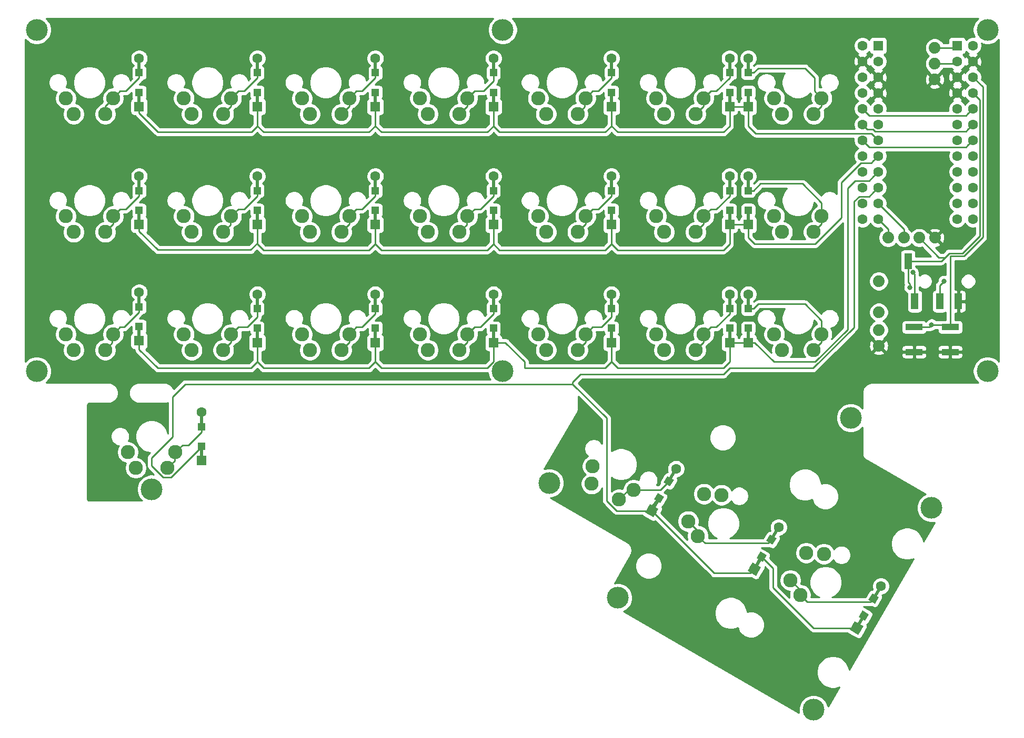
<source format=gbr>
G04 #@! TF.GenerationSoftware,KiCad,Pcbnew,5.1.2*
G04 #@! TF.CreationDate,2019-05-09T21:38:36-07:00*
G04 #@! TF.ProjectId,spacetime,73706163-6574-4696-9d65-2e6b69636164,v0.1*
G04 #@! TF.SameCoordinates,Original*
G04 #@! TF.FileFunction,Copper,L1,Top*
G04 #@! TF.FilePolarity,Positive*
%FSLAX46Y46*%
G04 Gerber Fmt 4.6, Leading zero omitted, Abs format (unit mm)*
G04 Created by KiCad (PCBNEW 5.1.2) date 2019-05-09 21:38:36*
%MOMM*%
%LPD*%
G04 APERTURE LIST*
%ADD10C,3.500000*%
%ADD11C,1.879600*%
%ADD12C,1.600000*%
%ADD13R,1.600000X1.600000*%
%ADD14R,1.200000X1.200000*%
%ADD15R,0.500000X2.500000*%
%ADD16C,0.500000*%
%ADD17C,0.100000*%
%ADD18C,1.200000*%
%ADD19R,1.198880X2.499360*%
%ADD20C,2.286000*%
%ADD21R,2.800000X1.000000*%
%ADD22C,0.800000*%
%ADD23C,0.250000*%
%ADD24C,0.254000*%
G04 APERTURE END LIST*
D10*
X163000000Y-121000000D03*
X222500000Y-29500000D03*
X222500000Y-84500000D03*
X213500000Y-106500000D03*
X152000000Y-102500000D03*
X194500000Y-139000000D03*
X200500000Y-92000000D03*
X144500000Y-84500000D03*
X88000000Y-103500000D03*
X69500000Y-84500000D03*
X144500000Y-29500000D03*
X69500000Y-29500000D03*
D11*
X206500000Y-63000000D03*
X209040000Y-63000000D03*
D12*
X204910000Y-37140000D03*
X220150000Y-39680000D03*
X220150000Y-32060000D03*
X220150000Y-52380000D03*
X204910000Y-57460000D03*
X220150000Y-37140000D03*
D13*
X204910000Y-32060000D03*
D12*
X220150000Y-47300000D03*
X204910000Y-60000000D03*
X220150000Y-34600000D03*
X220150000Y-60000000D03*
X204910000Y-39680000D03*
X220150000Y-57460000D03*
X204910000Y-54920000D03*
X204910000Y-52380000D03*
X204910000Y-44760000D03*
X204910000Y-47300000D03*
X220150000Y-44760000D03*
X204910000Y-42220000D03*
X220150000Y-54920000D03*
X220150000Y-42220000D03*
X204910000Y-49840000D03*
X204910000Y-34600000D03*
X220150000Y-49840000D03*
X202370000Y-32060000D03*
X202370000Y-34600000D03*
X202370000Y-37140000D03*
X202370000Y-39680000D03*
X202370000Y-42220000D03*
X202370000Y-44760000D03*
X202370000Y-47300000D03*
X202370000Y-49840000D03*
X202370000Y-52380000D03*
X202370000Y-54920000D03*
X202370000Y-57460000D03*
X202370000Y-60000000D03*
X217610000Y-60000000D03*
X217610000Y-57460000D03*
X217610000Y-54920000D03*
X217610000Y-52380000D03*
X217610000Y-49840000D03*
X217610000Y-47300000D03*
X217610000Y-44760000D03*
X217610000Y-42220000D03*
X217610000Y-39680000D03*
X217610000Y-37140000D03*
X217610000Y-34600000D03*
D13*
X217610000Y-32060000D03*
D14*
X86000000Y-36425000D03*
X86000000Y-39575000D03*
D13*
X86000000Y-41900000D03*
D12*
X86000000Y-34100000D03*
D15*
X86000000Y-40700000D03*
X86000000Y-35300000D03*
X105000000Y-35300000D03*
X105000000Y-40700000D03*
D12*
X105000000Y-34100000D03*
D13*
X105000000Y-41900000D03*
D14*
X105000000Y-39575000D03*
X105000000Y-36425000D03*
D15*
X124000000Y-35300000D03*
X124000000Y-40700000D03*
D12*
X124000000Y-34100000D03*
D13*
X124000000Y-41900000D03*
D14*
X124000000Y-39575000D03*
X124000000Y-36425000D03*
D15*
X143000000Y-35300000D03*
X143000000Y-40700000D03*
D12*
X143000000Y-34100000D03*
D13*
X143000000Y-41900000D03*
D14*
X143000000Y-39575000D03*
X143000000Y-36425000D03*
D15*
X162000000Y-35300000D03*
X162000000Y-40700000D03*
D12*
X162000000Y-34100000D03*
D13*
X162000000Y-41900000D03*
D14*
X162000000Y-39575000D03*
X162000000Y-36425000D03*
X181000000Y-36425000D03*
X181000000Y-39575000D03*
D13*
X181000000Y-41900000D03*
D12*
X181000000Y-34100000D03*
D15*
X181000000Y-40700000D03*
X181000000Y-35300000D03*
D14*
X184000000Y-36425000D03*
X184000000Y-39575000D03*
D13*
X184000000Y-41900000D03*
D12*
X184000000Y-34100000D03*
D15*
X184000000Y-40700000D03*
X184000000Y-35300000D03*
D14*
X86000000Y-55425000D03*
X86000000Y-58575000D03*
D13*
X86000000Y-60900000D03*
D12*
X86000000Y-53100000D03*
D15*
X86000000Y-59700000D03*
X86000000Y-54300000D03*
D14*
X105000000Y-55425000D03*
X105000000Y-58575000D03*
D13*
X105000000Y-60900000D03*
D12*
X105000000Y-53100000D03*
D15*
X105000000Y-59700000D03*
X105000000Y-54300000D03*
X124000000Y-54300000D03*
X124000000Y-59700000D03*
D12*
X124000000Y-53100000D03*
D13*
X124000000Y-60900000D03*
D14*
X124000000Y-58575000D03*
X124000000Y-55425000D03*
X143000000Y-55425000D03*
X143000000Y-58575000D03*
D13*
X143000000Y-60900000D03*
D12*
X143000000Y-53100000D03*
D15*
X143000000Y-59700000D03*
X143000000Y-54300000D03*
X162000000Y-54300000D03*
X162000000Y-59700000D03*
D12*
X162000000Y-53100000D03*
D13*
X162000000Y-60900000D03*
D14*
X162000000Y-58575000D03*
X162000000Y-55425000D03*
X181000000Y-55425000D03*
X181000000Y-58575000D03*
D13*
X181000000Y-60900000D03*
D12*
X181000000Y-53100000D03*
D15*
X181000000Y-59700000D03*
X181000000Y-54300000D03*
X184000000Y-54300000D03*
X184000000Y-59700000D03*
D12*
X184000000Y-53100000D03*
D13*
X184000000Y-60900000D03*
D14*
X184000000Y-58575000D03*
X184000000Y-55425000D03*
D15*
X86000000Y-73000000D03*
X86000000Y-78400000D03*
D12*
X86000000Y-71800000D03*
D13*
X86000000Y-79600000D03*
D14*
X86000000Y-77275000D03*
X86000000Y-74125000D03*
X105000000Y-74425000D03*
X105000000Y-77575000D03*
D13*
X105000000Y-79900000D03*
D12*
X105000000Y-72100000D03*
D15*
X105000000Y-78700000D03*
X105000000Y-73300000D03*
X124000000Y-73300000D03*
X124000000Y-78700000D03*
D12*
X124000000Y-72100000D03*
D13*
X124000000Y-79900000D03*
D14*
X124000000Y-77575000D03*
X124000000Y-74425000D03*
X143000000Y-74425000D03*
X143000000Y-77575000D03*
D13*
X143000000Y-79900000D03*
D12*
X143000000Y-72100000D03*
D15*
X143000000Y-78700000D03*
X143000000Y-73300000D03*
D14*
X162000000Y-74425000D03*
X162000000Y-77575000D03*
D13*
X162000000Y-79900000D03*
D12*
X162000000Y-72100000D03*
D15*
X162000000Y-78700000D03*
X162000000Y-73300000D03*
D14*
X181000000Y-74425000D03*
X181000000Y-77575000D03*
D13*
X181000000Y-79900000D03*
D12*
X181000000Y-72100000D03*
D15*
X181000000Y-78700000D03*
X181000000Y-73300000D03*
X184000000Y-73300000D03*
X184000000Y-78700000D03*
D12*
X184000000Y-72100000D03*
D13*
X184000000Y-79900000D03*
D14*
X184000000Y-77575000D03*
X184000000Y-74425000D03*
X96000000Y-93425000D03*
X96000000Y-96575000D03*
D13*
X96000000Y-98900000D03*
D12*
X96000000Y-91100000D03*
D15*
X96000000Y-97700000D03*
X96000000Y-92300000D03*
D16*
X171773721Y-101248333D03*
D17*
G36*
X171365227Y-102455865D02*
G01*
X170932215Y-102205865D01*
X172182215Y-100040801D01*
X172615227Y-100290801D01*
X171365227Y-102455865D01*
X171365227Y-102455865D01*
G37*
D16*
X169073721Y-105924871D03*
D17*
G36*
X168665227Y-107132403D02*
G01*
X168232215Y-106882403D01*
X169482215Y-104717339D01*
X169915227Y-104967339D01*
X168665227Y-107132403D01*
X168665227Y-107132403D01*
G37*
D12*
X172373721Y-100209103D03*
X168473721Y-106964101D03*
D17*
G36*
X168766541Y-108056921D02*
G01*
X167380901Y-107256921D01*
X168180901Y-105871281D01*
X169566541Y-106671281D01*
X168766541Y-108056921D01*
X168766541Y-108056921D01*
G37*
D18*
X169636221Y-104950592D03*
D17*
G36*
X169855836Y-105770207D02*
G01*
X168816606Y-105170207D01*
X169416606Y-104130977D01*
X170455836Y-104730977D01*
X169855836Y-105770207D01*
X169855836Y-105770207D01*
G37*
D18*
X171211221Y-102222612D03*
D17*
G36*
X171430836Y-103042227D02*
G01*
X170391606Y-102442227D01*
X170991606Y-101402997D01*
X172030836Y-102002997D01*
X171430836Y-103042227D01*
X171430836Y-103042227D01*
G37*
D18*
X187715702Y-111636009D03*
D17*
G36*
X187935317Y-112455624D02*
G01*
X186896087Y-111855624D01*
X187496087Y-110816394D01*
X188535317Y-111416394D01*
X187935317Y-112455624D01*
X187935317Y-112455624D01*
G37*
D18*
X186140702Y-114363989D03*
D17*
G36*
X186360317Y-115183604D02*
G01*
X185321087Y-114583604D01*
X185921087Y-113544374D01*
X186960317Y-114144374D01*
X186360317Y-115183604D01*
X186360317Y-115183604D01*
G37*
D12*
X184978202Y-116377498D03*
D17*
G36*
X185271022Y-117470318D02*
G01*
X183885382Y-116670318D01*
X184685382Y-115284678D01*
X186071022Y-116084678D01*
X185271022Y-117470318D01*
X185271022Y-117470318D01*
G37*
D12*
X188878202Y-109622500D03*
D16*
X185578202Y-115338268D03*
D17*
G36*
X185169708Y-116545800D02*
G01*
X184736696Y-116295800D01*
X185986696Y-114130736D01*
X186419708Y-114380736D01*
X185169708Y-116545800D01*
X185169708Y-116545800D01*
G37*
D16*
X188278202Y-110661730D03*
D17*
G36*
X187869708Y-111869262D02*
G01*
X187436696Y-111619262D01*
X188686696Y-109454198D01*
X189119708Y-109704198D01*
X187869708Y-111869262D01*
X187869708Y-111869262D01*
G37*
D16*
X204732686Y-120161731D03*
D17*
G36*
X204324192Y-121369263D02*
G01*
X203891180Y-121119263D01*
X205141180Y-118954199D01*
X205574192Y-119204199D01*
X204324192Y-121369263D01*
X204324192Y-121369263D01*
G37*
D16*
X202032686Y-124838269D03*
D17*
G36*
X201624192Y-126045801D02*
G01*
X201191180Y-125795801D01*
X202441180Y-123630737D01*
X202874192Y-123880737D01*
X201624192Y-126045801D01*
X201624192Y-126045801D01*
G37*
D12*
X205332686Y-119122501D03*
X201432686Y-125877499D03*
D17*
G36*
X201725506Y-126970319D02*
G01*
X200339866Y-126170319D01*
X201139866Y-124784679D01*
X202525506Y-125584679D01*
X201725506Y-126970319D01*
X201725506Y-126970319D01*
G37*
D18*
X202595186Y-123863990D03*
D17*
G36*
X202814801Y-124683605D02*
G01*
X201775571Y-124083605D01*
X202375571Y-123044375D01*
X203414801Y-123644375D01*
X202814801Y-124683605D01*
X202814801Y-124683605D01*
G37*
D18*
X204170186Y-121136010D03*
D17*
G36*
X204389801Y-121955625D02*
G01*
X203350571Y-121355625D01*
X203950571Y-120316395D01*
X204989801Y-120916395D01*
X204389801Y-121955625D01*
X204389801Y-121955625D01*
G37*
D11*
X205000000Y-80400000D03*
X205000000Y-77860000D03*
X205000000Y-70000000D03*
D19*
X209702080Y-66751340D03*
X214802400Y-73248660D03*
X217802140Y-73248660D03*
X210801900Y-73248660D03*
D11*
X214000000Y-37500000D03*
X214000000Y-34960000D03*
X214000000Y-32420000D03*
X214040000Y-63000000D03*
X211500000Y-63000000D03*
X205000000Y-75000000D03*
D20*
X75460000Y-43080000D03*
X81810000Y-40540000D03*
X80540000Y-43080000D03*
X74190000Y-40540000D03*
X93190000Y-40540000D03*
X99540000Y-43080000D03*
X100810000Y-40540000D03*
X94460000Y-43080000D03*
X113460000Y-43080000D03*
X119810000Y-40540000D03*
X118540000Y-43080000D03*
X112190000Y-40540000D03*
X131190000Y-40540000D03*
X137540000Y-43080000D03*
X138810000Y-40540000D03*
X132460000Y-43080000D03*
X150190000Y-40540000D03*
X156540000Y-43080000D03*
X157810000Y-40540000D03*
X151460000Y-43080000D03*
X169190000Y-40540000D03*
X175540000Y-43080000D03*
X176810000Y-40540000D03*
X170460000Y-43080000D03*
X189460000Y-43080000D03*
X195810000Y-40540000D03*
X194540000Y-43080000D03*
X188190000Y-40540000D03*
X74190000Y-59540000D03*
X80540000Y-62080000D03*
X81810000Y-59540000D03*
X75460000Y-62080000D03*
X94460000Y-62080000D03*
X100810000Y-59540000D03*
X99540000Y-62080000D03*
X93190000Y-59540000D03*
X112190000Y-59540000D03*
X118540000Y-62080000D03*
X119810000Y-59540000D03*
X113460000Y-62080000D03*
X131190000Y-59540000D03*
X137540000Y-62080000D03*
X138810000Y-59540000D03*
X132460000Y-62080000D03*
X151460000Y-62080000D03*
X157810000Y-59540000D03*
X156540000Y-62080000D03*
X150190000Y-59540000D03*
X170460000Y-62080000D03*
X176810000Y-59540000D03*
X175540000Y-62080000D03*
X169190000Y-59540000D03*
X188190000Y-59540000D03*
X194540000Y-62080000D03*
X195810000Y-59540000D03*
X189460000Y-62080000D03*
X74190000Y-78540000D03*
X80540000Y-81080000D03*
X81810000Y-78540000D03*
X75460000Y-81080000D03*
X93190000Y-78540000D03*
X99540000Y-81080000D03*
X100810000Y-78540000D03*
X94460000Y-81080000D03*
X113460000Y-81080000D03*
X119810000Y-78540000D03*
X118540000Y-81080000D03*
X112190000Y-78540000D03*
X132460000Y-81080000D03*
X138810000Y-78540000D03*
X137540000Y-81080000D03*
X131190000Y-78540000D03*
X151460000Y-81080000D03*
X157810000Y-78540000D03*
X156540000Y-81080000D03*
X150190000Y-78540000D03*
X170460000Y-81080000D03*
X176810000Y-78540000D03*
X175540000Y-81080000D03*
X169190000Y-78540000D03*
X189460000Y-81080000D03*
X195810000Y-78540000D03*
X194540000Y-81080000D03*
X188190000Y-78540000D03*
X85460000Y-100080000D03*
X91810000Y-97540000D03*
X90540000Y-100080000D03*
X84190000Y-97540000D03*
X158975959Y-99794705D03*
X163205221Y-105169409D03*
X165575073Y-103604705D03*
X158805811Y-102629409D03*
X176870591Y-104260295D03*
X175895295Y-111029557D03*
X176870591Y-104260295D03*
X175895295Y-111029557D03*
X174330591Y-108659705D03*
X174330591Y-108659705D03*
X179705295Y-104430443D03*
X196159778Y-113930443D03*
X190785074Y-118159705D03*
X190785074Y-118159705D03*
X192349778Y-120529557D03*
X193325074Y-113760295D03*
X192349778Y-120529557D03*
X193325074Y-113760295D03*
D21*
X210700000Y-77400000D03*
X216500000Y-77400000D03*
X210700000Y-81400000D03*
X216500000Y-81400000D03*
D22*
X210000000Y-71000000D03*
X210471134Y-68576549D03*
X213500000Y-77000000D03*
X215500000Y-70000000D03*
D23*
X80540000Y-41810000D02*
X80540000Y-43080000D01*
X81810000Y-40540000D02*
X80540000Y-41810000D01*
X86000000Y-37275000D02*
X86000000Y-36425000D01*
X83877999Y-39397001D02*
X86000000Y-37275000D01*
X81810000Y-40540000D02*
X82952999Y-39397001D01*
X82952999Y-39397001D02*
X83877999Y-39397001D01*
X86000000Y-42950000D02*
X89000000Y-45950000D01*
X86000000Y-41900000D02*
X86000000Y-42950000D01*
X89000000Y-45950000D02*
X104050000Y-45950000D01*
X105000000Y-45000000D02*
X105000000Y-41900000D01*
X104050000Y-45950000D02*
X105000000Y-45000000D01*
X105000000Y-45000000D02*
X106000000Y-46000000D01*
X106000000Y-46000000D02*
X123000000Y-46000000D01*
X123000000Y-46000000D02*
X124000000Y-45000000D01*
X124000000Y-45000000D02*
X124000000Y-41900000D01*
X124000000Y-45000000D02*
X125000000Y-46000000D01*
X125000000Y-46000000D02*
X142000000Y-46000000D01*
X142000000Y-46000000D02*
X143000000Y-45000000D01*
X143000000Y-45000000D02*
X143000000Y-41900000D01*
X143000000Y-45000000D02*
X144000000Y-46000000D01*
X144000000Y-46000000D02*
X161000000Y-46000000D01*
X161000000Y-46000000D02*
X162000000Y-45000000D01*
X162000000Y-45000000D02*
X162000000Y-41900000D01*
X162000000Y-45000000D02*
X163000000Y-46000000D01*
X163000000Y-46000000D02*
X180000000Y-46000000D01*
X180000000Y-46000000D02*
X181000000Y-45000000D01*
X181000000Y-45000000D02*
X181000000Y-41900000D01*
X181000000Y-41900000D02*
X184000000Y-41900000D01*
X184000000Y-41900000D02*
X184000000Y-45000000D01*
X203784999Y-46174999D02*
X204110001Y-46500001D01*
X204110001Y-46500001D02*
X204910000Y-47300000D01*
X185174999Y-46174999D02*
X203784999Y-46174999D01*
X184000000Y-45000000D02*
X185174999Y-46174999D01*
X100810000Y-41810000D02*
X100810000Y-40540000D01*
X99540000Y-43080000D02*
X100810000Y-41810000D01*
X105000000Y-37275000D02*
X105000000Y-36425000D01*
X102877999Y-39397001D02*
X105000000Y-37275000D01*
X101952999Y-39397001D02*
X102877999Y-39397001D01*
X100810000Y-40540000D02*
X101952999Y-39397001D01*
X119810000Y-41810000D02*
X119810000Y-40540000D01*
X118540000Y-43080000D02*
X119810000Y-41810000D01*
X124000000Y-37275000D02*
X124000000Y-36425000D01*
X121877999Y-39397001D02*
X124000000Y-37275000D01*
X119810000Y-40540000D02*
X120952999Y-39397001D01*
X120952999Y-39397001D02*
X121877999Y-39397001D01*
X138810000Y-41810000D02*
X138810000Y-40540000D01*
X137540000Y-43080000D02*
X138810000Y-41810000D01*
X143000000Y-37275000D02*
X143000000Y-36425000D01*
X143000000Y-37789998D02*
X143000000Y-37275000D01*
X139952999Y-39397001D02*
X141392997Y-39397001D01*
X141392997Y-39397001D02*
X143000000Y-37789998D01*
X138810000Y-40540000D02*
X139952999Y-39397001D01*
X157682999Y-40667001D02*
X157810000Y-40540000D01*
X157682999Y-41937001D02*
X157682999Y-40667001D01*
X156540000Y-43080000D02*
X157682999Y-41937001D01*
X159877999Y-39397001D02*
X162000000Y-37275000D01*
X158952999Y-39397001D02*
X159877999Y-39397001D01*
X162000000Y-37275000D02*
X162000000Y-36425000D01*
X157810000Y-40540000D02*
X158952999Y-39397001D01*
X176810000Y-41810000D02*
X176810000Y-40540000D01*
X175540000Y-43080000D02*
X176810000Y-41810000D01*
X181000000Y-37275000D02*
X181000000Y-36425000D01*
X178877999Y-39397001D02*
X181000000Y-37275000D01*
X176810000Y-40540000D02*
X177952999Y-39397001D01*
X177952999Y-39397001D02*
X178877999Y-39397001D01*
X195810000Y-41810000D02*
X195810000Y-40540000D01*
X194540000Y-43080000D02*
X195810000Y-41810000D01*
X184850000Y-36425000D02*
X184000000Y-36425000D01*
X185593901Y-35681099D02*
X184850000Y-36425000D01*
X193113073Y-35681099D02*
X185593901Y-35681099D01*
X194667001Y-37235027D02*
X193113073Y-35681099D01*
X194667001Y-39397001D02*
X194667001Y-37235027D01*
X195810000Y-40540000D02*
X194667001Y-39397001D01*
X89000000Y-64950000D02*
X103950000Y-64950000D01*
X105000000Y-63900000D02*
X105000000Y-60900000D01*
X103950000Y-64950000D02*
X105000000Y-63900000D01*
X86000000Y-60900000D02*
X86000000Y-61950000D01*
X86000000Y-61950000D02*
X89000000Y-64950000D01*
X105000000Y-63900000D02*
X105000000Y-64000000D01*
X105000000Y-64000000D02*
X106000000Y-65000000D01*
X106000000Y-65000000D02*
X123000000Y-65000000D01*
X124000000Y-64000000D02*
X124000000Y-60900000D01*
X123000000Y-65000000D02*
X124000000Y-64000000D01*
X124000000Y-64000000D02*
X125000000Y-65000000D01*
X125000000Y-65000000D02*
X142000000Y-65000000D01*
X142000000Y-65000000D02*
X143000000Y-64000000D01*
X143000000Y-64000000D02*
X143000000Y-60900000D01*
X143000000Y-64000000D02*
X144000000Y-65000000D01*
X144000000Y-65000000D02*
X161000000Y-65000000D01*
X161000000Y-65000000D02*
X162000000Y-64000000D01*
X162000000Y-64000000D02*
X162000000Y-60900000D01*
X162000000Y-64000000D02*
X163000000Y-65000000D01*
X163000000Y-65000000D02*
X180000000Y-65000000D01*
X180000000Y-65000000D02*
X181000000Y-64000000D01*
X181000000Y-64000000D02*
X181000000Y-60900000D01*
X181000000Y-60900000D02*
X184000000Y-60900000D01*
X204110001Y-50639999D02*
X204910000Y-49840000D01*
X202119997Y-50965001D02*
X203784999Y-50965001D01*
X184000000Y-63000000D02*
X185000000Y-64000000D01*
X184000000Y-60900000D02*
X184000000Y-63000000D01*
X199000000Y-59792642D02*
X199000000Y-54084998D01*
X185000000Y-64000000D02*
X194792642Y-64000000D01*
X194792642Y-64000000D02*
X199000000Y-59792642D01*
X203784999Y-50965001D02*
X204110001Y-50639999D01*
X199000000Y-54084998D02*
X202119997Y-50965001D01*
X81810000Y-60810000D02*
X81810000Y-59540000D01*
X80540000Y-62080000D02*
X81810000Y-60810000D01*
X86000000Y-56275000D02*
X86000000Y-55425000D01*
X83877999Y-58397001D02*
X86000000Y-56275000D01*
X82952999Y-58397001D02*
X83877999Y-58397001D01*
X81810000Y-59540000D02*
X82952999Y-58397001D01*
X100682999Y-60937001D02*
X100682999Y-59667001D01*
X100682999Y-59667001D02*
X100810000Y-59540000D01*
X99540000Y-62080000D02*
X100682999Y-60937001D01*
X105000000Y-56275000D02*
X105000000Y-55425000D01*
X102877999Y-58397001D02*
X105000000Y-56275000D01*
X101952999Y-58397001D02*
X102877999Y-58397001D01*
X100810000Y-59540000D02*
X101952999Y-58397001D01*
X119810000Y-60810000D02*
X119810000Y-59540000D01*
X118540000Y-62080000D02*
X119810000Y-60810000D01*
X124000000Y-56275000D02*
X124000000Y-55425000D01*
X121877999Y-58397001D02*
X124000000Y-56275000D01*
X120952999Y-58397001D02*
X121877999Y-58397001D01*
X119810000Y-59540000D02*
X120952999Y-58397001D01*
X138682999Y-59667001D02*
X138810000Y-59540000D01*
X138682999Y-60937001D02*
X138682999Y-59667001D01*
X137540000Y-62080000D02*
X138682999Y-60937001D01*
X143000000Y-56275000D02*
X143000000Y-55425000D01*
X140877999Y-58397001D02*
X143000000Y-56275000D01*
X139952999Y-58397001D02*
X140877999Y-58397001D01*
X138810000Y-59540000D02*
X139952999Y-58397001D01*
X157810000Y-60810000D02*
X157810000Y-59540000D01*
X156540000Y-62080000D02*
X157810000Y-60810000D01*
X162000000Y-56275000D02*
X162000000Y-55425000D01*
X159877999Y-58397001D02*
X162000000Y-56275000D01*
X158952999Y-58397001D02*
X159877999Y-58397001D01*
X157810000Y-59540000D02*
X158952999Y-58397001D01*
X176810000Y-60810000D02*
X176810000Y-59540000D01*
X175540000Y-62080000D02*
X176810000Y-60810000D01*
X181000000Y-56275000D02*
X181000000Y-55425000D01*
X178877999Y-58397001D02*
X181000000Y-56275000D01*
X177952999Y-58397001D02*
X178877999Y-58397001D01*
X176810000Y-59540000D02*
X177952999Y-58397001D01*
X195810000Y-60810000D02*
X195810000Y-59540000D01*
X194540000Y-62080000D02*
X195810000Y-60810000D01*
X184850000Y-55425000D02*
X184000000Y-55425000D01*
X185975000Y-54300000D02*
X184850000Y-55425000D01*
X192731974Y-54300000D02*
X185975000Y-54300000D01*
X195810000Y-57378026D02*
X192731974Y-54300000D01*
X195810000Y-59540000D02*
X195810000Y-57378026D01*
X105000000Y-83000000D02*
X105000000Y-79900000D01*
X89000000Y-84000000D02*
X104000000Y-84000000D01*
X86000000Y-79600000D02*
X86000000Y-81000000D01*
X104000000Y-84000000D02*
X105000000Y-83000000D01*
X86000000Y-81000000D02*
X89000000Y-84000000D01*
X105000000Y-83000000D02*
X106000000Y-84000000D01*
X106000000Y-84000000D02*
X123000000Y-84000000D01*
X123000000Y-84000000D02*
X124000000Y-83000000D01*
X124000000Y-83000000D02*
X124000000Y-79900000D01*
X124000000Y-83000000D02*
X125000000Y-84000000D01*
X125000000Y-84000000D02*
X142000000Y-84000000D01*
X142000000Y-84000000D02*
X143000000Y-83000000D01*
X143000000Y-83000000D02*
X143000000Y-79900000D01*
X143000000Y-79900000D02*
X144900000Y-79900000D01*
X144900000Y-79900000D02*
X148000000Y-83000000D01*
X148000000Y-83000000D02*
X148000000Y-84000000D01*
X148000000Y-84000000D02*
X161000000Y-84000000D01*
X161000000Y-84000000D02*
X162000000Y-83000000D01*
X162000000Y-83000000D02*
X162000000Y-79900000D01*
X162000000Y-83000000D02*
X163000000Y-84000000D01*
X163000000Y-84000000D02*
X180000000Y-84000000D01*
X180000000Y-84000000D02*
X181000000Y-83000000D01*
X181000000Y-83000000D02*
X181000000Y-79900000D01*
X181000000Y-79900000D02*
X184000000Y-79900000D01*
X184000000Y-79900000D02*
X185050000Y-79900000D01*
X194792643Y-83000000D02*
X200000000Y-77792643D01*
X203495001Y-53794999D02*
X204110001Y-53179999D01*
X200000000Y-77792643D02*
X200000000Y-55000000D01*
X204110001Y-53179999D02*
X204910000Y-52380000D01*
X201205001Y-53794999D02*
X203495001Y-53794999D01*
X188150000Y-83000000D02*
X194792643Y-83000000D01*
X185050000Y-79900000D02*
X188150000Y-83000000D01*
X200000000Y-55000000D02*
X201205001Y-53794999D01*
X81682999Y-78667001D02*
X81810000Y-78540000D01*
X81682999Y-79937001D02*
X81682999Y-78667001D01*
X80540000Y-81080000D02*
X81682999Y-79937001D01*
X86000000Y-74975000D02*
X86000000Y-74125000D01*
X83577999Y-77397001D02*
X86000000Y-74975000D01*
X82952999Y-77397001D02*
X83577999Y-77397001D01*
X81810000Y-78540000D02*
X82952999Y-77397001D01*
X100810000Y-79810000D02*
X100810000Y-78540000D01*
X99540000Y-81080000D02*
X100810000Y-79810000D01*
X105000000Y-75275000D02*
X105000000Y-74425000D01*
X105000000Y-75789998D02*
X105000000Y-75275000D01*
X103392997Y-77397001D02*
X105000000Y-75789998D01*
X101952999Y-77397001D02*
X103392997Y-77397001D01*
X100810000Y-78540000D02*
X101952999Y-77397001D01*
X119810000Y-79810000D02*
X119810000Y-78540000D01*
X118540000Y-81080000D02*
X119810000Y-79810000D01*
X124000000Y-75275000D02*
X124000000Y-74425000D01*
X121877999Y-77397001D02*
X124000000Y-75275000D01*
X120952999Y-77397001D02*
X121877999Y-77397001D01*
X119810000Y-78540000D02*
X120952999Y-77397001D01*
X138810000Y-79810000D02*
X138810000Y-78540000D01*
X137540000Y-81080000D02*
X138810000Y-79810000D01*
X143000000Y-75275000D02*
X143000000Y-74425000D01*
X140877999Y-77397001D02*
X143000000Y-75275000D01*
X139952999Y-77397001D02*
X140877999Y-77397001D01*
X138810000Y-78540000D02*
X139952999Y-77397001D01*
X157810000Y-79810000D02*
X157810000Y-78540000D01*
X156540000Y-81080000D02*
X157810000Y-79810000D01*
X162000000Y-75789998D02*
X162000000Y-75275000D01*
X162000000Y-75275000D02*
X162000000Y-74425000D01*
X160392997Y-77397001D02*
X162000000Y-75789998D01*
X158952999Y-77397001D02*
X160392997Y-77397001D01*
X157810000Y-78540000D02*
X158952999Y-77397001D01*
X176810000Y-79810000D02*
X176810000Y-78540000D01*
X175540000Y-81080000D02*
X176810000Y-79810000D01*
X181000000Y-75275000D02*
X181000000Y-74425000D01*
X178877999Y-77397001D02*
X181000000Y-75275000D01*
X176810000Y-78540000D02*
X177952999Y-77397001D01*
X177952999Y-77397001D02*
X178877999Y-77397001D01*
X195810000Y-79810000D02*
X195810000Y-78540000D01*
X194540000Y-81080000D02*
X195810000Y-79810000D01*
X185593901Y-73681099D02*
X184850000Y-74425000D01*
X193113073Y-73681099D02*
X185593901Y-73681099D01*
X195810000Y-76378026D02*
X193113073Y-73681099D01*
X184850000Y-74425000D02*
X184000000Y-74425000D01*
X195810000Y-78540000D02*
X195810000Y-76378026D01*
X91682999Y-97667001D02*
X91810000Y-97540000D01*
X91682999Y-98937001D02*
X91682999Y-97667001D01*
X90540000Y-100080000D02*
X91682999Y-98937001D01*
X96000000Y-94275000D02*
X96000000Y-93425000D01*
X93877999Y-96397001D02*
X96000000Y-94275000D01*
X92952999Y-96397001D02*
X93877999Y-96397001D01*
X91810000Y-97540000D02*
X92952999Y-96397001D01*
X169126281Y-105460532D02*
X169636221Y-104950592D01*
X162827271Y-106964101D02*
X167622712Y-106964101D01*
X161226615Y-105363445D02*
X162827271Y-106964101D01*
X167622712Y-106964101D02*
X169126281Y-105460532D01*
X161226615Y-92053446D02*
X161226615Y-105363445D01*
X93424999Y-86575001D02*
X155748170Y-86575001D01*
X91350008Y-88649992D02*
X93424999Y-86575001D01*
X91350008Y-95081966D02*
X91350008Y-88649992D01*
X155748170Y-86575001D02*
X161226615Y-92053446D01*
X96000000Y-96700000D02*
X91151999Y-101548001D01*
X88000000Y-99712642D02*
X88000000Y-98431974D01*
X88000000Y-98431974D02*
X91350008Y-95081966D01*
X89835359Y-101548001D02*
X88000000Y-99712642D01*
X96000000Y-97700000D02*
X96000000Y-96700000D01*
X91151999Y-101548001D02*
X89835359Y-101548001D01*
X184321852Y-117033848D02*
X178543468Y-117033848D01*
X169130071Y-107620451D02*
X168473721Y-106964101D01*
X178543468Y-117033848D02*
X169130071Y-107620451D01*
X184978202Y-116377498D02*
X184321852Y-117033848D01*
X194478203Y-125877499D02*
X188000000Y-119399296D01*
X201432686Y-125877499D02*
X194478203Y-125877499D01*
X188000000Y-116223287D02*
X186140702Y-114363989D01*
X188000000Y-119399296D02*
X188000000Y-116223287D01*
X155748170Y-86575001D02*
X155748170Y-86251830D01*
X155748170Y-86251830D02*
X157000000Y-85000000D01*
X157000000Y-85000000D02*
X180000000Y-85000000D01*
X180000000Y-85000000D02*
X181000000Y-84000000D01*
X194429053Y-84000000D02*
X201000000Y-77429053D01*
X181000000Y-84000000D02*
X194429053Y-84000000D01*
X204110001Y-55719999D02*
X204910000Y-54920000D01*
X201000000Y-57164998D02*
X201829999Y-56334999D01*
X203495001Y-56334999D02*
X204110001Y-55719999D01*
X201829999Y-56334999D02*
X203495001Y-56334999D01*
X201000000Y-77429053D02*
X201000000Y-57164998D01*
X164769925Y-103604705D02*
X165575073Y-103604705D01*
X163205221Y-105169409D02*
X164769925Y-103604705D01*
X169829128Y-103604705D02*
X171211221Y-102222612D01*
X165575073Y-103604705D02*
X169829128Y-103604705D01*
X175895295Y-110224409D02*
X175895295Y-111029557D01*
X174330591Y-108659705D02*
X175895295Y-110224409D01*
X187205762Y-112145949D02*
X187715702Y-111636009D01*
X187179155Y-112172556D02*
X187205762Y-112145949D01*
X177038294Y-112172556D02*
X187179155Y-112172556D01*
X175895295Y-111029557D02*
X177038294Y-112172556D01*
X192349778Y-119724409D02*
X192349778Y-120529557D01*
X190785074Y-118159705D02*
X192349778Y-119724409D01*
X203660246Y-121645950D02*
X204170186Y-121136010D01*
X203633640Y-121672556D02*
X203660246Y-121645950D01*
X193492777Y-121672556D02*
X203633640Y-121672556D01*
X192349778Y-120529557D02*
X193492777Y-121672556D01*
X216400000Y-81500000D02*
X216500000Y-81400000D01*
X210800000Y-81500000D02*
X210700000Y-81400000D01*
X218498635Y-65501365D02*
X221275001Y-62724999D01*
X221275001Y-40805001D02*
X220949999Y-40479999D01*
X216313600Y-65501365D02*
X218498635Y-65501365D01*
X221275001Y-62724999D02*
X221275001Y-40805001D01*
X220949999Y-40479999D02*
X220150000Y-39680000D01*
X215907483Y-65907483D02*
X216313600Y-65501365D01*
X215657482Y-66157482D02*
X215907483Y-65907483D01*
X209702080Y-70136395D02*
X209702080Y-66751340D01*
X211500000Y-63000000D02*
X214657482Y-66157482D01*
X210000000Y-70434315D02*
X209702080Y-70136395D01*
X214657482Y-66157482D02*
X215657482Y-66157482D01*
X209702080Y-66751340D02*
X215063624Y-66751340D01*
X210000000Y-71000000D02*
X210000000Y-70434315D01*
X215063624Y-66751340D02*
X215657482Y-66157482D01*
X210801900Y-68907315D02*
X210471134Y-68576549D01*
X210801900Y-73248660D02*
X210801900Y-68907315D01*
X209040000Y-61590000D02*
X204910000Y-57460000D01*
X209040000Y-63000000D02*
X209040000Y-61590000D01*
X206500000Y-61590000D02*
X204910000Y-60000000D01*
X206500000Y-63000000D02*
X206500000Y-61590000D01*
X219350001Y-43019999D02*
X220150000Y-42220000D01*
X219024999Y-43345001D02*
X219350001Y-43019999D01*
X203495001Y-43345001D02*
X219024999Y-43345001D01*
X202370000Y-42220000D02*
X203495001Y-43345001D01*
X219350001Y-45559999D02*
X220150000Y-44760000D01*
X219024999Y-45885001D02*
X219350001Y-45559999D01*
X204369999Y-45885001D02*
X219024999Y-45885001D01*
X204044997Y-45559999D02*
X204369999Y-45885001D01*
X203169999Y-45559999D02*
X204044997Y-45559999D01*
X202370000Y-44760000D02*
X203169999Y-45559999D01*
X219350001Y-48099999D02*
X220150000Y-47300000D01*
X219024999Y-48425001D02*
X219350001Y-48099999D01*
X203495001Y-48425001D02*
X219024999Y-48425001D01*
X202370000Y-47300000D02*
X203495001Y-48425001D01*
X213100001Y-77399999D02*
X213500000Y-77000000D01*
X210700000Y-77400000D02*
X213100001Y-77399999D01*
X216100000Y-77000000D02*
X216500000Y-77400000D01*
X213500000Y-77000000D02*
X216100000Y-77000000D01*
X221725011Y-38715011D02*
X220150000Y-37140000D01*
X218685036Y-65951374D02*
X221725011Y-62911399D01*
X221725011Y-62911399D02*
X221725011Y-38715011D01*
X216500000Y-77400000D02*
X216500000Y-65951375D01*
X216500000Y-65951375D02*
X218685036Y-65951374D01*
X214802400Y-73248660D02*
X214802400Y-70697600D01*
X214802400Y-70697600D02*
X215500000Y-70000000D01*
X217250000Y-32420000D02*
X217610000Y-32060000D01*
X214000000Y-32420000D02*
X217250000Y-32420000D01*
X217250000Y-34960000D02*
X217610000Y-34600000D01*
X214000000Y-34960000D02*
X217250000Y-34960000D01*
D24*
G36*
X142647450Y-27979651D02*
G01*
X142386440Y-28370279D01*
X142206654Y-28804321D01*
X142115000Y-29265098D01*
X142115000Y-29734902D01*
X142206654Y-30195679D01*
X142386440Y-30629721D01*
X142647450Y-31020349D01*
X142979651Y-31352550D01*
X143370279Y-31613560D01*
X143804321Y-31793346D01*
X144265098Y-31885000D01*
X144734902Y-31885000D01*
X145195679Y-31793346D01*
X145629721Y-31613560D01*
X146020349Y-31352550D01*
X146352550Y-31020349D01*
X146613560Y-30629721D01*
X146793346Y-30195679D01*
X146885000Y-29734902D01*
X146885000Y-29265098D01*
X146793346Y-28804321D01*
X146613560Y-28370279D01*
X146352550Y-27979651D01*
X146032899Y-27660000D01*
X220967101Y-27660000D01*
X220647450Y-27979651D01*
X220386440Y-28370279D01*
X220206654Y-28804321D01*
X220115000Y-29265098D01*
X220115000Y-29734902D01*
X220206654Y-30195679D01*
X220386440Y-30629721D01*
X220397380Y-30646094D01*
X220291335Y-30625000D01*
X220008665Y-30625000D01*
X219731426Y-30680147D01*
X219470273Y-30788320D01*
X219235241Y-30945363D01*
X219036643Y-31143961D01*
X219035812Y-31135518D01*
X218999502Y-31015820D01*
X218940537Y-30905506D01*
X218861185Y-30808815D01*
X218764494Y-30729463D01*
X218654180Y-30670498D01*
X218534482Y-30634188D01*
X218410000Y-30621928D01*
X216810000Y-30621928D01*
X216685518Y-30634188D01*
X216565820Y-30670498D01*
X216455506Y-30729463D01*
X216358815Y-30808815D01*
X216279463Y-30905506D01*
X216220498Y-31015820D01*
X216184188Y-31135518D01*
X216171928Y-31260000D01*
X216171928Y-31660000D01*
X215386181Y-31660000D01*
X215223227Y-31416123D01*
X215003877Y-31196773D01*
X214745948Y-31024430D01*
X214459352Y-30905718D01*
X214155104Y-30845200D01*
X213844896Y-30845200D01*
X213540648Y-30905718D01*
X213254052Y-31024430D01*
X212996123Y-31196773D01*
X212776773Y-31416123D01*
X212604430Y-31674052D01*
X212485718Y-31960648D01*
X212425200Y-32264896D01*
X212425200Y-32575104D01*
X212485718Y-32879352D01*
X212604430Y-33165948D01*
X212776773Y-33423877D01*
X212996123Y-33643227D01*
X213066124Y-33690000D01*
X212996123Y-33736773D01*
X212776773Y-33956123D01*
X212604430Y-34214052D01*
X212485718Y-34500648D01*
X212425200Y-34804896D01*
X212425200Y-35115104D01*
X212485718Y-35419352D01*
X212604430Y-35705948D01*
X212776773Y-35963877D01*
X212996123Y-36183227D01*
X213132714Y-36274495D01*
X213087129Y-36407524D01*
X214000000Y-37320395D01*
X214912871Y-36407524D01*
X214867286Y-36274495D01*
X215003877Y-36183227D01*
X215223227Y-35963877D01*
X215386181Y-35720000D01*
X216703267Y-35720000D01*
X216929128Y-35870915D01*
X216868486Y-35903329D01*
X216796903Y-36147298D01*
X217610000Y-36960395D01*
X218423097Y-36147298D01*
X218351514Y-35903329D01*
X218287008Y-35872806D01*
X218289727Y-35871680D01*
X218524759Y-35714637D01*
X218724637Y-35514759D01*
X218880915Y-35280872D01*
X218913329Y-35341514D01*
X219157298Y-35413097D01*
X219970395Y-34600000D01*
X220329605Y-34600000D01*
X221142702Y-35413097D01*
X221386671Y-35341514D01*
X221507571Y-35086004D01*
X221576300Y-34811816D01*
X221590217Y-34529488D01*
X221548787Y-34249870D01*
X221453603Y-33983708D01*
X221386671Y-33858486D01*
X221142702Y-33786903D01*
X220329605Y-34600000D01*
X219970395Y-34600000D01*
X219157298Y-33786903D01*
X218913329Y-33858486D01*
X218882806Y-33922992D01*
X218881680Y-33920273D01*
X218724637Y-33685241D01*
X218526039Y-33486643D01*
X218534482Y-33485812D01*
X218654180Y-33449502D01*
X218764494Y-33390537D01*
X218861185Y-33311185D01*
X218940537Y-33214494D01*
X218999502Y-33104180D01*
X219035812Y-32984482D01*
X219036643Y-32976039D01*
X219235241Y-33174637D01*
X219469128Y-33330915D01*
X219408486Y-33363329D01*
X219336903Y-33607298D01*
X220150000Y-34420395D01*
X220963097Y-33607298D01*
X220891514Y-33363329D01*
X220827008Y-33332806D01*
X220829727Y-33331680D01*
X221064759Y-33174637D01*
X221264637Y-32974759D01*
X221421680Y-32739727D01*
X221529853Y-32478574D01*
X221585000Y-32201335D01*
X221585000Y-31918665D01*
X221538141Y-31683091D01*
X221804321Y-31793346D01*
X222265098Y-31885000D01*
X222734902Y-31885000D01*
X223195679Y-31793346D01*
X223629721Y-31613560D01*
X224020349Y-31352550D01*
X224340000Y-31032899D01*
X224340001Y-82967102D01*
X224020349Y-82647450D01*
X223629721Y-82386440D01*
X223195679Y-82206654D01*
X222734902Y-82115000D01*
X222265098Y-82115000D01*
X221804321Y-82206654D01*
X221370279Y-82386440D01*
X220979651Y-82647450D01*
X220647450Y-82979651D01*
X220386440Y-83370279D01*
X220206654Y-83804321D01*
X220115000Y-84265098D01*
X220115000Y-84734902D01*
X220206654Y-85195679D01*
X220386440Y-85629721D01*
X220647450Y-86020349D01*
X220967101Y-86340000D01*
X203967581Y-86340000D01*
X203939326Y-86342783D01*
X203933199Y-86342740D01*
X203924028Y-86343640D01*
X203729931Y-86364041D01*
X203671348Y-86376066D01*
X203612577Y-86387277D01*
X203603755Y-86389941D01*
X203417317Y-86447653D01*
X203362162Y-86470838D01*
X203306709Y-86493242D01*
X203298573Y-86497568D01*
X203126896Y-86590393D01*
X203077278Y-86623861D01*
X203027247Y-86656600D01*
X203020106Y-86662424D01*
X202869728Y-86786828D01*
X202827589Y-86829263D01*
X202784839Y-86871126D01*
X202778966Y-86878227D01*
X202655616Y-87029469D01*
X202622534Y-87079262D01*
X202588716Y-87128651D01*
X202584333Y-87136757D01*
X202492708Y-87309079D01*
X202469909Y-87364394D01*
X202446348Y-87419366D01*
X202443623Y-87428169D01*
X202387214Y-87615005D01*
X202375594Y-87673693D01*
X202363158Y-87732196D01*
X202362195Y-87741361D01*
X202343150Y-87935595D01*
X202343150Y-87935608D01*
X202340001Y-87967581D01*
X202340001Y-90467102D01*
X202020349Y-90147450D01*
X201629721Y-89886440D01*
X201195679Y-89706654D01*
X200734902Y-89615000D01*
X200265098Y-89615000D01*
X199804321Y-89706654D01*
X199370279Y-89886440D01*
X198979651Y-90147450D01*
X198647450Y-90479651D01*
X198386440Y-90870279D01*
X198206654Y-91304321D01*
X198115000Y-91765098D01*
X198115000Y-92234902D01*
X198206654Y-92695679D01*
X198386440Y-93129721D01*
X198647450Y-93520349D01*
X198979651Y-93852550D01*
X199370279Y-94113560D01*
X199804321Y-94293346D01*
X200265098Y-94385000D01*
X200734902Y-94385000D01*
X201195679Y-94293346D01*
X201629721Y-94113560D01*
X202020349Y-93852550D01*
X202340000Y-93532899D01*
X202340000Y-97832418D01*
X202342406Y-97856842D01*
X202342403Y-97857047D01*
X202343253Y-97866223D01*
X202352928Y-97963325D01*
X202364636Y-98021972D01*
X202375529Y-98080803D01*
X202378145Y-98089639D01*
X202406496Y-98183013D01*
X202429371Y-98238267D01*
X202451488Y-98293872D01*
X202455771Y-98302031D01*
X202481434Y-98350114D01*
X202489150Y-98370620D01*
X202557794Y-98481029D01*
X202646657Y-98575926D01*
X202725851Y-98632685D01*
X212556229Y-104309417D01*
X212370279Y-104386440D01*
X211979651Y-104647450D01*
X211647450Y-104979651D01*
X211386440Y-105370279D01*
X211206654Y-105804321D01*
X211115000Y-106265098D01*
X211115000Y-106734902D01*
X211206654Y-107195679D01*
X211386440Y-107629721D01*
X211647450Y-108020349D01*
X211979651Y-108352550D01*
X212370279Y-108613560D01*
X212804321Y-108793346D01*
X213265098Y-108885000D01*
X213734902Y-108885000D01*
X213972608Y-108837718D01*
X212925398Y-110651538D01*
X212925394Y-110651544D01*
X212183009Y-111937392D01*
X212100396Y-111522067D01*
X211902224Y-111043638D01*
X211614523Y-110613063D01*
X211248349Y-110246889D01*
X210817774Y-109959188D01*
X210339345Y-109761016D01*
X209831447Y-109659989D01*
X209313599Y-109659989D01*
X208805701Y-109761016D01*
X208327272Y-109959188D01*
X207896697Y-110246889D01*
X207530523Y-110613063D01*
X207242822Y-111043638D01*
X207044650Y-111522067D01*
X206943623Y-112029965D01*
X206943623Y-112547813D01*
X207044650Y-113055711D01*
X207242822Y-113534140D01*
X207530523Y-113964715D01*
X207896697Y-114330889D01*
X208327272Y-114618590D01*
X208805701Y-114816762D01*
X209313599Y-114917789D01*
X209831447Y-114917789D01*
X210339345Y-114816762D01*
X210577576Y-114718083D01*
X200245009Y-132614614D01*
X200162396Y-132199289D01*
X199964224Y-131720860D01*
X199676523Y-131290285D01*
X199310349Y-130924111D01*
X198879774Y-130636410D01*
X198401345Y-130438238D01*
X197893447Y-130337211D01*
X197375599Y-130337211D01*
X196867701Y-130438238D01*
X196389272Y-130636410D01*
X195958697Y-130924111D01*
X195592523Y-131290285D01*
X195304822Y-131720860D01*
X195106650Y-132199289D01*
X195005623Y-132707187D01*
X195005623Y-133225035D01*
X195106650Y-133732933D01*
X195304822Y-134211362D01*
X195592523Y-134641937D01*
X195958697Y-135008111D01*
X196389272Y-135295812D01*
X196867701Y-135493984D01*
X197375599Y-135595011D01*
X197893447Y-135595011D01*
X198401345Y-135493984D01*
X198639577Y-135395305D01*
X196836064Y-138519080D01*
X196793346Y-138304321D01*
X196613560Y-137870279D01*
X196352550Y-137479651D01*
X196020349Y-137147450D01*
X195629721Y-136886440D01*
X195195679Y-136706654D01*
X194734902Y-136615000D01*
X194265098Y-136615000D01*
X193804321Y-136706654D01*
X193370279Y-136886440D01*
X192979651Y-137147450D01*
X192647450Y-137479651D01*
X192386440Y-137870279D01*
X192206654Y-138304321D01*
X192115000Y-138765098D01*
X192115000Y-139234902D01*
X192170349Y-139513162D01*
X163927572Y-123207187D01*
X178551140Y-123207187D01*
X178551140Y-123725035D01*
X178652167Y-124232933D01*
X178850339Y-124711362D01*
X179138040Y-125141937D01*
X179504214Y-125508111D01*
X179934789Y-125795812D01*
X180413218Y-125993984D01*
X180921116Y-126095011D01*
X181438964Y-126095011D01*
X181946862Y-125993984D01*
X182332126Y-125834402D01*
X182360266Y-125975868D01*
X182523015Y-126368781D01*
X182759292Y-126722393D01*
X183060014Y-127023115D01*
X183413626Y-127259392D01*
X183806539Y-127422141D01*
X184223653Y-127505111D01*
X184648939Y-127505111D01*
X185066053Y-127422141D01*
X185458966Y-127259392D01*
X185812578Y-127023115D01*
X186113300Y-126722393D01*
X186349577Y-126368781D01*
X186512326Y-125975868D01*
X186595296Y-125558754D01*
X186595296Y-125133468D01*
X186512326Y-124716354D01*
X186349577Y-124323441D01*
X186113300Y-123969829D01*
X185812578Y-123669107D01*
X185458966Y-123432830D01*
X185066053Y-123270081D01*
X184648939Y-123187111D01*
X184223653Y-123187111D01*
X183808940Y-123269603D01*
X183808940Y-123207187D01*
X183707913Y-122699289D01*
X183509741Y-122220860D01*
X183222040Y-121790285D01*
X182855866Y-121424111D01*
X182425291Y-121136410D01*
X181946862Y-120938238D01*
X181438964Y-120837211D01*
X180921116Y-120837211D01*
X180413218Y-120938238D01*
X179934789Y-121136410D01*
X179504214Y-121424111D01*
X179138040Y-121790285D01*
X178850339Y-122220860D01*
X178652167Y-122699289D01*
X178551140Y-123207187D01*
X163927572Y-123207187D01*
X163917593Y-123201426D01*
X164129721Y-123113560D01*
X164520349Y-122852550D01*
X164852550Y-122520349D01*
X165113560Y-122129721D01*
X165293346Y-121695679D01*
X165385000Y-121234902D01*
X165385000Y-120765098D01*
X165293346Y-120304321D01*
X165113560Y-119870279D01*
X164852550Y-119479651D01*
X164520349Y-119147450D01*
X164129721Y-118886440D01*
X163695679Y-118706654D01*
X163234902Y-118615000D01*
X162765098Y-118615000D01*
X162475969Y-118672511D01*
X164230562Y-115633468D01*
X165822813Y-115633468D01*
X165822813Y-116058754D01*
X165905783Y-116475868D01*
X166068532Y-116868781D01*
X166304809Y-117222393D01*
X166605531Y-117523115D01*
X166959143Y-117759392D01*
X167352056Y-117922141D01*
X167769170Y-118005111D01*
X168194456Y-118005111D01*
X168611570Y-117922141D01*
X169004483Y-117759392D01*
X169358095Y-117523115D01*
X169658817Y-117222393D01*
X169895094Y-116868781D01*
X170057843Y-116475868D01*
X170140813Y-116058754D01*
X170140813Y-115633468D01*
X170057843Y-115216354D01*
X169895094Y-114823441D01*
X169658817Y-114469829D01*
X169358095Y-114169107D01*
X169004483Y-113932830D01*
X168611570Y-113770081D01*
X168194456Y-113687111D01*
X167769170Y-113687111D01*
X167352056Y-113770081D01*
X166959143Y-113932830D01*
X166605531Y-114169107D01*
X166304809Y-114469829D01*
X166068532Y-114823441D01*
X165905783Y-115216354D01*
X165822813Y-115633468D01*
X164230562Y-115633468D01*
X165061507Y-114194230D01*
X165073223Y-114168372D01*
X165076325Y-114163085D01*
X165080131Y-114154693D01*
X165159512Y-113976400D01*
X165178386Y-113919662D01*
X165198067Y-113863145D01*
X165200171Y-113854174D01*
X165243409Y-113663857D01*
X165250904Y-113604524D01*
X165259231Y-113545278D01*
X165259553Y-113536068D01*
X165265003Y-113340979D01*
X165260832Y-113281329D01*
X165257491Y-113221576D01*
X165256017Y-113212479D01*
X165223469Y-113020046D01*
X165207785Y-112962319D01*
X165192909Y-112904381D01*
X165189697Y-112895744D01*
X165120392Y-112713298D01*
X165093792Y-112659713D01*
X165067948Y-112605771D01*
X165063119Y-112597923D01*
X164959697Y-112432413D01*
X164923227Y-112385056D01*
X164887365Y-112337118D01*
X164881103Y-112330357D01*
X164747503Y-112188088D01*
X164702520Y-112148708D01*
X164658042Y-112108660D01*
X164650587Y-112103244D01*
X164494226Y-111991301D01*
X164465770Y-111970910D01*
X152192610Y-104885000D01*
X152234902Y-104885000D01*
X152695679Y-104793346D01*
X153129721Y-104613560D01*
X153520349Y-104352550D01*
X153852550Y-104020349D01*
X154113560Y-103629721D01*
X154293346Y-103195679D01*
X154385000Y-102734902D01*
X154385000Y-102265098D01*
X154293346Y-101804321D01*
X154113560Y-101370279D01*
X153852550Y-100979651D01*
X153520349Y-100647450D01*
X153129721Y-100386440D01*
X152695679Y-100206654D01*
X152234902Y-100115000D01*
X151765098Y-100115000D01*
X151304321Y-100206654D01*
X151169769Y-100262387D01*
X156544287Y-90977148D01*
X156551425Y-90968450D01*
X156576797Y-90920982D01*
X156587452Y-90902574D01*
X156592081Y-90892387D01*
X156612710Y-90853793D01*
X156618917Y-90833333D01*
X156627761Y-90813870D01*
X156637744Y-90771268D01*
X156650450Y-90729383D01*
X156652546Y-90708103D01*
X156657423Y-90687290D01*
X156658903Y-90643558D01*
X156660000Y-90632419D01*
X156660000Y-90611139D01*
X156661820Y-90557357D01*
X156660000Y-90546257D01*
X156660000Y-88561632D01*
X160466615Y-92368248D01*
X160466615Y-96173354D01*
X160338419Y-95981495D01*
X160124612Y-95767688D01*
X159873202Y-95599701D01*
X159593850Y-95483989D01*
X159297291Y-95425000D01*
X158994923Y-95425000D01*
X158698364Y-95483989D01*
X158419012Y-95599701D01*
X158167602Y-95767688D01*
X157953795Y-95981495D01*
X157785808Y-96232905D01*
X157670096Y-96512257D01*
X157611107Y-96808816D01*
X157611107Y-97111184D01*
X157670096Y-97407743D01*
X157785808Y-97687095D01*
X157953795Y-97938505D01*
X158167602Y-98152312D01*
X158216320Y-98184865D01*
X158133760Y-98219062D01*
X157842550Y-98413642D01*
X157594896Y-98661296D01*
X157400316Y-98952506D01*
X157266287Y-99276082D01*
X157197959Y-99619587D01*
X157197959Y-99969823D01*
X157266287Y-100313328D01*
X157400316Y-100636904D01*
X157594896Y-100928114D01*
X157817906Y-101151124D01*
X157672402Y-101248346D01*
X157424748Y-101496000D01*
X157230168Y-101787210D01*
X157096139Y-102110786D01*
X157027811Y-102454291D01*
X157027811Y-102804527D01*
X157096139Y-103148032D01*
X157230168Y-103471608D01*
X157424748Y-103762818D01*
X157672402Y-104010472D01*
X157963612Y-104205052D01*
X158287188Y-104339081D01*
X158630693Y-104407409D01*
X158980929Y-104407409D01*
X159324434Y-104339081D01*
X159648010Y-104205052D01*
X159939220Y-104010472D01*
X160186874Y-103762818D01*
X160381454Y-103471608D01*
X160466616Y-103266008D01*
X160466616Y-105326113D01*
X160462939Y-105363445D01*
X160466616Y-105400778D01*
X160477613Y-105512431D01*
X160489690Y-105552245D01*
X160521069Y-105655691D01*
X160591641Y-105787721D01*
X160649259Y-105857928D01*
X160686615Y-105903446D01*
X160715613Y-105927244D01*
X162263476Y-107475109D01*
X162287270Y-107504102D01*
X162316263Y-107527896D01*
X162316267Y-107527900D01*
X162329955Y-107539133D01*
X162402995Y-107599075D01*
X162535024Y-107669647D01*
X162678285Y-107713104D01*
X162789938Y-107724101D01*
X162789947Y-107724101D01*
X162827270Y-107727777D01*
X162864593Y-107724101D01*
X166948438Y-107724101D01*
X166960191Y-107736649D01*
X167061865Y-107809507D01*
X168447505Y-108609507D01*
X168561439Y-108661131D01*
X168683256Y-108689534D01*
X168808273Y-108693627D01*
X168931686Y-108673251D01*
X169048753Y-108629190D01*
X169058160Y-108623341D01*
X177979669Y-117544851D01*
X178003467Y-117573849D01*
X178119192Y-117668822D01*
X178251221Y-117739394D01*
X178394482Y-117782851D01*
X178506135Y-117793848D01*
X178506143Y-117793848D01*
X178543468Y-117797524D01*
X178580793Y-117793848D01*
X184284530Y-117793848D01*
X184321852Y-117797524D01*
X184359174Y-117793848D01*
X184359185Y-117793848D01*
X184470838Y-117782851D01*
X184513688Y-117769853D01*
X184951986Y-118022904D01*
X185065920Y-118074528D01*
X185187737Y-118102931D01*
X185312754Y-118107024D01*
X185436167Y-118086648D01*
X185553234Y-118042587D01*
X185659456Y-117976535D01*
X185750750Y-117891028D01*
X185823608Y-117789354D01*
X186623608Y-116403714D01*
X186675232Y-116289780D01*
X186703635Y-116167963D01*
X186707728Y-116042946D01*
X186700386Y-115998475D01*
X187240001Y-116538091D01*
X187240000Y-119361973D01*
X187236324Y-119399296D01*
X187240000Y-119436618D01*
X187240000Y-119436628D01*
X187250997Y-119548281D01*
X187292100Y-119683782D01*
X187294454Y-119691542D01*
X187365026Y-119823572D01*
X187402618Y-119869377D01*
X187459999Y-119939297D01*
X187489003Y-119963100D01*
X193914404Y-126388502D01*
X193938202Y-126417500D01*
X193967200Y-126441298D01*
X194053927Y-126512473D01*
X194185956Y-126583045D01*
X194329217Y-126626502D01*
X194478203Y-126641176D01*
X194515536Y-126637499D01*
X199907403Y-126637499D01*
X199919156Y-126650047D01*
X200020830Y-126722905D01*
X201406470Y-127522905D01*
X201520404Y-127574529D01*
X201642221Y-127602932D01*
X201767238Y-127607025D01*
X201890651Y-127586649D01*
X202007718Y-127542588D01*
X202113940Y-127476536D01*
X202205234Y-127391029D01*
X202278092Y-127289355D01*
X203078092Y-125903715D01*
X203129716Y-125789781D01*
X203158119Y-125667964D01*
X203162212Y-125542947D01*
X203141836Y-125419534D01*
X203097775Y-125302467D01*
X203074152Y-125264478D01*
X203097013Y-125255874D01*
X203203235Y-125189822D01*
X203294529Y-125104315D01*
X203367387Y-125002641D01*
X203967387Y-123963411D01*
X204019011Y-123849477D01*
X204047414Y-123727660D01*
X204051507Y-123602643D01*
X204031131Y-123479230D01*
X203987070Y-123362163D01*
X203921018Y-123255941D01*
X203835511Y-123164647D01*
X203733837Y-123091789D01*
X202694607Y-122491789D01*
X202580673Y-122440165D01*
X202548039Y-122432556D01*
X203596318Y-122432556D01*
X203633640Y-122436232D01*
X203670962Y-122432556D01*
X203670973Y-122432556D01*
X203782626Y-122421559D01*
X203873129Y-122394106D01*
X204070765Y-122508211D01*
X204184699Y-122559835D01*
X204306516Y-122588238D01*
X204431533Y-122592331D01*
X204554946Y-122571955D01*
X204672013Y-122527894D01*
X204778235Y-122461842D01*
X204869529Y-122376335D01*
X204942387Y-122274661D01*
X205542387Y-121235431D01*
X205594011Y-121121497D01*
X205622414Y-120999680D01*
X205626507Y-120874663D01*
X205606131Y-120751250D01*
X205562070Y-120634183D01*
X205522299Y-120570225D01*
X205536862Y-120545001D01*
X205751260Y-120502354D01*
X206012413Y-120394181D01*
X206247445Y-120237138D01*
X206447323Y-120037260D01*
X206604366Y-119802228D01*
X206712539Y-119541075D01*
X206767686Y-119263836D01*
X206767686Y-118981166D01*
X206712539Y-118703927D01*
X206604366Y-118442774D01*
X206447323Y-118207742D01*
X206247445Y-118007864D01*
X206012413Y-117850821D01*
X205751260Y-117742648D01*
X205474021Y-117687501D01*
X205191351Y-117687501D01*
X204914112Y-117742648D01*
X204652959Y-117850821D01*
X204417927Y-118007864D01*
X204218049Y-118207742D01*
X204061006Y-118442774D01*
X203952833Y-118703927D01*
X203897686Y-118981166D01*
X203897686Y-119263836D01*
X203952833Y-119541075D01*
X203999925Y-119654766D01*
X203984113Y-119682153D01*
X203908839Y-119679689D01*
X203785426Y-119700065D01*
X203668359Y-119744126D01*
X203562137Y-119810178D01*
X203470843Y-119895685D01*
X203397985Y-119997359D01*
X202869596Y-120912556D01*
X197499705Y-120912556D01*
X197699734Y-120829701D01*
X198130309Y-120542000D01*
X198496483Y-120175826D01*
X198784184Y-119745251D01*
X198982356Y-119266822D01*
X199083383Y-118758924D01*
X199083383Y-118241076D01*
X198982356Y-117733178D01*
X198784184Y-117254749D01*
X198496483Y-116824174D01*
X198130309Y-116458000D01*
X197699734Y-116170299D01*
X197221305Y-115972127D01*
X196713407Y-115871100D01*
X196195559Y-115871100D01*
X195687661Y-115972127D01*
X195209232Y-116170299D01*
X194778657Y-116458000D01*
X194412483Y-116824174D01*
X194124782Y-117254749D01*
X193926610Y-117733178D01*
X193825583Y-118241076D01*
X193825583Y-118758924D01*
X193926610Y-119266822D01*
X194124782Y-119745251D01*
X194412483Y-120175826D01*
X194778657Y-120542000D01*
X195209232Y-120829701D01*
X195409261Y-120912556D01*
X194086428Y-120912556D01*
X194127778Y-120704675D01*
X194127778Y-120354439D01*
X194059450Y-120010934D01*
X193925421Y-119687358D01*
X193730841Y-119396148D01*
X193483187Y-119148494D01*
X193191977Y-118953914D01*
X192868401Y-118819885D01*
X192524896Y-118751557D01*
X192464414Y-118751557D01*
X192494746Y-118678328D01*
X192563074Y-118334823D01*
X192563074Y-117984587D01*
X192494746Y-117641082D01*
X192360717Y-117317506D01*
X192166137Y-117026296D01*
X191918483Y-116778642D01*
X191627273Y-116584062D01*
X191303697Y-116450033D01*
X190960192Y-116381705D01*
X190609956Y-116381705D01*
X190266451Y-116450033D01*
X189942875Y-116584062D01*
X189651665Y-116778642D01*
X189404011Y-117026296D01*
X189209431Y-117317506D01*
X189075402Y-117641082D01*
X189007074Y-117984587D01*
X189007074Y-118334823D01*
X189075402Y-118678328D01*
X189209431Y-119001904D01*
X189404011Y-119293114D01*
X189651665Y-119540768D01*
X189942875Y-119735348D01*
X190266451Y-119869377D01*
X190609956Y-119937705D01*
X190670438Y-119937705D01*
X190640106Y-120010934D01*
X190571778Y-120354439D01*
X190571778Y-120704675D01*
X190619353Y-120943847D01*
X188760000Y-119084495D01*
X188760000Y-116260609D01*
X188763676Y-116223286D01*
X188760000Y-116185963D01*
X188760000Y-116185954D01*
X188749003Y-116074301D01*
X188705546Y-115931040D01*
X188634974Y-115799011D01*
X188599572Y-115755873D01*
X188563799Y-115712283D01*
X188563795Y-115712279D01*
X188540001Y-115683286D01*
X188511008Y-115659492D01*
X187440438Y-114588923D01*
X187512903Y-114463410D01*
X187564527Y-114349476D01*
X187592930Y-114227659D01*
X187597023Y-114102642D01*
X187576647Y-113979229D01*
X187532586Y-113862162D01*
X187466534Y-113755940D01*
X187381027Y-113664646D01*
X187279353Y-113591788D01*
X187267903Y-113585177D01*
X191547074Y-113585177D01*
X191547074Y-113935413D01*
X191615402Y-114278918D01*
X191749431Y-114602494D01*
X191944011Y-114893704D01*
X192191665Y-115141358D01*
X192482875Y-115335938D01*
X192806451Y-115469967D01*
X193149956Y-115538295D01*
X193500192Y-115538295D01*
X193843697Y-115469967D01*
X194167273Y-115335938D01*
X194458483Y-115141358D01*
X194681493Y-114918348D01*
X194778715Y-115063852D01*
X195026369Y-115311506D01*
X195317579Y-115506086D01*
X195641155Y-115640115D01*
X195984660Y-115708443D01*
X196334896Y-115708443D01*
X196678401Y-115640115D01*
X197001977Y-115506086D01*
X197293187Y-115311506D01*
X197540841Y-115063852D01*
X197666413Y-114875920D01*
X197802171Y-115079096D01*
X198015978Y-115292903D01*
X198267388Y-115460890D01*
X198546740Y-115576602D01*
X198843299Y-115635591D01*
X199145667Y-115635591D01*
X199442226Y-115576602D01*
X199721578Y-115460890D01*
X199972988Y-115292903D01*
X200186795Y-115079096D01*
X200354782Y-114827686D01*
X200470494Y-114548334D01*
X200529483Y-114251775D01*
X200529483Y-113949407D01*
X200470494Y-113652848D01*
X200354782Y-113373496D01*
X200186795Y-113122086D01*
X199972988Y-112908279D01*
X199721578Y-112740292D01*
X199442226Y-112624580D01*
X199145667Y-112565591D01*
X198843299Y-112565591D01*
X198546740Y-112624580D01*
X198267388Y-112740292D01*
X198015978Y-112908279D01*
X197802171Y-113122086D01*
X197769618Y-113170804D01*
X197735421Y-113088244D01*
X197540841Y-112797034D01*
X197293187Y-112549380D01*
X197001977Y-112354800D01*
X196678401Y-112220771D01*
X196334896Y-112152443D01*
X195984660Y-112152443D01*
X195641155Y-112220771D01*
X195317579Y-112354800D01*
X195026369Y-112549380D01*
X194803359Y-112772390D01*
X194706137Y-112626886D01*
X194458483Y-112379232D01*
X194167273Y-112184652D01*
X193843697Y-112050623D01*
X193500192Y-111982295D01*
X193149956Y-111982295D01*
X192806451Y-112050623D01*
X192482875Y-112184652D01*
X192191665Y-112379232D01*
X191944011Y-112626886D01*
X191749431Y-112918096D01*
X191615402Y-113241672D01*
X191547074Y-113585177D01*
X187267903Y-113585177D01*
X186240123Y-112991788D01*
X186126189Y-112940164D01*
X186093559Y-112932556D01*
X187141833Y-112932556D01*
X187179155Y-112936232D01*
X187216477Y-112932556D01*
X187216488Y-112932556D01*
X187328141Y-112921559D01*
X187418646Y-112894105D01*
X187616281Y-113008210D01*
X187730215Y-113059834D01*
X187852032Y-113088237D01*
X187977049Y-113092330D01*
X188100462Y-113071954D01*
X188217529Y-113027893D01*
X188323751Y-112961841D01*
X188415045Y-112876334D01*
X188487903Y-112774660D01*
X189087903Y-111735430D01*
X189139527Y-111621496D01*
X189167930Y-111499679D01*
X189172023Y-111374662D01*
X189151647Y-111251249D01*
X189107586Y-111134182D01*
X189067815Y-111070224D01*
X189082378Y-111045000D01*
X189296776Y-111002353D01*
X189557929Y-110894180D01*
X189792961Y-110737137D01*
X189992839Y-110537259D01*
X190149882Y-110302227D01*
X190258055Y-110041074D01*
X190313202Y-109763835D01*
X190313202Y-109481165D01*
X190258055Y-109203926D01*
X190149882Y-108942773D01*
X189992839Y-108707741D01*
X189792961Y-108507863D01*
X189557929Y-108350820D01*
X189296776Y-108242647D01*
X189019537Y-108187500D01*
X188736867Y-108187500D01*
X188459628Y-108242647D01*
X188198475Y-108350820D01*
X187963443Y-108507863D01*
X187763565Y-108707741D01*
X187606522Y-108942773D01*
X187498349Y-109203926D01*
X187443202Y-109481165D01*
X187443202Y-109763835D01*
X187498349Y-110041074D01*
X187545441Y-110154765D01*
X187529629Y-110182152D01*
X187454355Y-110179688D01*
X187330942Y-110200064D01*
X187213875Y-110244125D01*
X187107653Y-110310177D01*
X187016359Y-110395684D01*
X186943501Y-110497358D01*
X186415111Y-111412556D01*
X181045222Y-111412556D01*
X181245251Y-111329701D01*
X181675826Y-111042000D01*
X182042000Y-110675826D01*
X182329701Y-110245251D01*
X182527873Y-109766822D01*
X182628900Y-109258924D01*
X182628900Y-108741076D01*
X182527873Y-108233178D01*
X182329701Y-107754749D01*
X182042000Y-107324174D01*
X181675826Y-106958000D01*
X181245251Y-106670299D01*
X180766822Y-106472127D01*
X180258924Y-106371100D01*
X179741076Y-106371100D01*
X179233178Y-106472127D01*
X178754749Y-106670299D01*
X178324174Y-106958000D01*
X177958000Y-107324174D01*
X177670299Y-107754749D01*
X177472127Y-108233178D01*
X177371100Y-108741076D01*
X177371100Y-109258924D01*
X177472127Y-109766822D01*
X177670299Y-110245251D01*
X177958000Y-110675826D01*
X178324174Y-111042000D01*
X178754749Y-111329701D01*
X178954778Y-111412556D01*
X177631945Y-111412556D01*
X177673295Y-111204675D01*
X177673295Y-110854439D01*
X177604967Y-110510934D01*
X177470938Y-110187358D01*
X177276358Y-109896148D01*
X177028704Y-109648494D01*
X176737494Y-109453914D01*
X176413918Y-109319885D01*
X176070413Y-109251557D01*
X176009931Y-109251557D01*
X176040263Y-109178328D01*
X176108591Y-108834823D01*
X176108591Y-108484587D01*
X176040263Y-108141082D01*
X175906234Y-107817506D01*
X175711654Y-107526296D01*
X175464000Y-107278642D01*
X175172790Y-107084062D01*
X174849214Y-106950033D01*
X174505709Y-106881705D01*
X174155473Y-106881705D01*
X173811968Y-106950033D01*
X173488392Y-107084062D01*
X173197182Y-107278642D01*
X172949528Y-107526296D01*
X172754948Y-107817506D01*
X172620919Y-108141082D01*
X172552591Y-108484587D01*
X172552591Y-108834823D01*
X172620919Y-109178328D01*
X172754948Y-109501904D01*
X172949528Y-109793114D01*
X173197182Y-110040768D01*
X173488392Y-110235348D01*
X173811968Y-110369377D01*
X174155473Y-110437705D01*
X174215955Y-110437705D01*
X174185623Y-110510934D01*
X174117295Y-110854439D01*
X174117295Y-111204675D01*
X174185623Y-111548180D01*
X174223115Y-111638693D01*
X169919867Y-107335446D01*
X170119127Y-106990317D01*
X170170751Y-106876383D01*
X170199154Y-106754566D01*
X170203247Y-106629549D01*
X170182871Y-106506136D01*
X170138810Y-106389069D01*
X170115187Y-106351080D01*
X170138048Y-106342476D01*
X170244270Y-106276424D01*
X170335564Y-106190917D01*
X170408422Y-106089243D01*
X171008422Y-105050013D01*
X171060046Y-104936079D01*
X171088449Y-104814262D01*
X171092542Y-104689245D01*
X171072166Y-104565832D01*
X171028105Y-104448765D01*
X170962053Y-104342543D01*
X170876546Y-104251249D01*
X170774872Y-104178391D01*
X170613422Y-104085177D01*
X175092591Y-104085177D01*
X175092591Y-104435413D01*
X175160919Y-104778918D01*
X175294948Y-105102494D01*
X175489528Y-105393704D01*
X175737182Y-105641358D01*
X176028392Y-105835938D01*
X176351968Y-105969967D01*
X176695473Y-106038295D01*
X177045709Y-106038295D01*
X177389214Y-105969967D01*
X177712790Y-105835938D01*
X178004000Y-105641358D01*
X178227010Y-105418348D01*
X178324232Y-105563852D01*
X178571886Y-105811506D01*
X178863096Y-106006086D01*
X179186672Y-106140115D01*
X179530177Y-106208443D01*
X179880413Y-106208443D01*
X180223918Y-106140115D01*
X180547494Y-106006086D01*
X180838704Y-105811506D01*
X181086358Y-105563852D01*
X181211930Y-105375920D01*
X181347688Y-105579096D01*
X181561495Y-105792903D01*
X181812905Y-105960890D01*
X182092257Y-106076602D01*
X182388816Y-106135591D01*
X182691184Y-106135591D01*
X182987743Y-106076602D01*
X183267095Y-105960890D01*
X183518505Y-105792903D01*
X183732312Y-105579096D01*
X183900299Y-105327686D01*
X184016011Y-105048334D01*
X184075000Y-104751775D01*
X184075000Y-104449407D01*
X184016011Y-104152848D01*
X183900299Y-103873496D01*
X183732312Y-103622086D01*
X183518505Y-103408279D01*
X183267095Y-103240292D01*
X182987743Y-103124580D01*
X182691184Y-103065591D01*
X182388816Y-103065591D01*
X182092257Y-103124580D01*
X181812905Y-103240292D01*
X181561495Y-103408279D01*
X181347688Y-103622086D01*
X181315135Y-103670804D01*
X181280938Y-103588244D01*
X181086358Y-103297034D01*
X180838704Y-103049380D01*
X180547494Y-102854800D01*
X180223918Y-102720771D01*
X179880413Y-102652443D01*
X179530177Y-102652443D01*
X179186672Y-102720771D01*
X178863096Y-102854800D01*
X178571886Y-103049380D01*
X178348876Y-103272390D01*
X178251654Y-103126886D01*
X178004000Y-102879232D01*
X177712790Y-102684652D01*
X177389214Y-102550623D01*
X177285361Y-102529965D01*
X190489140Y-102529965D01*
X190489140Y-103047813D01*
X190590167Y-103555711D01*
X190788339Y-104034140D01*
X191076040Y-104464715D01*
X191442214Y-104830889D01*
X191872789Y-105118590D01*
X192351218Y-105316762D01*
X192859116Y-105417789D01*
X193376964Y-105417789D01*
X193884862Y-105316762D01*
X194270126Y-105157180D01*
X194298266Y-105298646D01*
X194461015Y-105691559D01*
X194697292Y-106045171D01*
X194998014Y-106345893D01*
X195351626Y-106582170D01*
X195744539Y-106744919D01*
X196161653Y-106827889D01*
X196586939Y-106827889D01*
X197004053Y-106744919D01*
X197396966Y-106582170D01*
X197750578Y-106345893D01*
X198051300Y-106045171D01*
X198287577Y-105691559D01*
X198450326Y-105298646D01*
X198533296Y-104881532D01*
X198533296Y-104456246D01*
X198450326Y-104039132D01*
X198287577Y-103646219D01*
X198051300Y-103292607D01*
X197750578Y-102991885D01*
X197396966Y-102755608D01*
X197004053Y-102592859D01*
X196586939Y-102509889D01*
X196161653Y-102509889D01*
X195746940Y-102592381D01*
X195746940Y-102529965D01*
X195645913Y-102022067D01*
X195447741Y-101543638D01*
X195160040Y-101113063D01*
X194793866Y-100746889D01*
X194363291Y-100459188D01*
X193884862Y-100261016D01*
X193376964Y-100159989D01*
X192859116Y-100159989D01*
X192351218Y-100261016D01*
X191872789Y-100459188D01*
X191442214Y-100746889D01*
X191076040Y-101113063D01*
X190788339Y-101543638D01*
X190590167Y-102022067D01*
X190489140Y-102529965D01*
X177285361Y-102529965D01*
X177045709Y-102482295D01*
X176695473Y-102482295D01*
X176351968Y-102550623D01*
X176028392Y-102684652D01*
X175737182Y-102879232D01*
X175489528Y-103126886D01*
X175294948Y-103418096D01*
X175160919Y-103741672D01*
X175092591Y-104085177D01*
X170613422Y-104085177D01*
X170492989Y-104015645D01*
X170986287Y-103522348D01*
X171111800Y-103594813D01*
X171225734Y-103646437D01*
X171347551Y-103674840D01*
X171472568Y-103678933D01*
X171595981Y-103658557D01*
X171713048Y-103614496D01*
X171819270Y-103548444D01*
X171910564Y-103462937D01*
X171983422Y-103361263D01*
X172583422Y-102322033D01*
X172635046Y-102208099D01*
X172663449Y-102086282D01*
X172667542Y-101961265D01*
X172647166Y-101837852D01*
X172603105Y-101720785D01*
X172563334Y-101656827D01*
X172577897Y-101631603D01*
X172792295Y-101588956D01*
X173053448Y-101480783D01*
X173288480Y-101323740D01*
X173488358Y-101123862D01*
X173645401Y-100888830D01*
X173753574Y-100627677D01*
X173808721Y-100350438D01*
X173808721Y-100067768D01*
X173753574Y-99790529D01*
X173645401Y-99529376D01*
X173488358Y-99294344D01*
X173288480Y-99094466D01*
X173053448Y-98937423D01*
X172792295Y-98829250D01*
X172515056Y-98774103D01*
X172232386Y-98774103D01*
X171955147Y-98829250D01*
X171693994Y-98937423D01*
X171458962Y-99094466D01*
X171259084Y-99294344D01*
X171102041Y-99529376D01*
X170993868Y-99790529D01*
X170938721Y-100067768D01*
X170938721Y-100350438D01*
X170993868Y-100627677D01*
X171040960Y-100741368D01*
X171025148Y-100768755D01*
X170949874Y-100766291D01*
X170826461Y-100786667D01*
X170709394Y-100830728D01*
X170603172Y-100896780D01*
X170511878Y-100982287D01*
X170439020Y-101083961D01*
X169839020Y-102123191D01*
X169787396Y-102237125D01*
X169758993Y-102358942D01*
X169754900Y-102483959D01*
X169771929Y-102587102D01*
X169514327Y-102844705D01*
X169253367Y-102844705D01*
X169305224Y-102767095D01*
X169420936Y-102487743D01*
X169479925Y-102191184D01*
X169479925Y-101888816D01*
X169420936Y-101592257D01*
X169305224Y-101312905D01*
X169137237Y-101061495D01*
X168923430Y-100847688D01*
X168672020Y-100679701D01*
X168392668Y-100563989D01*
X168096109Y-100505000D01*
X167793741Y-100505000D01*
X167497182Y-100563989D01*
X167217830Y-100679701D01*
X166966420Y-100847688D01*
X166752613Y-101061495D01*
X166584626Y-101312905D01*
X166468914Y-101592257D01*
X166409925Y-101888816D01*
X166409925Y-102026019D01*
X166093696Y-101895033D01*
X165750191Y-101826705D01*
X165399955Y-101826705D01*
X165056450Y-101895033D01*
X164732874Y-102029062D01*
X164441664Y-102223642D01*
X164194010Y-102471296D01*
X163999430Y-102762506D01*
X163865401Y-103086082D01*
X163797073Y-103429587D01*
X163797073Y-103490069D01*
X163723844Y-103459737D01*
X163380339Y-103391409D01*
X163030103Y-103391409D01*
X162686598Y-103459737D01*
X162363022Y-103593766D01*
X162071812Y-103788346D01*
X161986615Y-103873543D01*
X161986615Y-101620127D01*
X162300265Y-101829701D01*
X162778694Y-102027873D01*
X163286592Y-102128900D01*
X163804440Y-102128900D01*
X164312338Y-102027873D01*
X164790767Y-101829701D01*
X165221342Y-101542000D01*
X165587516Y-101175826D01*
X165875217Y-100745251D01*
X166073389Y-100266822D01*
X166174416Y-99758924D01*
X166174416Y-99241076D01*
X166073389Y-98733178D01*
X165875217Y-98254749D01*
X165587516Y-97824174D01*
X165221342Y-97458000D01*
X164790767Y-97170299D01*
X164312338Y-96972127D01*
X163804440Y-96871100D01*
X163286592Y-96871100D01*
X162778694Y-96972127D01*
X162300265Y-97170299D01*
X161986615Y-97379873D01*
X161986615Y-94956246D01*
X177760813Y-94956246D01*
X177760813Y-95381532D01*
X177843783Y-95798646D01*
X178006532Y-96191559D01*
X178242809Y-96545171D01*
X178543531Y-96845893D01*
X178897143Y-97082170D01*
X179290056Y-97244919D01*
X179707170Y-97327889D01*
X180132456Y-97327889D01*
X180549570Y-97244919D01*
X180942483Y-97082170D01*
X181296095Y-96845893D01*
X181596817Y-96545171D01*
X181833094Y-96191559D01*
X181995843Y-95798646D01*
X182078813Y-95381532D01*
X182078813Y-94956246D01*
X181995843Y-94539132D01*
X181833094Y-94146219D01*
X181596817Y-93792607D01*
X181296095Y-93491885D01*
X180942483Y-93255608D01*
X180549570Y-93092859D01*
X180132456Y-93009889D01*
X179707170Y-93009889D01*
X179290056Y-93092859D01*
X178897143Y-93255608D01*
X178543531Y-93491885D01*
X178242809Y-93792607D01*
X178006532Y-94146219D01*
X177843783Y-94539132D01*
X177760813Y-94956246D01*
X161986615Y-94956246D01*
X161986615Y-92090768D01*
X161990291Y-92053445D01*
X161986615Y-92016122D01*
X161986615Y-92016113D01*
X161975618Y-91904460D01*
X161932161Y-91761199D01*
X161861589Y-91629170D01*
X161766616Y-91513445D01*
X161737619Y-91489648D01*
X156661386Y-86413416D01*
X157314802Y-85760000D01*
X179962678Y-85760000D01*
X180000000Y-85763676D01*
X180037322Y-85760000D01*
X180037333Y-85760000D01*
X180148986Y-85749003D01*
X180292247Y-85705546D01*
X180424276Y-85634974D01*
X180540001Y-85540001D01*
X180563804Y-85510998D01*
X181314802Y-84760000D01*
X194391731Y-84760000D01*
X194429053Y-84763676D01*
X194466375Y-84760000D01*
X194466386Y-84760000D01*
X194578039Y-84749003D01*
X194721300Y-84705546D01*
X194853329Y-84634974D01*
X194969054Y-84540001D01*
X194992857Y-84510997D01*
X198011378Y-81492476D01*
X204087129Y-81492476D01*
X204175623Y-81750723D01*
X204454976Y-81885597D01*
X204755275Y-81963381D01*
X205064977Y-81981084D01*
X205372184Y-81938027D01*
X205481208Y-81900000D01*
X208661928Y-81900000D01*
X208674188Y-82024482D01*
X208710498Y-82144180D01*
X208769463Y-82254494D01*
X208848815Y-82351185D01*
X208945506Y-82430537D01*
X209055820Y-82489502D01*
X209175518Y-82525812D01*
X209300000Y-82538072D01*
X210414250Y-82535000D01*
X210573000Y-82376250D01*
X210573000Y-81527000D01*
X210827000Y-81527000D01*
X210827000Y-82376250D01*
X210985750Y-82535000D01*
X212100000Y-82538072D01*
X212224482Y-82525812D01*
X212344180Y-82489502D01*
X212454494Y-82430537D01*
X212551185Y-82351185D01*
X212630537Y-82254494D01*
X212689502Y-82144180D01*
X212725812Y-82024482D01*
X212738072Y-81900000D01*
X214461928Y-81900000D01*
X214474188Y-82024482D01*
X214510498Y-82144180D01*
X214569463Y-82254494D01*
X214648815Y-82351185D01*
X214745506Y-82430537D01*
X214855820Y-82489502D01*
X214975518Y-82525812D01*
X215100000Y-82538072D01*
X216214250Y-82535000D01*
X216373000Y-82376250D01*
X216373000Y-81527000D01*
X216627000Y-81527000D01*
X216627000Y-82376250D01*
X216785750Y-82535000D01*
X217900000Y-82538072D01*
X218024482Y-82525812D01*
X218144180Y-82489502D01*
X218254494Y-82430537D01*
X218351185Y-82351185D01*
X218430537Y-82254494D01*
X218489502Y-82144180D01*
X218525812Y-82024482D01*
X218538072Y-81900000D01*
X218535000Y-81685750D01*
X218376250Y-81527000D01*
X216627000Y-81527000D01*
X216373000Y-81527000D01*
X214623750Y-81527000D01*
X214465000Y-81685750D01*
X214461928Y-81900000D01*
X212738072Y-81900000D01*
X212735000Y-81685750D01*
X212576250Y-81527000D01*
X210827000Y-81527000D01*
X210573000Y-81527000D01*
X208823750Y-81527000D01*
X208665000Y-81685750D01*
X208661928Y-81900000D01*
X205481208Y-81900000D01*
X205665086Y-81835865D01*
X205824377Y-81750723D01*
X205912871Y-81492476D01*
X205000000Y-80579605D01*
X204087129Y-81492476D01*
X198011378Y-81492476D01*
X199038877Y-80464977D01*
X203418916Y-80464977D01*
X203461973Y-80772184D01*
X203564135Y-81065086D01*
X203649277Y-81224377D01*
X203907524Y-81312871D01*
X204820395Y-80400000D01*
X205179605Y-80400000D01*
X206092476Y-81312871D01*
X206350723Y-81224377D01*
X206485597Y-80945024D01*
X206497259Y-80900000D01*
X208661928Y-80900000D01*
X208665000Y-81114250D01*
X208823750Y-81273000D01*
X210573000Y-81273000D01*
X210573000Y-80423750D01*
X210827000Y-80423750D01*
X210827000Y-81273000D01*
X212576250Y-81273000D01*
X212735000Y-81114250D01*
X212738072Y-80900000D01*
X214461928Y-80900000D01*
X214465000Y-81114250D01*
X214623750Y-81273000D01*
X216373000Y-81273000D01*
X216373000Y-80423750D01*
X216627000Y-80423750D01*
X216627000Y-81273000D01*
X218376250Y-81273000D01*
X218535000Y-81114250D01*
X218538072Y-80900000D01*
X218525812Y-80775518D01*
X218489502Y-80655820D01*
X218430537Y-80545506D01*
X218351185Y-80448815D01*
X218254494Y-80369463D01*
X218144180Y-80310498D01*
X218024482Y-80274188D01*
X217900000Y-80261928D01*
X216785750Y-80265000D01*
X216627000Y-80423750D01*
X216373000Y-80423750D01*
X216214250Y-80265000D01*
X215100000Y-80261928D01*
X214975518Y-80274188D01*
X214855820Y-80310498D01*
X214745506Y-80369463D01*
X214648815Y-80448815D01*
X214569463Y-80545506D01*
X214510498Y-80655820D01*
X214474188Y-80775518D01*
X214461928Y-80900000D01*
X212738072Y-80900000D01*
X212725812Y-80775518D01*
X212689502Y-80655820D01*
X212630537Y-80545506D01*
X212551185Y-80448815D01*
X212454494Y-80369463D01*
X212344180Y-80310498D01*
X212224482Y-80274188D01*
X212100000Y-80261928D01*
X210985750Y-80265000D01*
X210827000Y-80423750D01*
X210573000Y-80423750D01*
X210414250Y-80265000D01*
X209300000Y-80261928D01*
X209175518Y-80274188D01*
X209055820Y-80310498D01*
X208945506Y-80369463D01*
X208848815Y-80448815D01*
X208769463Y-80545506D01*
X208710498Y-80655820D01*
X208674188Y-80775518D01*
X208661928Y-80900000D01*
X206497259Y-80900000D01*
X206563381Y-80644725D01*
X206581084Y-80335023D01*
X206538027Y-80027816D01*
X206435865Y-79734914D01*
X206350723Y-79575623D01*
X206092476Y-79487129D01*
X205179605Y-80400000D01*
X204820395Y-80400000D01*
X203907524Y-79487129D01*
X203649277Y-79575623D01*
X203514403Y-79854976D01*
X203436619Y-80155275D01*
X203418916Y-80464977D01*
X199038877Y-80464977D01*
X201511004Y-77992851D01*
X201540001Y-77969054D01*
X201634974Y-77853329D01*
X201705546Y-77721300D01*
X201749003Y-77578039D01*
X201760000Y-77466386D01*
X201760000Y-77466377D01*
X201763676Y-77429054D01*
X201760000Y-77391731D01*
X201760000Y-74844896D01*
X203425200Y-74844896D01*
X203425200Y-75155104D01*
X203485718Y-75459352D01*
X203604430Y-75745948D01*
X203776773Y-76003877D01*
X203996123Y-76223227D01*
X204254052Y-76395570D01*
X204337173Y-76430000D01*
X204254052Y-76464430D01*
X203996123Y-76636773D01*
X203776773Y-76856123D01*
X203604430Y-77114052D01*
X203485718Y-77400648D01*
X203425200Y-77704896D01*
X203425200Y-78015104D01*
X203485718Y-78319352D01*
X203604430Y-78605948D01*
X203776773Y-78863877D01*
X203996123Y-79083227D01*
X204132714Y-79174495D01*
X204087129Y-79307524D01*
X205000000Y-80220395D01*
X205912871Y-79307524D01*
X205867286Y-79174495D01*
X206003877Y-79083227D01*
X206223227Y-78863877D01*
X206395570Y-78605948D01*
X206514282Y-78319352D01*
X206574800Y-78015104D01*
X206574800Y-77704896D01*
X206514282Y-77400648D01*
X206395570Y-77114052D01*
X206223227Y-76856123D01*
X206003877Y-76636773D01*
X205745948Y-76464430D01*
X205662827Y-76430000D01*
X205745948Y-76395570D01*
X206003877Y-76223227D01*
X206223227Y-76003877D01*
X206395570Y-75745948D01*
X206514282Y-75459352D01*
X206574800Y-75155104D01*
X206574800Y-74844896D01*
X206514282Y-74540648D01*
X206395570Y-74254052D01*
X206223227Y-73996123D01*
X206003877Y-73776773D01*
X205745948Y-73604430D01*
X205459352Y-73485718D01*
X205155104Y-73425200D01*
X204844896Y-73425200D01*
X204540648Y-73485718D01*
X204254052Y-73604430D01*
X203996123Y-73776773D01*
X203776773Y-73996123D01*
X203604430Y-74254052D01*
X203485718Y-74540648D01*
X203425200Y-74844896D01*
X201760000Y-74844896D01*
X201760000Y-69844896D01*
X203425200Y-69844896D01*
X203425200Y-70155104D01*
X203485718Y-70459352D01*
X203604430Y-70745948D01*
X203776773Y-71003877D01*
X203996123Y-71223227D01*
X204254052Y-71395570D01*
X204540648Y-71514282D01*
X204844896Y-71574800D01*
X205155104Y-71574800D01*
X205459352Y-71514282D01*
X205745948Y-71395570D01*
X206003877Y-71223227D01*
X206223227Y-71003877D01*
X206395570Y-70745948D01*
X206514282Y-70459352D01*
X206574800Y-70155104D01*
X206574800Y-69844896D01*
X206514282Y-69540648D01*
X206395570Y-69254052D01*
X206223227Y-68996123D01*
X206003877Y-68776773D01*
X205745948Y-68604430D01*
X205459352Y-68485718D01*
X205155104Y-68425200D01*
X204844896Y-68425200D01*
X204540648Y-68485718D01*
X204254052Y-68604430D01*
X203996123Y-68776773D01*
X203776773Y-68996123D01*
X203604430Y-69254052D01*
X203485718Y-69540648D01*
X203425200Y-69844896D01*
X201760000Y-69844896D01*
X201760000Y-61300562D01*
X201951426Y-61379853D01*
X202228665Y-61435000D01*
X202511335Y-61435000D01*
X202788574Y-61379853D01*
X203049727Y-61271680D01*
X203284759Y-61114637D01*
X203484637Y-60914759D01*
X203640000Y-60682241D01*
X203795363Y-60914759D01*
X203995241Y-61114637D01*
X204230273Y-61271680D01*
X204491426Y-61379853D01*
X204768665Y-61435000D01*
X205051335Y-61435000D01*
X205233886Y-61398688D01*
X205565569Y-61730371D01*
X205496123Y-61776773D01*
X205276773Y-61996123D01*
X205104430Y-62254052D01*
X204985718Y-62540648D01*
X204925200Y-62844896D01*
X204925200Y-63155104D01*
X204985718Y-63459352D01*
X205104430Y-63745948D01*
X205276773Y-64003877D01*
X205496123Y-64223227D01*
X205754052Y-64395570D01*
X206040648Y-64514282D01*
X206344896Y-64574800D01*
X206655104Y-64574800D01*
X206959352Y-64514282D01*
X207245948Y-64395570D01*
X207503877Y-64223227D01*
X207723227Y-64003877D01*
X207770000Y-63933876D01*
X207816773Y-64003877D01*
X208036123Y-64223227D01*
X208294052Y-64395570D01*
X208580648Y-64514282D01*
X208884896Y-64574800D01*
X209195104Y-64574800D01*
X209499352Y-64514282D01*
X209785948Y-64395570D01*
X210043877Y-64223227D01*
X210263227Y-64003877D01*
X210270000Y-63993741D01*
X210276773Y-64003877D01*
X210496123Y-64223227D01*
X210754052Y-64395570D01*
X211040648Y-64514282D01*
X211344896Y-64574800D01*
X211655104Y-64574800D01*
X211942778Y-64517579D01*
X213416538Y-65991340D01*
X210939592Y-65991340D01*
X210939592Y-65501660D01*
X210927332Y-65377178D01*
X210891022Y-65257480D01*
X210832057Y-65147166D01*
X210752705Y-65050475D01*
X210656014Y-64971123D01*
X210545700Y-64912158D01*
X210426002Y-64875848D01*
X210301520Y-64863588D01*
X209102640Y-64863588D01*
X208978158Y-64875848D01*
X208858460Y-64912158D01*
X208748146Y-64971123D01*
X208651455Y-65050475D01*
X208572103Y-65147166D01*
X208513138Y-65257480D01*
X208476828Y-65377178D01*
X208464568Y-65501660D01*
X208464568Y-68001020D01*
X208476828Y-68125502D01*
X208513138Y-68245200D01*
X208572103Y-68355514D01*
X208651455Y-68452205D01*
X208748146Y-68531557D01*
X208858460Y-68590522D01*
X208942080Y-68615888D01*
X208942080Y-70099072D01*
X208938404Y-70136395D01*
X208942080Y-70173717D01*
X208942080Y-70173727D01*
X208953077Y-70285380D01*
X208977229Y-70365000D01*
X208996534Y-70428641D01*
X209064060Y-70554973D01*
X209004774Y-70698102D01*
X208965000Y-70898061D01*
X208965000Y-71101939D01*
X209004774Y-71301898D01*
X209082795Y-71490256D01*
X209196063Y-71659774D01*
X209340226Y-71803937D01*
X209509744Y-71917205D01*
X209569984Y-71942158D01*
X209564388Y-71998980D01*
X209564388Y-74498340D01*
X209576648Y-74622822D01*
X209612958Y-74742520D01*
X209671923Y-74852834D01*
X209751275Y-74949525D01*
X209847966Y-75028877D01*
X209958280Y-75087842D01*
X210077978Y-75124152D01*
X210202460Y-75136412D01*
X211401340Y-75136412D01*
X211525822Y-75124152D01*
X211645520Y-75087842D01*
X211755834Y-75028877D01*
X211852525Y-74949525D01*
X211931877Y-74852834D01*
X211990842Y-74742520D01*
X212027152Y-74622822D01*
X212039412Y-74498340D01*
X212039412Y-71998980D01*
X212027152Y-71874498D01*
X211990842Y-71754800D01*
X211931877Y-71644486D01*
X211852525Y-71547795D01*
X211755834Y-71468443D01*
X211645520Y-71409478D01*
X211561900Y-71384112D01*
X211561900Y-70905562D01*
X211615190Y-70958852D01*
X211817373Y-71093947D01*
X212042027Y-71187001D01*
X212280518Y-71234440D01*
X212523682Y-71234440D01*
X212762173Y-71187001D01*
X212986827Y-71093947D01*
X213189010Y-70958852D01*
X213360952Y-70786910D01*
X213496047Y-70584727D01*
X213589101Y-70360073D01*
X213636540Y-70121582D01*
X213636540Y-69878418D01*
X213589101Y-69639927D01*
X213496047Y-69415273D01*
X213360952Y-69213090D01*
X213189010Y-69041148D01*
X212986827Y-68906053D01*
X212762173Y-68812999D01*
X212523682Y-68765560D01*
X212280518Y-68765560D01*
X212042027Y-68812999D01*
X211817373Y-68906053D01*
X211615190Y-69041148D01*
X211561900Y-69094438D01*
X211561900Y-68944640D01*
X211565576Y-68907315D01*
X211561900Y-68869990D01*
X211561900Y-68869982D01*
X211550903Y-68758329D01*
X211507446Y-68615068D01*
X211506134Y-68612613D01*
X211506134Y-68474610D01*
X211466360Y-68274651D01*
X211388339Y-68086293D01*
X211275071Y-67916775D01*
X211130908Y-67772612D01*
X210961390Y-67659344D01*
X210939592Y-67650315D01*
X210939592Y-67511340D01*
X215026302Y-67511340D01*
X215063624Y-67515016D01*
X215100946Y-67511340D01*
X215100957Y-67511340D01*
X215212610Y-67500343D01*
X215355871Y-67456886D01*
X215487900Y-67386314D01*
X215603625Y-67291341D01*
X215627427Y-67262338D01*
X215740001Y-67149764D01*
X215740001Y-68992462D01*
X215601939Y-68965000D01*
X215398061Y-68965000D01*
X215198102Y-69004774D01*
X215009744Y-69082795D01*
X214840226Y-69196063D01*
X214696063Y-69340226D01*
X214582795Y-69509744D01*
X214504774Y-69698102D01*
X214465000Y-69898061D01*
X214465000Y-69960198D01*
X214291397Y-70133801D01*
X214262400Y-70157599D01*
X214238602Y-70186597D01*
X214238601Y-70186598D01*
X214167426Y-70273324D01*
X214096854Y-70405354D01*
X214080475Y-70459352D01*
X214053398Y-70548614D01*
X214049982Y-70583301D01*
X214038724Y-70697600D01*
X214042401Y-70734932D01*
X214042401Y-71384112D01*
X213958780Y-71409478D01*
X213848466Y-71468443D01*
X213751775Y-71547795D01*
X213672423Y-71644486D01*
X213613458Y-71754800D01*
X213577148Y-71874498D01*
X213564888Y-71998980D01*
X213564888Y-74498340D01*
X213577148Y-74622822D01*
X213613458Y-74742520D01*
X213672423Y-74852834D01*
X213751775Y-74949525D01*
X213848466Y-75028877D01*
X213958780Y-75087842D01*
X214078478Y-75124152D01*
X214202960Y-75136412D01*
X215401840Y-75136412D01*
X215526322Y-75124152D01*
X215646020Y-75087842D01*
X215740000Y-75037608D01*
X215740000Y-76240000D01*
X214203711Y-76240000D01*
X214159774Y-76196063D01*
X213990256Y-76082795D01*
X213801898Y-76004774D01*
X213601939Y-75965000D01*
X213398061Y-75965000D01*
X213198102Y-76004774D01*
X213009744Y-76082795D01*
X212840226Y-76196063D01*
X212696063Y-76340226D01*
X212591050Y-76497390D01*
X212551185Y-76448815D01*
X212454494Y-76369463D01*
X212344180Y-76310498D01*
X212224482Y-76274188D01*
X212100000Y-76261928D01*
X209300000Y-76261928D01*
X209175518Y-76274188D01*
X209055820Y-76310498D01*
X208945506Y-76369463D01*
X208848815Y-76448815D01*
X208769463Y-76545506D01*
X208710498Y-76655820D01*
X208674188Y-76775518D01*
X208661928Y-76900000D01*
X208661928Y-77900000D01*
X208674188Y-78024482D01*
X208710498Y-78144180D01*
X208769463Y-78254494D01*
X208848815Y-78351185D01*
X208945506Y-78430537D01*
X209055820Y-78489502D01*
X209175518Y-78525812D01*
X209300000Y-78538072D01*
X212100000Y-78538072D01*
X212224482Y-78525812D01*
X212344180Y-78489502D01*
X212454494Y-78430537D01*
X212551185Y-78351185D01*
X212630537Y-78254494D01*
X212681047Y-78159998D01*
X213062669Y-78159998D01*
X213100001Y-78163675D01*
X213137334Y-78159998D01*
X213248987Y-78149001D01*
X213321516Y-78127000D01*
X213392247Y-78105545D01*
X213524226Y-78035000D01*
X213601939Y-78035000D01*
X213801898Y-77995226D01*
X213990256Y-77917205D01*
X214159774Y-77803937D01*
X214203711Y-77760000D01*
X214461928Y-77760000D01*
X214461928Y-77900000D01*
X214474188Y-78024482D01*
X214510498Y-78144180D01*
X214569463Y-78254494D01*
X214648815Y-78351185D01*
X214745506Y-78430537D01*
X214855820Y-78489502D01*
X214975518Y-78525812D01*
X215100000Y-78538072D01*
X217900000Y-78538072D01*
X218024482Y-78525812D01*
X218144180Y-78489502D01*
X218254494Y-78430537D01*
X218351185Y-78351185D01*
X218430537Y-78254494D01*
X218489502Y-78144180D01*
X218525812Y-78024482D01*
X218538072Y-77900000D01*
X218538072Y-76900000D01*
X218525812Y-76775518D01*
X218489502Y-76655820D01*
X218430537Y-76545506D01*
X218351185Y-76448815D01*
X218254494Y-76369463D01*
X218144180Y-76310498D01*
X218024482Y-76274188D01*
X217900000Y-76261928D01*
X217260000Y-76261928D01*
X217260000Y-75135851D01*
X217516390Y-75133340D01*
X217675140Y-74974590D01*
X217675140Y-73375660D01*
X217929140Y-73375660D01*
X217929140Y-74974590D01*
X218087890Y-75133340D01*
X218401580Y-75136412D01*
X218526062Y-75124152D01*
X218645760Y-75087842D01*
X218756074Y-75028877D01*
X218852765Y-74949525D01*
X218932117Y-74852834D01*
X218991082Y-74742520D01*
X219027392Y-74622822D01*
X219039652Y-74498340D01*
X219036580Y-73534410D01*
X218877830Y-73375660D01*
X217929140Y-73375660D01*
X217675140Y-73375660D01*
X217655140Y-73375660D01*
X217655140Y-73121660D01*
X217675140Y-73121660D01*
X217675140Y-71522730D01*
X217929140Y-71522730D01*
X217929140Y-73121660D01*
X218877830Y-73121660D01*
X219036580Y-72962910D01*
X219039652Y-71998980D01*
X219027392Y-71874498D01*
X218991082Y-71754800D01*
X218932117Y-71644486D01*
X218852765Y-71547795D01*
X218756074Y-71468443D01*
X218645760Y-71409478D01*
X218526062Y-71373168D01*
X218401580Y-71360908D01*
X218087890Y-71363980D01*
X217929140Y-71522730D01*
X217675140Y-71522730D01*
X217516390Y-71363980D01*
X217260000Y-71361469D01*
X217260000Y-69878418D01*
X218167900Y-69878418D01*
X218167900Y-70121582D01*
X218215339Y-70360073D01*
X218308393Y-70584727D01*
X218443488Y-70786910D01*
X218615430Y-70958852D01*
X218817613Y-71093947D01*
X219042267Y-71187001D01*
X219280758Y-71234440D01*
X219523922Y-71234440D01*
X219762413Y-71187001D01*
X219987067Y-71093947D01*
X220189250Y-70958852D01*
X220361192Y-70786910D01*
X220496287Y-70584727D01*
X220589341Y-70360073D01*
X220636780Y-70121582D01*
X220636780Y-69878418D01*
X220589341Y-69639927D01*
X220496287Y-69415273D01*
X220361192Y-69213090D01*
X220189250Y-69041148D01*
X219987067Y-68906053D01*
X219762413Y-68812999D01*
X219523922Y-68765560D01*
X219280758Y-68765560D01*
X219042267Y-68812999D01*
X218817613Y-68906053D01*
X218615430Y-69041148D01*
X218443488Y-69213090D01*
X218308393Y-69415273D01*
X218215339Y-69639927D01*
X218167900Y-69878418D01*
X217260000Y-69878418D01*
X217260000Y-66711374D01*
X218647704Y-66711373D01*
X218685036Y-66715050D01*
X218722369Y-66711373D01*
X218834022Y-66700376D01*
X218877478Y-66687194D01*
X218977282Y-66656920D01*
X219109312Y-66586348D01*
X219196038Y-66515173D01*
X219196039Y-66515172D01*
X219225037Y-66491374D01*
X219248835Y-66462376D01*
X222236015Y-63475197D01*
X222265012Y-63451400D01*
X222330023Y-63372184D01*
X222359985Y-63335676D01*
X222430557Y-63203646D01*
X222433345Y-63194454D01*
X222474014Y-63060385D01*
X222485011Y-62948732D01*
X222485011Y-62948722D01*
X222488687Y-62911399D01*
X222485011Y-62874076D01*
X222485011Y-38752334D01*
X222488687Y-38715011D01*
X222485011Y-38677688D01*
X222485011Y-38677678D01*
X222474014Y-38566025D01*
X222430557Y-38422764D01*
X222410638Y-38385498D01*
X222359985Y-38290734D01*
X222288810Y-38204008D01*
X222265012Y-38175010D01*
X222236014Y-38151212D01*
X221548688Y-37463886D01*
X221585000Y-37281335D01*
X221585000Y-36998665D01*
X221529853Y-36721426D01*
X221421680Y-36460273D01*
X221264637Y-36225241D01*
X221064759Y-36025363D01*
X220830872Y-35869085D01*
X220891514Y-35836671D01*
X220963097Y-35592702D01*
X220150000Y-34779605D01*
X219336903Y-35592702D01*
X219408486Y-35836671D01*
X219472992Y-35867194D01*
X219470273Y-35868320D01*
X219235241Y-36025363D01*
X219035363Y-36225241D01*
X218879085Y-36459128D01*
X218846671Y-36398486D01*
X218602702Y-36326903D01*
X217789605Y-37140000D01*
X218602702Y-37953097D01*
X218846671Y-37881514D01*
X218877194Y-37817008D01*
X218878320Y-37819727D01*
X219035363Y-38054759D01*
X219235241Y-38254637D01*
X219467759Y-38410000D01*
X219235241Y-38565363D01*
X219035363Y-38765241D01*
X218879085Y-38999128D01*
X218846671Y-38938486D01*
X218602702Y-38866903D01*
X217789605Y-39680000D01*
X218602702Y-40493097D01*
X218846671Y-40421514D01*
X218877194Y-40357008D01*
X218878320Y-40359727D01*
X219035363Y-40594759D01*
X219235241Y-40794637D01*
X219467759Y-40950000D01*
X219235241Y-41105363D01*
X219035363Y-41305241D01*
X218880000Y-41537759D01*
X218724637Y-41305241D01*
X218524759Y-41105363D01*
X218290872Y-40949085D01*
X218351514Y-40916671D01*
X218423097Y-40672702D01*
X217610000Y-39859605D01*
X216796903Y-40672702D01*
X216868486Y-40916671D01*
X216932992Y-40947194D01*
X216930273Y-40948320D01*
X216695241Y-41105363D01*
X216495363Y-41305241D01*
X216338320Y-41540273D01*
X216230147Y-41801426D01*
X216175000Y-42078665D01*
X216175000Y-42361335D01*
X216219491Y-42585001D01*
X206300509Y-42585001D01*
X206345000Y-42361335D01*
X206345000Y-42078665D01*
X206289853Y-41801426D01*
X206181680Y-41540273D01*
X206024637Y-41305241D01*
X205824759Y-41105363D01*
X205590872Y-40949085D01*
X205651514Y-40916671D01*
X205723097Y-40672702D01*
X204910000Y-39859605D01*
X204096903Y-40672702D01*
X204168486Y-40916671D01*
X204232992Y-40947194D01*
X204230273Y-40948320D01*
X203995241Y-41105363D01*
X203795363Y-41305241D01*
X203640000Y-41537759D01*
X203484637Y-41305241D01*
X203284759Y-41105363D01*
X203052241Y-40950000D01*
X203284759Y-40794637D01*
X203484637Y-40594759D01*
X203640915Y-40360872D01*
X203673329Y-40421514D01*
X203917298Y-40493097D01*
X204730395Y-39680000D01*
X205089605Y-39680000D01*
X205902702Y-40493097D01*
X206146671Y-40421514D01*
X206267571Y-40166004D01*
X206336300Y-39891816D01*
X206343265Y-39750512D01*
X216169783Y-39750512D01*
X216211213Y-40030130D01*
X216306397Y-40296292D01*
X216373329Y-40421514D01*
X216617298Y-40493097D01*
X217430395Y-39680000D01*
X216617298Y-38866903D01*
X216373329Y-38938486D01*
X216252429Y-39193996D01*
X216183700Y-39468184D01*
X216169783Y-39750512D01*
X206343265Y-39750512D01*
X206350217Y-39609488D01*
X206308787Y-39329870D01*
X206213603Y-39063708D01*
X206146671Y-38938486D01*
X205902702Y-38866903D01*
X205089605Y-39680000D01*
X204730395Y-39680000D01*
X203917298Y-38866903D01*
X203673329Y-38938486D01*
X203642806Y-39002992D01*
X203641680Y-39000273D01*
X203484637Y-38765241D01*
X203284759Y-38565363D01*
X203052241Y-38410000D01*
X203284759Y-38254637D01*
X203406694Y-38132702D01*
X204096903Y-38132702D01*
X204168486Y-38376671D01*
X204234636Y-38407971D01*
X204168486Y-38443329D01*
X204096903Y-38687298D01*
X204910000Y-39500395D01*
X205723097Y-38687298D01*
X205695276Y-38592476D01*
X213087129Y-38592476D01*
X213175623Y-38850723D01*
X213454976Y-38985597D01*
X213755275Y-39063381D01*
X214064977Y-39081084D01*
X214372184Y-39038027D01*
X214665086Y-38935865D01*
X214824377Y-38850723D01*
X214912871Y-38592476D01*
X214000000Y-37679605D01*
X213087129Y-38592476D01*
X205695276Y-38592476D01*
X205651514Y-38443329D01*
X205585364Y-38412029D01*
X205651514Y-38376671D01*
X205723097Y-38132702D01*
X204910000Y-37319605D01*
X204096903Y-38132702D01*
X203406694Y-38132702D01*
X203484637Y-38054759D01*
X203640915Y-37820872D01*
X203673329Y-37881514D01*
X203917298Y-37953097D01*
X204730395Y-37140000D01*
X205089605Y-37140000D01*
X205902702Y-37953097D01*
X206146671Y-37881514D01*
X206267571Y-37626004D01*
X206282868Y-37564977D01*
X212418916Y-37564977D01*
X212461973Y-37872184D01*
X212564135Y-38165086D01*
X212649277Y-38324377D01*
X212907524Y-38412871D01*
X213820395Y-37500000D01*
X214179605Y-37500000D01*
X215092476Y-38412871D01*
X215350723Y-38324377D01*
X215443265Y-38132702D01*
X216796903Y-38132702D01*
X216868486Y-38376671D01*
X216934636Y-38407971D01*
X216868486Y-38443329D01*
X216796903Y-38687298D01*
X217610000Y-39500395D01*
X218423097Y-38687298D01*
X218351514Y-38443329D01*
X218285364Y-38412029D01*
X218351514Y-38376671D01*
X218423097Y-38132702D01*
X217610000Y-37319605D01*
X216796903Y-38132702D01*
X215443265Y-38132702D01*
X215485597Y-38045024D01*
X215563381Y-37744725D01*
X215581084Y-37435023D01*
X215549618Y-37210512D01*
X216169783Y-37210512D01*
X216211213Y-37490130D01*
X216306397Y-37756292D01*
X216373329Y-37881514D01*
X216617298Y-37953097D01*
X217430395Y-37140000D01*
X216617298Y-36326903D01*
X216373329Y-36398486D01*
X216252429Y-36653996D01*
X216183700Y-36928184D01*
X216169783Y-37210512D01*
X215549618Y-37210512D01*
X215538027Y-37127816D01*
X215435865Y-36834914D01*
X215350723Y-36675623D01*
X215092476Y-36587129D01*
X214179605Y-37500000D01*
X213820395Y-37500000D01*
X212907524Y-36587129D01*
X212649277Y-36675623D01*
X212514403Y-36954976D01*
X212436619Y-37255275D01*
X212418916Y-37564977D01*
X206282868Y-37564977D01*
X206336300Y-37351816D01*
X206350217Y-37069488D01*
X206308787Y-36789870D01*
X206213603Y-36523708D01*
X206146671Y-36398486D01*
X205902702Y-36326903D01*
X205089605Y-37140000D01*
X204730395Y-37140000D01*
X203917298Y-36326903D01*
X203673329Y-36398486D01*
X203642806Y-36462992D01*
X203641680Y-36460273D01*
X203484637Y-36225241D01*
X203284759Y-36025363D01*
X203050872Y-35869085D01*
X203111514Y-35836671D01*
X203183097Y-35592702D01*
X202370000Y-34779605D01*
X201556903Y-35592702D01*
X201628486Y-35836671D01*
X201692992Y-35867194D01*
X201690273Y-35868320D01*
X201455241Y-36025363D01*
X201255363Y-36225241D01*
X201098320Y-36460273D01*
X200990147Y-36721426D01*
X200935000Y-36998665D01*
X200935000Y-37281335D01*
X200990147Y-37558574D01*
X201098320Y-37819727D01*
X201255363Y-38054759D01*
X201455241Y-38254637D01*
X201687759Y-38410000D01*
X201455241Y-38565363D01*
X201255363Y-38765241D01*
X201098320Y-39000273D01*
X200990147Y-39261426D01*
X200935000Y-39538665D01*
X200935000Y-39821335D01*
X200990147Y-40098574D01*
X201098320Y-40359727D01*
X201255363Y-40594759D01*
X201455241Y-40794637D01*
X201687759Y-40950000D01*
X201455241Y-41105363D01*
X201255363Y-41305241D01*
X201098320Y-41540273D01*
X200990147Y-41801426D01*
X200935000Y-42078665D01*
X200935000Y-42361335D01*
X200990147Y-42638574D01*
X201098320Y-42899727D01*
X201255363Y-43134759D01*
X201455241Y-43334637D01*
X201687759Y-43490000D01*
X201455241Y-43645363D01*
X201255363Y-43845241D01*
X201098320Y-44080273D01*
X200990147Y-44341426D01*
X200935000Y-44618665D01*
X200935000Y-44901335D01*
X200990147Y-45178574D01*
X201088077Y-45414999D01*
X185489801Y-45414999D01*
X184760000Y-44685199D01*
X184760000Y-43338072D01*
X184800000Y-43338072D01*
X184924482Y-43325812D01*
X185044180Y-43289502D01*
X185154494Y-43230537D01*
X185251185Y-43151185D01*
X185330537Y-43054494D01*
X185389502Y-42944180D01*
X185425812Y-42824482D01*
X185438072Y-42700000D01*
X185438072Y-41100000D01*
X185425812Y-40975518D01*
X185389502Y-40855820D01*
X185330537Y-40745506D01*
X185251185Y-40648815D01*
X185154494Y-40569463D01*
X185115042Y-40548375D01*
X185130537Y-40529494D01*
X185189502Y-40419180D01*
X185225812Y-40299482D01*
X185238072Y-40175000D01*
X185238072Y-38975000D01*
X185225812Y-38850518D01*
X185189502Y-38730820D01*
X185130537Y-38620506D01*
X185051185Y-38523815D01*
X184954494Y-38444463D01*
X184844180Y-38385498D01*
X184724482Y-38349188D01*
X184600000Y-38336928D01*
X183400000Y-38336928D01*
X183275518Y-38349188D01*
X183155820Y-38385498D01*
X183045506Y-38444463D01*
X182948815Y-38523815D01*
X182869463Y-38620506D01*
X182810498Y-38730820D01*
X182774188Y-38850518D01*
X182761928Y-38975000D01*
X182761928Y-40175000D01*
X182774188Y-40299482D01*
X182810498Y-40419180D01*
X182869463Y-40529494D01*
X182884958Y-40548375D01*
X182845506Y-40569463D01*
X182748815Y-40648815D01*
X182669463Y-40745506D01*
X182610498Y-40855820D01*
X182574188Y-40975518D01*
X182561928Y-41100000D01*
X182561928Y-41140000D01*
X182438072Y-41140000D01*
X182438072Y-41100000D01*
X182425812Y-40975518D01*
X182389502Y-40855820D01*
X182330537Y-40745506D01*
X182251185Y-40648815D01*
X182154494Y-40569463D01*
X182115042Y-40548375D01*
X182130537Y-40529494D01*
X182189502Y-40419180D01*
X182225812Y-40299482D01*
X182238072Y-40175000D01*
X182238072Y-38975000D01*
X182225812Y-38850518D01*
X182189502Y-38730820D01*
X182130537Y-38620506D01*
X182051185Y-38523815D01*
X181954494Y-38444463D01*
X181844180Y-38385498D01*
X181724482Y-38349188D01*
X181600000Y-38336928D01*
X181012874Y-38336928D01*
X181500986Y-37848816D01*
X185385000Y-37848816D01*
X185385000Y-38151184D01*
X185443989Y-38447743D01*
X185559701Y-38727095D01*
X185727688Y-38978505D01*
X185941495Y-39192312D01*
X186192905Y-39360299D01*
X186472257Y-39476011D01*
X186728496Y-39526980D01*
X186614357Y-39697801D01*
X186480328Y-40021377D01*
X186412000Y-40364882D01*
X186412000Y-40715118D01*
X186480328Y-41058623D01*
X186614357Y-41382199D01*
X186808937Y-41673409D01*
X187056591Y-41921063D01*
X187347801Y-42115643D01*
X187671377Y-42249672D01*
X187863602Y-42287908D01*
X187750328Y-42561377D01*
X187682000Y-42904882D01*
X187682000Y-43255118D01*
X187750328Y-43598623D01*
X187884357Y-43922199D01*
X188078937Y-44213409D01*
X188326591Y-44461063D01*
X188617801Y-44655643D01*
X188941377Y-44789672D01*
X189284882Y-44858000D01*
X189635118Y-44858000D01*
X189978623Y-44789672D01*
X190302199Y-44655643D01*
X190593409Y-44461063D01*
X190841063Y-44213409D01*
X191035643Y-43922199D01*
X191169672Y-43598623D01*
X191238000Y-43255118D01*
X191238000Y-42904882D01*
X191169672Y-42561377D01*
X191035643Y-42237801D01*
X190841063Y-41946591D01*
X190593409Y-41698937D01*
X190302199Y-41504357D01*
X189978623Y-41370328D01*
X189786398Y-41332092D01*
X189899672Y-41058623D01*
X189968000Y-40715118D01*
X189968000Y-40364882D01*
X189899672Y-40021377D01*
X189765643Y-39697801D01*
X189571063Y-39406591D01*
X189323409Y-39158937D01*
X189032199Y-38964357D01*
X188708623Y-38830328D01*
X188365118Y-38762000D01*
X188256976Y-38762000D01*
X188280299Y-38727095D01*
X188396011Y-38447743D01*
X188455000Y-38151184D01*
X188455000Y-37848816D01*
X188396011Y-37552257D01*
X188280299Y-37272905D01*
X188112312Y-37021495D01*
X187898505Y-36807688D01*
X187647095Y-36639701D01*
X187367743Y-36523989D01*
X187071184Y-36465000D01*
X186768816Y-36465000D01*
X186472257Y-36523989D01*
X186192905Y-36639701D01*
X185941495Y-36807688D01*
X185727688Y-37021495D01*
X185559701Y-37272905D01*
X185443989Y-37552257D01*
X185385000Y-37848816D01*
X181500986Y-37848816D01*
X181511004Y-37838798D01*
X181540001Y-37815001D01*
X181634974Y-37699276D01*
X181657345Y-37657424D01*
X181724482Y-37650812D01*
X181844180Y-37614502D01*
X181954494Y-37555537D01*
X182051185Y-37476185D01*
X182130537Y-37379494D01*
X182189502Y-37269180D01*
X182225812Y-37149482D01*
X182238072Y-37025000D01*
X182238072Y-35825000D01*
X182225812Y-35700518D01*
X182189502Y-35580820D01*
X182130537Y-35470506D01*
X182051185Y-35373815D01*
X181954494Y-35294463D01*
X181888072Y-35258959D01*
X181888072Y-35232469D01*
X181914759Y-35214637D01*
X182114637Y-35014759D01*
X182271680Y-34779727D01*
X182379853Y-34518574D01*
X182435000Y-34241335D01*
X182435000Y-33958665D01*
X182565000Y-33958665D01*
X182565000Y-34241335D01*
X182620147Y-34518574D01*
X182728320Y-34779727D01*
X182885363Y-35014759D01*
X183085241Y-35214637D01*
X183111928Y-35232469D01*
X183111928Y-35258959D01*
X183045506Y-35294463D01*
X182948815Y-35373815D01*
X182869463Y-35470506D01*
X182810498Y-35580820D01*
X182774188Y-35700518D01*
X182761928Y-35825000D01*
X182761928Y-37025000D01*
X182774188Y-37149482D01*
X182810498Y-37269180D01*
X182869463Y-37379494D01*
X182948815Y-37476185D01*
X183045506Y-37555537D01*
X183155820Y-37614502D01*
X183275518Y-37650812D01*
X183400000Y-37663072D01*
X184600000Y-37663072D01*
X184724482Y-37650812D01*
X184844180Y-37614502D01*
X184954494Y-37555537D01*
X185051185Y-37476185D01*
X185130537Y-37379494D01*
X185189502Y-37269180D01*
X185225812Y-37149482D01*
X185232424Y-37082345D01*
X185274276Y-37059974D01*
X185390001Y-36965001D01*
X185413803Y-36935998D01*
X185908703Y-36441099D01*
X189879873Y-36441099D01*
X189670299Y-36754749D01*
X189472127Y-37233178D01*
X189371100Y-37741076D01*
X189371100Y-38258924D01*
X189472127Y-38766822D01*
X189670299Y-39245251D01*
X189958000Y-39675826D01*
X190324174Y-40042000D01*
X190754749Y-40329701D01*
X191233178Y-40527873D01*
X191741076Y-40628900D01*
X192258924Y-40628900D01*
X192766822Y-40527873D01*
X193245251Y-40329701D01*
X193675826Y-40042000D01*
X193984836Y-39732990D01*
X194032027Y-39821277D01*
X194071872Y-39869827D01*
X194127000Y-39937002D01*
X194133177Y-39942072D01*
X194100328Y-40021377D01*
X194032000Y-40364882D01*
X194032000Y-40715118D01*
X194100328Y-41058623D01*
X194213602Y-41332092D01*
X194021377Y-41370328D01*
X193697801Y-41504357D01*
X193406591Y-41698937D01*
X193158937Y-41946591D01*
X192964357Y-42237801D01*
X192830328Y-42561377D01*
X192762000Y-42904882D01*
X192762000Y-43255118D01*
X192830328Y-43598623D01*
X192964357Y-43922199D01*
X193158937Y-44213409D01*
X193406591Y-44461063D01*
X193697801Y-44655643D01*
X194021377Y-44789672D01*
X194364882Y-44858000D01*
X194715118Y-44858000D01*
X195058623Y-44789672D01*
X195382199Y-44655643D01*
X195673409Y-44461063D01*
X195921063Y-44213409D01*
X196115643Y-43922199D01*
X196249672Y-43598623D01*
X196318000Y-43255118D01*
X196318000Y-42904882D01*
X196249672Y-42561377D01*
X196215624Y-42479178D01*
X196321004Y-42373798D01*
X196350001Y-42350001D01*
X196444974Y-42234276D01*
X196467490Y-42192152D01*
X196652199Y-42115643D01*
X196943409Y-41921063D01*
X197191063Y-41673409D01*
X197385643Y-41382199D01*
X197519672Y-41058623D01*
X197588000Y-40715118D01*
X197588000Y-40364882D01*
X197519672Y-40021377D01*
X197385643Y-39697801D01*
X197271504Y-39526980D01*
X197527743Y-39476011D01*
X197807095Y-39360299D01*
X198058505Y-39192312D01*
X198272312Y-38978505D01*
X198440299Y-38727095D01*
X198556011Y-38447743D01*
X198615000Y-38151184D01*
X198615000Y-37848816D01*
X198556011Y-37552257D01*
X198440299Y-37272905D01*
X198272312Y-37021495D01*
X198058505Y-36807688D01*
X197807095Y-36639701D01*
X197527743Y-36523989D01*
X197231184Y-36465000D01*
X196928816Y-36465000D01*
X196632257Y-36523989D01*
X196352905Y-36639701D01*
X196101495Y-36807688D01*
X195887688Y-37021495D01*
X195719701Y-37272905D01*
X195603989Y-37552257D01*
X195545000Y-37848816D01*
X195545000Y-38151184D01*
X195603989Y-38447743D01*
X195719701Y-38727095D01*
X195743024Y-38762000D01*
X195634882Y-38762000D01*
X195427001Y-38803350D01*
X195427001Y-37272349D01*
X195430677Y-37235026D01*
X195427001Y-37197703D01*
X195427001Y-37197694D01*
X195416004Y-37086041D01*
X195372547Y-36942780D01*
X195364745Y-36928184D01*
X195301975Y-36810750D01*
X195230800Y-36724024D01*
X195207002Y-36695026D01*
X195178004Y-36671228D01*
X193676877Y-35170102D01*
X193653074Y-35141098D01*
X193537349Y-35046125D01*
X193405320Y-34975553D01*
X193262059Y-34932096D01*
X193150406Y-34921099D01*
X193150395Y-34921099D01*
X193113073Y-34917423D01*
X193075751Y-34921099D01*
X185631224Y-34921099D01*
X185593901Y-34917423D01*
X185556578Y-34921099D01*
X185556568Y-34921099D01*
X185444915Y-34932096D01*
X185301654Y-34975553D01*
X185169624Y-35046125D01*
X185121032Y-35086004D01*
X185053900Y-35141098D01*
X185030102Y-35170097D01*
X184922719Y-35277479D01*
X184888072Y-35258959D01*
X184888072Y-35232469D01*
X184914759Y-35214637D01*
X185114637Y-35014759D01*
X185271680Y-34779727D01*
X185316918Y-34670512D01*
X200929783Y-34670512D01*
X200971213Y-34950130D01*
X201066397Y-35216292D01*
X201133329Y-35341514D01*
X201377298Y-35413097D01*
X202190395Y-34600000D01*
X201377298Y-33786903D01*
X201133329Y-33858486D01*
X201012429Y-34113996D01*
X200943700Y-34388184D01*
X200929783Y-34670512D01*
X185316918Y-34670512D01*
X185379853Y-34518574D01*
X185435000Y-34241335D01*
X185435000Y-33958665D01*
X185379853Y-33681426D01*
X185271680Y-33420273D01*
X185114637Y-33185241D01*
X184914759Y-32985363D01*
X184679727Y-32828320D01*
X184418574Y-32720147D01*
X184141335Y-32665000D01*
X183858665Y-32665000D01*
X183581426Y-32720147D01*
X183320273Y-32828320D01*
X183085241Y-32985363D01*
X182885363Y-33185241D01*
X182728320Y-33420273D01*
X182620147Y-33681426D01*
X182565000Y-33958665D01*
X182435000Y-33958665D01*
X182379853Y-33681426D01*
X182271680Y-33420273D01*
X182114637Y-33185241D01*
X181914759Y-32985363D01*
X181679727Y-32828320D01*
X181418574Y-32720147D01*
X181141335Y-32665000D01*
X180858665Y-32665000D01*
X180581426Y-32720147D01*
X180320273Y-32828320D01*
X180085241Y-32985363D01*
X179885363Y-33185241D01*
X179728320Y-33420273D01*
X179620147Y-33681426D01*
X179565000Y-33958665D01*
X179565000Y-34241335D01*
X179620147Y-34518574D01*
X179728320Y-34779727D01*
X179885363Y-35014759D01*
X180085241Y-35214637D01*
X180111928Y-35232469D01*
X180111928Y-35258959D01*
X180045506Y-35294463D01*
X179948815Y-35373815D01*
X179869463Y-35470506D01*
X179810498Y-35580820D01*
X179774188Y-35700518D01*
X179761928Y-35825000D01*
X179761928Y-37025000D01*
X179774188Y-37149482D01*
X179810498Y-37269180D01*
X179852479Y-37347719D01*
X179571263Y-37628935D01*
X179556011Y-37552257D01*
X179440299Y-37272905D01*
X179272312Y-37021495D01*
X179058505Y-36807688D01*
X178807095Y-36639701D01*
X178527743Y-36523989D01*
X178231184Y-36465000D01*
X177928816Y-36465000D01*
X177632257Y-36523989D01*
X177352905Y-36639701D01*
X177101495Y-36807688D01*
X176887688Y-37021495D01*
X176719701Y-37272905D01*
X176603989Y-37552257D01*
X176545000Y-37848816D01*
X176545000Y-38151184D01*
X176603989Y-38447743D01*
X176719701Y-38727095D01*
X176743024Y-38762000D01*
X176634882Y-38762000D01*
X176291377Y-38830328D01*
X175967801Y-38964357D01*
X175676591Y-39158937D01*
X175428937Y-39406591D01*
X175234357Y-39697801D01*
X175100328Y-40021377D01*
X175032000Y-40364882D01*
X175032000Y-40715118D01*
X175100328Y-41058623D01*
X175213602Y-41332092D01*
X175021377Y-41370328D01*
X174697801Y-41504357D01*
X174406591Y-41698937D01*
X174158937Y-41946591D01*
X173964357Y-42237801D01*
X173830328Y-42561377D01*
X173762000Y-42904882D01*
X173762000Y-43255118D01*
X173830328Y-43598623D01*
X173964357Y-43922199D01*
X174158937Y-44213409D01*
X174406591Y-44461063D01*
X174697801Y-44655643D01*
X175021377Y-44789672D01*
X175364882Y-44858000D01*
X175715118Y-44858000D01*
X176058623Y-44789672D01*
X176382199Y-44655643D01*
X176673409Y-44461063D01*
X176921063Y-44213409D01*
X177115643Y-43922199D01*
X177249672Y-43598623D01*
X177318000Y-43255118D01*
X177318000Y-42904882D01*
X177249672Y-42561377D01*
X177215624Y-42479178D01*
X177321004Y-42373798D01*
X177350001Y-42350001D01*
X177444974Y-42234276D01*
X177467490Y-42192152D01*
X177652199Y-42115643D01*
X177943409Y-41921063D01*
X178191063Y-41673409D01*
X178385643Y-41382199D01*
X178519672Y-41058623D01*
X178588000Y-40715118D01*
X178588000Y-40364882D01*
X178546650Y-40157001D01*
X178840677Y-40157001D01*
X178877999Y-40160677D01*
X178915321Y-40157001D01*
X178915332Y-40157001D01*
X179026985Y-40146004D01*
X179170246Y-40102547D01*
X179302275Y-40031975D01*
X179418000Y-39937002D01*
X179441803Y-39907998D01*
X179761928Y-39587873D01*
X179761928Y-40175000D01*
X179774188Y-40299482D01*
X179810498Y-40419180D01*
X179869463Y-40529494D01*
X179884958Y-40548375D01*
X179845506Y-40569463D01*
X179748815Y-40648815D01*
X179669463Y-40745506D01*
X179610498Y-40855820D01*
X179574188Y-40975518D01*
X179561928Y-41100000D01*
X179561928Y-42700000D01*
X179574188Y-42824482D01*
X179610498Y-42944180D01*
X179669463Y-43054494D01*
X179748815Y-43151185D01*
X179845506Y-43230537D01*
X179955820Y-43289502D01*
X180075518Y-43325812D01*
X180200000Y-43338072D01*
X180240001Y-43338072D01*
X180240000Y-44685198D01*
X179685199Y-45240000D01*
X163314802Y-45240000D01*
X162760000Y-44685199D01*
X162760000Y-43338072D01*
X162800000Y-43338072D01*
X162924482Y-43325812D01*
X163044180Y-43289502D01*
X163154494Y-43230537D01*
X163251185Y-43151185D01*
X163330537Y-43054494D01*
X163389502Y-42944180D01*
X163425812Y-42824482D01*
X163438072Y-42700000D01*
X163438072Y-41100000D01*
X163425812Y-40975518D01*
X163389502Y-40855820D01*
X163330537Y-40745506D01*
X163251185Y-40648815D01*
X163154494Y-40569463D01*
X163115042Y-40548375D01*
X163130537Y-40529494D01*
X163189502Y-40419180D01*
X163225812Y-40299482D01*
X163238072Y-40175000D01*
X163238072Y-38975000D01*
X163225812Y-38850518D01*
X163189502Y-38730820D01*
X163130537Y-38620506D01*
X163051185Y-38523815D01*
X162954494Y-38444463D01*
X162844180Y-38385498D01*
X162724482Y-38349188D01*
X162600000Y-38336928D01*
X162012874Y-38336928D01*
X162500986Y-37848816D01*
X166385000Y-37848816D01*
X166385000Y-38151184D01*
X166443989Y-38447743D01*
X166559701Y-38727095D01*
X166727688Y-38978505D01*
X166941495Y-39192312D01*
X167192905Y-39360299D01*
X167472257Y-39476011D01*
X167728496Y-39526980D01*
X167614357Y-39697801D01*
X167480328Y-40021377D01*
X167412000Y-40364882D01*
X167412000Y-40715118D01*
X167480328Y-41058623D01*
X167614357Y-41382199D01*
X167808937Y-41673409D01*
X168056591Y-41921063D01*
X168347801Y-42115643D01*
X168671377Y-42249672D01*
X168863602Y-42287908D01*
X168750328Y-42561377D01*
X168682000Y-42904882D01*
X168682000Y-43255118D01*
X168750328Y-43598623D01*
X168884357Y-43922199D01*
X169078937Y-44213409D01*
X169326591Y-44461063D01*
X169617801Y-44655643D01*
X169941377Y-44789672D01*
X170284882Y-44858000D01*
X170635118Y-44858000D01*
X170978623Y-44789672D01*
X171302199Y-44655643D01*
X171593409Y-44461063D01*
X171841063Y-44213409D01*
X172035643Y-43922199D01*
X172169672Y-43598623D01*
X172238000Y-43255118D01*
X172238000Y-42904882D01*
X172169672Y-42561377D01*
X172035643Y-42237801D01*
X171841063Y-41946591D01*
X171593409Y-41698937D01*
X171302199Y-41504357D01*
X170978623Y-41370328D01*
X170786398Y-41332092D01*
X170899672Y-41058623D01*
X170968000Y-40715118D01*
X170968000Y-40364882D01*
X170899672Y-40021377D01*
X170765643Y-39697801D01*
X170571063Y-39406591D01*
X170323409Y-39158937D01*
X170032199Y-38964357D01*
X169708623Y-38830328D01*
X169365118Y-38762000D01*
X169256976Y-38762000D01*
X169280299Y-38727095D01*
X169396011Y-38447743D01*
X169455000Y-38151184D01*
X169455000Y-37848816D01*
X169433570Y-37741076D01*
X170371100Y-37741076D01*
X170371100Y-38258924D01*
X170472127Y-38766822D01*
X170670299Y-39245251D01*
X170958000Y-39675826D01*
X171324174Y-40042000D01*
X171754749Y-40329701D01*
X172233178Y-40527873D01*
X172741076Y-40628900D01*
X173258924Y-40628900D01*
X173766822Y-40527873D01*
X174245251Y-40329701D01*
X174675826Y-40042000D01*
X175042000Y-39675826D01*
X175329701Y-39245251D01*
X175527873Y-38766822D01*
X175628900Y-38258924D01*
X175628900Y-37741076D01*
X175527873Y-37233178D01*
X175329701Y-36754749D01*
X175042000Y-36324174D01*
X174675826Y-35958000D01*
X174245251Y-35670299D01*
X173766822Y-35472127D01*
X173258924Y-35371100D01*
X172741076Y-35371100D01*
X172233178Y-35472127D01*
X171754749Y-35670299D01*
X171324174Y-35958000D01*
X170958000Y-36324174D01*
X170670299Y-36754749D01*
X170472127Y-37233178D01*
X170371100Y-37741076D01*
X169433570Y-37741076D01*
X169396011Y-37552257D01*
X169280299Y-37272905D01*
X169112312Y-37021495D01*
X168898505Y-36807688D01*
X168647095Y-36639701D01*
X168367743Y-36523989D01*
X168071184Y-36465000D01*
X167768816Y-36465000D01*
X167472257Y-36523989D01*
X167192905Y-36639701D01*
X166941495Y-36807688D01*
X166727688Y-37021495D01*
X166559701Y-37272905D01*
X166443989Y-37552257D01*
X166385000Y-37848816D01*
X162500986Y-37848816D01*
X162511004Y-37838798D01*
X162540001Y-37815001D01*
X162634974Y-37699276D01*
X162657345Y-37657424D01*
X162724482Y-37650812D01*
X162844180Y-37614502D01*
X162954494Y-37555537D01*
X163051185Y-37476185D01*
X163130537Y-37379494D01*
X163189502Y-37269180D01*
X163225812Y-37149482D01*
X163238072Y-37025000D01*
X163238072Y-35825000D01*
X163225812Y-35700518D01*
X163189502Y-35580820D01*
X163130537Y-35470506D01*
X163051185Y-35373815D01*
X162954494Y-35294463D01*
X162888072Y-35258959D01*
X162888072Y-35232469D01*
X162914759Y-35214637D01*
X163114637Y-35014759D01*
X163271680Y-34779727D01*
X163379853Y-34518574D01*
X163435000Y-34241335D01*
X163435000Y-33958665D01*
X163379853Y-33681426D01*
X163271680Y-33420273D01*
X163114637Y-33185241D01*
X162914759Y-32985363D01*
X162679727Y-32828320D01*
X162418574Y-32720147D01*
X162141335Y-32665000D01*
X161858665Y-32665000D01*
X161581426Y-32720147D01*
X161320273Y-32828320D01*
X161085241Y-32985363D01*
X160885363Y-33185241D01*
X160728320Y-33420273D01*
X160620147Y-33681426D01*
X160565000Y-33958665D01*
X160565000Y-34241335D01*
X160620147Y-34518574D01*
X160728320Y-34779727D01*
X160885363Y-35014759D01*
X161085241Y-35214637D01*
X161111928Y-35232469D01*
X161111928Y-35258959D01*
X161045506Y-35294463D01*
X160948815Y-35373815D01*
X160869463Y-35470506D01*
X160810498Y-35580820D01*
X160774188Y-35700518D01*
X160761928Y-35825000D01*
X160761928Y-37025000D01*
X160774188Y-37149482D01*
X160810498Y-37269180D01*
X160852479Y-37347719D01*
X160571263Y-37628935D01*
X160556011Y-37552257D01*
X160440299Y-37272905D01*
X160272312Y-37021495D01*
X160058505Y-36807688D01*
X159807095Y-36639701D01*
X159527743Y-36523989D01*
X159231184Y-36465000D01*
X158928816Y-36465000D01*
X158632257Y-36523989D01*
X158352905Y-36639701D01*
X158101495Y-36807688D01*
X157887688Y-37021495D01*
X157719701Y-37272905D01*
X157603989Y-37552257D01*
X157545000Y-37848816D01*
X157545000Y-38151184D01*
X157603989Y-38447743D01*
X157719701Y-38727095D01*
X157743024Y-38762000D01*
X157634882Y-38762000D01*
X157291377Y-38830328D01*
X156967801Y-38964357D01*
X156676591Y-39158937D01*
X156428937Y-39406591D01*
X156234357Y-39697801D01*
X156100328Y-40021377D01*
X156032000Y-40364882D01*
X156032000Y-40715118D01*
X156100328Y-41058623D01*
X156213602Y-41332092D01*
X156021377Y-41370328D01*
X155697801Y-41504357D01*
X155406591Y-41698937D01*
X155158937Y-41946591D01*
X154964357Y-42237801D01*
X154830328Y-42561377D01*
X154762000Y-42904882D01*
X154762000Y-43255118D01*
X154830328Y-43598623D01*
X154964357Y-43922199D01*
X155158937Y-44213409D01*
X155406591Y-44461063D01*
X155697801Y-44655643D01*
X156021377Y-44789672D01*
X156364882Y-44858000D01*
X156715118Y-44858000D01*
X157058623Y-44789672D01*
X157382199Y-44655643D01*
X157673409Y-44461063D01*
X157921063Y-44213409D01*
X158115643Y-43922199D01*
X158249672Y-43598623D01*
X158318000Y-43255118D01*
X158318000Y-42904882D01*
X158249672Y-42561377D01*
X158216823Y-42482072D01*
X158223000Y-42477002D01*
X158317973Y-42361277D01*
X158388545Y-42229248D01*
X158390070Y-42224220D01*
X158652199Y-42115643D01*
X158943409Y-41921063D01*
X159191063Y-41673409D01*
X159385643Y-41382199D01*
X159519672Y-41058623D01*
X159588000Y-40715118D01*
X159588000Y-40364882D01*
X159546650Y-40157001D01*
X159840677Y-40157001D01*
X159877999Y-40160677D01*
X159915321Y-40157001D01*
X159915332Y-40157001D01*
X160026985Y-40146004D01*
X160170246Y-40102547D01*
X160302275Y-40031975D01*
X160418000Y-39937002D01*
X160441803Y-39907998D01*
X160761928Y-39587873D01*
X160761928Y-40175000D01*
X160774188Y-40299482D01*
X160810498Y-40419180D01*
X160869463Y-40529494D01*
X160884958Y-40548375D01*
X160845506Y-40569463D01*
X160748815Y-40648815D01*
X160669463Y-40745506D01*
X160610498Y-40855820D01*
X160574188Y-40975518D01*
X160561928Y-41100000D01*
X160561928Y-42700000D01*
X160574188Y-42824482D01*
X160610498Y-42944180D01*
X160669463Y-43054494D01*
X160748815Y-43151185D01*
X160845506Y-43230537D01*
X160955820Y-43289502D01*
X161075518Y-43325812D01*
X161200000Y-43338072D01*
X161240001Y-43338072D01*
X161240000Y-44685198D01*
X160685199Y-45240000D01*
X144314802Y-45240000D01*
X143760000Y-44685199D01*
X143760000Y-43338072D01*
X143800000Y-43338072D01*
X143924482Y-43325812D01*
X144044180Y-43289502D01*
X144154494Y-43230537D01*
X144251185Y-43151185D01*
X144330537Y-43054494D01*
X144389502Y-42944180D01*
X144425812Y-42824482D01*
X144438072Y-42700000D01*
X144438072Y-41100000D01*
X144425812Y-40975518D01*
X144389502Y-40855820D01*
X144330537Y-40745506D01*
X144251185Y-40648815D01*
X144154494Y-40569463D01*
X144115042Y-40548375D01*
X144130537Y-40529494D01*
X144189502Y-40419180D01*
X144225812Y-40299482D01*
X144238072Y-40175000D01*
X144238072Y-38975000D01*
X144225812Y-38850518D01*
X144189502Y-38730820D01*
X144130537Y-38620506D01*
X144051185Y-38523815D01*
X143954494Y-38444463D01*
X143844180Y-38385498D01*
X143724482Y-38349188D01*
X143600000Y-38336928D01*
X143531558Y-38336928D01*
X143540001Y-38329999D01*
X143563795Y-38301006D01*
X143563799Y-38301002D01*
X143634973Y-38214275D01*
X143634974Y-38214274D01*
X143705546Y-38082245D01*
X143749003Y-37938984D01*
X143757883Y-37848816D01*
X147385000Y-37848816D01*
X147385000Y-38151184D01*
X147443989Y-38447743D01*
X147559701Y-38727095D01*
X147727688Y-38978505D01*
X147941495Y-39192312D01*
X148192905Y-39360299D01*
X148472257Y-39476011D01*
X148728496Y-39526980D01*
X148614357Y-39697801D01*
X148480328Y-40021377D01*
X148412000Y-40364882D01*
X148412000Y-40715118D01*
X148480328Y-41058623D01*
X148614357Y-41382199D01*
X148808937Y-41673409D01*
X149056591Y-41921063D01*
X149347801Y-42115643D01*
X149671377Y-42249672D01*
X149863602Y-42287908D01*
X149750328Y-42561377D01*
X149682000Y-42904882D01*
X149682000Y-43255118D01*
X149750328Y-43598623D01*
X149884357Y-43922199D01*
X150078937Y-44213409D01*
X150326591Y-44461063D01*
X150617801Y-44655643D01*
X150941377Y-44789672D01*
X151284882Y-44858000D01*
X151635118Y-44858000D01*
X151978623Y-44789672D01*
X152302199Y-44655643D01*
X152593409Y-44461063D01*
X152841063Y-44213409D01*
X153035643Y-43922199D01*
X153169672Y-43598623D01*
X153238000Y-43255118D01*
X153238000Y-42904882D01*
X153169672Y-42561377D01*
X153035643Y-42237801D01*
X152841063Y-41946591D01*
X152593409Y-41698937D01*
X152302199Y-41504357D01*
X151978623Y-41370328D01*
X151786398Y-41332092D01*
X151899672Y-41058623D01*
X151968000Y-40715118D01*
X151968000Y-40364882D01*
X151899672Y-40021377D01*
X151765643Y-39697801D01*
X151571063Y-39406591D01*
X151323409Y-39158937D01*
X151032199Y-38964357D01*
X150708623Y-38830328D01*
X150365118Y-38762000D01*
X150256976Y-38762000D01*
X150280299Y-38727095D01*
X150396011Y-38447743D01*
X150455000Y-38151184D01*
X150455000Y-37848816D01*
X150433570Y-37741076D01*
X151371100Y-37741076D01*
X151371100Y-38258924D01*
X151472127Y-38766822D01*
X151670299Y-39245251D01*
X151958000Y-39675826D01*
X152324174Y-40042000D01*
X152754749Y-40329701D01*
X153233178Y-40527873D01*
X153741076Y-40628900D01*
X154258924Y-40628900D01*
X154766822Y-40527873D01*
X155245251Y-40329701D01*
X155675826Y-40042000D01*
X156042000Y-39675826D01*
X156329701Y-39245251D01*
X156527873Y-38766822D01*
X156628900Y-38258924D01*
X156628900Y-37741076D01*
X156527873Y-37233178D01*
X156329701Y-36754749D01*
X156042000Y-36324174D01*
X155675826Y-35958000D01*
X155245251Y-35670299D01*
X154766822Y-35472127D01*
X154258924Y-35371100D01*
X153741076Y-35371100D01*
X153233178Y-35472127D01*
X152754749Y-35670299D01*
X152324174Y-35958000D01*
X151958000Y-36324174D01*
X151670299Y-36754749D01*
X151472127Y-37233178D01*
X151371100Y-37741076D01*
X150433570Y-37741076D01*
X150396011Y-37552257D01*
X150280299Y-37272905D01*
X150112312Y-37021495D01*
X149898505Y-36807688D01*
X149647095Y-36639701D01*
X149367743Y-36523989D01*
X149071184Y-36465000D01*
X148768816Y-36465000D01*
X148472257Y-36523989D01*
X148192905Y-36639701D01*
X147941495Y-36807688D01*
X147727688Y-37021495D01*
X147559701Y-37272905D01*
X147443989Y-37552257D01*
X147385000Y-37848816D01*
X143757883Y-37848816D01*
X143760000Y-37827331D01*
X143760000Y-37827322D01*
X143763676Y-37789999D01*
X143760000Y-37752676D01*
X143760000Y-37640038D01*
X143844180Y-37614502D01*
X143954494Y-37555537D01*
X144051185Y-37476185D01*
X144130537Y-37379494D01*
X144189502Y-37269180D01*
X144225812Y-37149482D01*
X144238072Y-37025000D01*
X144238072Y-35825000D01*
X144225812Y-35700518D01*
X144189502Y-35580820D01*
X144130537Y-35470506D01*
X144051185Y-35373815D01*
X143954494Y-35294463D01*
X143888072Y-35258959D01*
X143888072Y-35232469D01*
X143914759Y-35214637D01*
X144114637Y-35014759D01*
X144271680Y-34779727D01*
X144379853Y-34518574D01*
X144435000Y-34241335D01*
X144435000Y-33958665D01*
X144379853Y-33681426D01*
X144271680Y-33420273D01*
X144114637Y-33185241D01*
X143914759Y-32985363D01*
X143679727Y-32828320D01*
X143418574Y-32720147D01*
X143141335Y-32665000D01*
X142858665Y-32665000D01*
X142581426Y-32720147D01*
X142320273Y-32828320D01*
X142085241Y-32985363D01*
X141885363Y-33185241D01*
X141728320Y-33420273D01*
X141620147Y-33681426D01*
X141565000Y-33958665D01*
X141565000Y-34241335D01*
X141620147Y-34518574D01*
X141728320Y-34779727D01*
X141885363Y-35014759D01*
X142085241Y-35214637D01*
X142111928Y-35232469D01*
X142111928Y-35258959D01*
X142045506Y-35294463D01*
X141948815Y-35373815D01*
X141869463Y-35470506D01*
X141810498Y-35580820D01*
X141774188Y-35700518D01*
X141761928Y-35825000D01*
X141761928Y-37025000D01*
X141774188Y-37149482D01*
X141810498Y-37269180D01*
X141869463Y-37379494D01*
X141948815Y-37476185D01*
X142045506Y-37555537D01*
X142119896Y-37595300D01*
X141615000Y-38100196D01*
X141615000Y-37848816D01*
X141556011Y-37552257D01*
X141440299Y-37272905D01*
X141272312Y-37021495D01*
X141058505Y-36807688D01*
X140807095Y-36639701D01*
X140527743Y-36523989D01*
X140231184Y-36465000D01*
X139928816Y-36465000D01*
X139632257Y-36523989D01*
X139352905Y-36639701D01*
X139101495Y-36807688D01*
X138887688Y-37021495D01*
X138719701Y-37272905D01*
X138603989Y-37552257D01*
X138545000Y-37848816D01*
X138545000Y-38151184D01*
X138603989Y-38447743D01*
X138719701Y-38727095D01*
X138743024Y-38762000D01*
X138634882Y-38762000D01*
X138291377Y-38830328D01*
X137967801Y-38964357D01*
X137676591Y-39158937D01*
X137428937Y-39406591D01*
X137234357Y-39697801D01*
X137100328Y-40021377D01*
X137032000Y-40364882D01*
X137032000Y-40715118D01*
X137100328Y-41058623D01*
X137213602Y-41332092D01*
X137021377Y-41370328D01*
X136697801Y-41504357D01*
X136406591Y-41698937D01*
X136158937Y-41946591D01*
X135964357Y-42237801D01*
X135830328Y-42561377D01*
X135762000Y-42904882D01*
X135762000Y-43255118D01*
X135830328Y-43598623D01*
X135964357Y-43922199D01*
X136158937Y-44213409D01*
X136406591Y-44461063D01*
X136697801Y-44655643D01*
X137021377Y-44789672D01*
X137364882Y-44858000D01*
X137715118Y-44858000D01*
X138058623Y-44789672D01*
X138382199Y-44655643D01*
X138673409Y-44461063D01*
X138921063Y-44213409D01*
X139115643Y-43922199D01*
X139249672Y-43598623D01*
X139318000Y-43255118D01*
X139318000Y-42904882D01*
X139249672Y-42561377D01*
X139215624Y-42479178D01*
X139321004Y-42373798D01*
X139350001Y-42350001D01*
X139444974Y-42234276D01*
X139467490Y-42192152D01*
X139652199Y-42115643D01*
X139943409Y-41921063D01*
X140191063Y-41673409D01*
X140385643Y-41382199D01*
X140519672Y-41058623D01*
X140588000Y-40715118D01*
X140588000Y-40364882D01*
X140546650Y-40157001D01*
X141355675Y-40157001D01*
X141392997Y-40160677D01*
X141430319Y-40157001D01*
X141430330Y-40157001D01*
X141541983Y-40146004D01*
X141685244Y-40102547D01*
X141761928Y-40061558D01*
X141761928Y-40175000D01*
X141774188Y-40299482D01*
X141810498Y-40419180D01*
X141869463Y-40529494D01*
X141884958Y-40548375D01*
X141845506Y-40569463D01*
X141748815Y-40648815D01*
X141669463Y-40745506D01*
X141610498Y-40855820D01*
X141574188Y-40975518D01*
X141561928Y-41100000D01*
X141561928Y-42700000D01*
X141574188Y-42824482D01*
X141610498Y-42944180D01*
X141669463Y-43054494D01*
X141748815Y-43151185D01*
X141845506Y-43230537D01*
X141955820Y-43289502D01*
X142075518Y-43325812D01*
X142200000Y-43338072D01*
X142240001Y-43338072D01*
X142240000Y-44685198D01*
X141685199Y-45240000D01*
X125314802Y-45240000D01*
X124760000Y-44685199D01*
X124760000Y-43338072D01*
X124800000Y-43338072D01*
X124924482Y-43325812D01*
X125044180Y-43289502D01*
X125154494Y-43230537D01*
X125251185Y-43151185D01*
X125330537Y-43054494D01*
X125389502Y-42944180D01*
X125425812Y-42824482D01*
X125438072Y-42700000D01*
X125438072Y-41100000D01*
X125425812Y-40975518D01*
X125389502Y-40855820D01*
X125330537Y-40745506D01*
X125251185Y-40648815D01*
X125154494Y-40569463D01*
X125115042Y-40548375D01*
X125130537Y-40529494D01*
X125189502Y-40419180D01*
X125225812Y-40299482D01*
X125238072Y-40175000D01*
X125238072Y-38975000D01*
X125225812Y-38850518D01*
X125189502Y-38730820D01*
X125130537Y-38620506D01*
X125051185Y-38523815D01*
X124954494Y-38444463D01*
X124844180Y-38385498D01*
X124724482Y-38349188D01*
X124600000Y-38336928D01*
X124012874Y-38336928D01*
X124500986Y-37848816D01*
X128385000Y-37848816D01*
X128385000Y-38151184D01*
X128443989Y-38447743D01*
X128559701Y-38727095D01*
X128727688Y-38978505D01*
X128941495Y-39192312D01*
X129192905Y-39360299D01*
X129472257Y-39476011D01*
X129728496Y-39526980D01*
X129614357Y-39697801D01*
X129480328Y-40021377D01*
X129412000Y-40364882D01*
X129412000Y-40715118D01*
X129480328Y-41058623D01*
X129614357Y-41382199D01*
X129808937Y-41673409D01*
X130056591Y-41921063D01*
X130347801Y-42115643D01*
X130671377Y-42249672D01*
X130863602Y-42287908D01*
X130750328Y-42561377D01*
X130682000Y-42904882D01*
X130682000Y-43255118D01*
X130750328Y-43598623D01*
X130884357Y-43922199D01*
X131078937Y-44213409D01*
X131326591Y-44461063D01*
X131617801Y-44655643D01*
X131941377Y-44789672D01*
X132284882Y-44858000D01*
X132635118Y-44858000D01*
X132978623Y-44789672D01*
X133302199Y-44655643D01*
X133593409Y-44461063D01*
X133841063Y-44213409D01*
X134035643Y-43922199D01*
X134169672Y-43598623D01*
X134238000Y-43255118D01*
X134238000Y-42904882D01*
X134169672Y-42561377D01*
X134035643Y-42237801D01*
X133841063Y-41946591D01*
X133593409Y-41698937D01*
X133302199Y-41504357D01*
X132978623Y-41370328D01*
X132786398Y-41332092D01*
X132899672Y-41058623D01*
X132968000Y-40715118D01*
X132968000Y-40364882D01*
X132899672Y-40021377D01*
X132765643Y-39697801D01*
X132571063Y-39406591D01*
X132323409Y-39158937D01*
X132032199Y-38964357D01*
X131708623Y-38830328D01*
X131365118Y-38762000D01*
X131256976Y-38762000D01*
X131280299Y-38727095D01*
X131396011Y-38447743D01*
X131455000Y-38151184D01*
X131455000Y-37848816D01*
X131433570Y-37741076D01*
X132371100Y-37741076D01*
X132371100Y-38258924D01*
X132472127Y-38766822D01*
X132670299Y-39245251D01*
X132958000Y-39675826D01*
X133324174Y-40042000D01*
X133754749Y-40329701D01*
X134233178Y-40527873D01*
X134741076Y-40628900D01*
X135258924Y-40628900D01*
X135766822Y-40527873D01*
X136245251Y-40329701D01*
X136675826Y-40042000D01*
X137042000Y-39675826D01*
X137329701Y-39245251D01*
X137527873Y-38766822D01*
X137628900Y-38258924D01*
X137628900Y-37741076D01*
X137527873Y-37233178D01*
X137329701Y-36754749D01*
X137042000Y-36324174D01*
X136675826Y-35958000D01*
X136245251Y-35670299D01*
X135766822Y-35472127D01*
X135258924Y-35371100D01*
X134741076Y-35371100D01*
X134233178Y-35472127D01*
X133754749Y-35670299D01*
X133324174Y-35958000D01*
X132958000Y-36324174D01*
X132670299Y-36754749D01*
X132472127Y-37233178D01*
X132371100Y-37741076D01*
X131433570Y-37741076D01*
X131396011Y-37552257D01*
X131280299Y-37272905D01*
X131112312Y-37021495D01*
X130898505Y-36807688D01*
X130647095Y-36639701D01*
X130367743Y-36523989D01*
X130071184Y-36465000D01*
X129768816Y-36465000D01*
X129472257Y-36523989D01*
X129192905Y-36639701D01*
X128941495Y-36807688D01*
X128727688Y-37021495D01*
X128559701Y-37272905D01*
X128443989Y-37552257D01*
X128385000Y-37848816D01*
X124500986Y-37848816D01*
X124511004Y-37838798D01*
X124540001Y-37815001D01*
X124634974Y-37699276D01*
X124657345Y-37657424D01*
X124724482Y-37650812D01*
X124844180Y-37614502D01*
X124954494Y-37555537D01*
X125051185Y-37476185D01*
X125130537Y-37379494D01*
X125189502Y-37269180D01*
X125225812Y-37149482D01*
X125238072Y-37025000D01*
X125238072Y-35825000D01*
X125225812Y-35700518D01*
X125189502Y-35580820D01*
X125130537Y-35470506D01*
X125051185Y-35373815D01*
X124954494Y-35294463D01*
X124888072Y-35258959D01*
X124888072Y-35232469D01*
X124914759Y-35214637D01*
X125114637Y-35014759D01*
X125271680Y-34779727D01*
X125379853Y-34518574D01*
X125435000Y-34241335D01*
X125435000Y-33958665D01*
X125379853Y-33681426D01*
X125271680Y-33420273D01*
X125114637Y-33185241D01*
X124914759Y-32985363D01*
X124679727Y-32828320D01*
X124418574Y-32720147D01*
X124141335Y-32665000D01*
X123858665Y-32665000D01*
X123581426Y-32720147D01*
X123320273Y-32828320D01*
X123085241Y-32985363D01*
X122885363Y-33185241D01*
X122728320Y-33420273D01*
X122620147Y-33681426D01*
X122565000Y-33958665D01*
X122565000Y-34241335D01*
X122620147Y-34518574D01*
X122728320Y-34779727D01*
X122885363Y-35014759D01*
X123085241Y-35214637D01*
X123111928Y-35232469D01*
X123111928Y-35258959D01*
X123045506Y-35294463D01*
X122948815Y-35373815D01*
X122869463Y-35470506D01*
X122810498Y-35580820D01*
X122774188Y-35700518D01*
X122761928Y-35825000D01*
X122761928Y-37025000D01*
X122774188Y-37149482D01*
X122810498Y-37269180D01*
X122852479Y-37347719D01*
X122571263Y-37628935D01*
X122556011Y-37552257D01*
X122440299Y-37272905D01*
X122272312Y-37021495D01*
X122058505Y-36807688D01*
X121807095Y-36639701D01*
X121527743Y-36523989D01*
X121231184Y-36465000D01*
X120928816Y-36465000D01*
X120632257Y-36523989D01*
X120352905Y-36639701D01*
X120101495Y-36807688D01*
X119887688Y-37021495D01*
X119719701Y-37272905D01*
X119603989Y-37552257D01*
X119545000Y-37848816D01*
X119545000Y-38151184D01*
X119603989Y-38447743D01*
X119719701Y-38727095D01*
X119743024Y-38762000D01*
X119634882Y-38762000D01*
X119291377Y-38830328D01*
X118967801Y-38964357D01*
X118676591Y-39158937D01*
X118428937Y-39406591D01*
X118234357Y-39697801D01*
X118100328Y-40021377D01*
X118032000Y-40364882D01*
X118032000Y-40715118D01*
X118100328Y-41058623D01*
X118213602Y-41332092D01*
X118021377Y-41370328D01*
X117697801Y-41504357D01*
X117406591Y-41698937D01*
X117158937Y-41946591D01*
X116964357Y-42237801D01*
X116830328Y-42561377D01*
X116762000Y-42904882D01*
X116762000Y-43255118D01*
X116830328Y-43598623D01*
X116964357Y-43922199D01*
X117158937Y-44213409D01*
X117406591Y-44461063D01*
X117697801Y-44655643D01*
X118021377Y-44789672D01*
X118364882Y-44858000D01*
X118715118Y-44858000D01*
X119058623Y-44789672D01*
X119382199Y-44655643D01*
X119673409Y-44461063D01*
X119921063Y-44213409D01*
X120115643Y-43922199D01*
X120249672Y-43598623D01*
X120318000Y-43255118D01*
X120318000Y-42904882D01*
X120249672Y-42561377D01*
X120215624Y-42479178D01*
X120321004Y-42373798D01*
X120350001Y-42350001D01*
X120444974Y-42234276D01*
X120467490Y-42192152D01*
X120652199Y-42115643D01*
X120943409Y-41921063D01*
X121191063Y-41673409D01*
X121385643Y-41382199D01*
X121519672Y-41058623D01*
X121588000Y-40715118D01*
X121588000Y-40364882D01*
X121546650Y-40157001D01*
X121840677Y-40157001D01*
X121877999Y-40160677D01*
X121915321Y-40157001D01*
X121915332Y-40157001D01*
X122026985Y-40146004D01*
X122170246Y-40102547D01*
X122302275Y-40031975D01*
X122418000Y-39937002D01*
X122441803Y-39907998D01*
X122761928Y-39587873D01*
X122761928Y-40175000D01*
X122774188Y-40299482D01*
X122810498Y-40419180D01*
X122869463Y-40529494D01*
X122884958Y-40548375D01*
X122845506Y-40569463D01*
X122748815Y-40648815D01*
X122669463Y-40745506D01*
X122610498Y-40855820D01*
X122574188Y-40975518D01*
X122561928Y-41100000D01*
X122561928Y-42700000D01*
X122574188Y-42824482D01*
X122610498Y-42944180D01*
X122669463Y-43054494D01*
X122748815Y-43151185D01*
X122845506Y-43230537D01*
X122955820Y-43289502D01*
X123075518Y-43325812D01*
X123200000Y-43338072D01*
X123240001Y-43338072D01*
X123240000Y-44685198D01*
X122685199Y-45240000D01*
X106314802Y-45240000D01*
X105760000Y-44685199D01*
X105760000Y-43338072D01*
X105800000Y-43338072D01*
X105924482Y-43325812D01*
X106044180Y-43289502D01*
X106154494Y-43230537D01*
X106251185Y-43151185D01*
X106330537Y-43054494D01*
X106389502Y-42944180D01*
X106425812Y-42824482D01*
X106438072Y-42700000D01*
X106438072Y-41100000D01*
X106425812Y-40975518D01*
X106389502Y-40855820D01*
X106330537Y-40745506D01*
X106251185Y-40648815D01*
X106154494Y-40569463D01*
X106115042Y-40548375D01*
X106130537Y-40529494D01*
X106189502Y-40419180D01*
X106225812Y-40299482D01*
X106238072Y-40175000D01*
X106238072Y-38975000D01*
X106225812Y-38850518D01*
X106189502Y-38730820D01*
X106130537Y-38620506D01*
X106051185Y-38523815D01*
X105954494Y-38444463D01*
X105844180Y-38385498D01*
X105724482Y-38349188D01*
X105600000Y-38336928D01*
X105012874Y-38336928D01*
X105500986Y-37848816D01*
X109385000Y-37848816D01*
X109385000Y-38151184D01*
X109443989Y-38447743D01*
X109559701Y-38727095D01*
X109727688Y-38978505D01*
X109941495Y-39192312D01*
X110192905Y-39360299D01*
X110472257Y-39476011D01*
X110728496Y-39526980D01*
X110614357Y-39697801D01*
X110480328Y-40021377D01*
X110412000Y-40364882D01*
X110412000Y-40715118D01*
X110480328Y-41058623D01*
X110614357Y-41382199D01*
X110808937Y-41673409D01*
X111056591Y-41921063D01*
X111347801Y-42115643D01*
X111671377Y-42249672D01*
X111863602Y-42287908D01*
X111750328Y-42561377D01*
X111682000Y-42904882D01*
X111682000Y-43255118D01*
X111750328Y-43598623D01*
X111884357Y-43922199D01*
X112078937Y-44213409D01*
X112326591Y-44461063D01*
X112617801Y-44655643D01*
X112941377Y-44789672D01*
X113284882Y-44858000D01*
X113635118Y-44858000D01*
X113978623Y-44789672D01*
X114302199Y-44655643D01*
X114593409Y-44461063D01*
X114841063Y-44213409D01*
X115035643Y-43922199D01*
X115169672Y-43598623D01*
X115238000Y-43255118D01*
X115238000Y-42904882D01*
X115169672Y-42561377D01*
X115035643Y-42237801D01*
X114841063Y-41946591D01*
X114593409Y-41698937D01*
X114302199Y-41504357D01*
X113978623Y-41370328D01*
X113786398Y-41332092D01*
X113899672Y-41058623D01*
X113968000Y-40715118D01*
X113968000Y-40364882D01*
X113899672Y-40021377D01*
X113765643Y-39697801D01*
X113571063Y-39406591D01*
X113323409Y-39158937D01*
X113032199Y-38964357D01*
X112708623Y-38830328D01*
X112365118Y-38762000D01*
X112256976Y-38762000D01*
X112280299Y-38727095D01*
X112396011Y-38447743D01*
X112455000Y-38151184D01*
X112455000Y-37848816D01*
X112433570Y-37741076D01*
X113371100Y-37741076D01*
X113371100Y-38258924D01*
X113472127Y-38766822D01*
X113670299Y-39245251D01*
X113958000Y-39675826D01*
X114324174Y-40042000D01*
X114754749Y-40329701D01*
X115233178Y-40527873D01*
X115741076Y-40628900D01*
X116258924Y-40628900D01*
X116766822Y-40527873D01*
X117245251Y-40329701D01*
X117675826Y-40042000D01*
X118042000Y-39675826D01*
X118329701Y-39245251D01*
X118527873Y-38766822D01*
X118628900Y-38258924D01*
X118628900Y-37741076D01*
X118527873Y-37233178D01*
X118329701Y-36754749D01*
X118042000Y-36324174D01*
X117675826Y-35958000D01*
X117245251Y-35670299D01*
X116766822Y-35472127D01*
X116258924Y-35371100D01*
X115741076Y-35371100D01*
X115233178Y-35472127D01*
X114754749Y-35670299D01*
X114324174Y-35958000D01*
X113958000Y-36324174D01*
X113670299Y-36754749D01*
X113472127Y-37233178D01*
X113371100Y-37741076D01*
X112433570Y-37741076D01*
X112396011Y-37552257D01*
X112280299Y-37272905D01*
X112112312Y-37021495D01*
X111898505Y-36807688D01*
X111647095Y-36639701D01*
X111367743Y-36523989D01*
X111071184Y-36465000D01*
X110768816Y-36465000D01*
X110472257Y-36523989D01*
X110192905Y-36639701D01*
X109941495Y-36807688D01*
X109727688Y-37021495D01*
X109559701Y-37272905D01*
X109443989Y-37552257D01*
X109385000Y-37848816D01*
X105500986Y-37848816D01*
X105511004Y-37838798D01*
X105540001Y-37815001D01*
X105634974Y-37699276D01*
X105657345Y-37657424D01*
X105724482Y-37650812D01*
X105844180Y-37614502D01*
X105954494Y-37555537D01*
X106051185Y-37476185D01*
X106130537Y-37379494D01*
X106189502Y-37269180D01*
X106225812Y-37149482D01*
X106238072Y-37025000D01*
X106238072Y-35825000D01*
X106225812Y-35700518D01*
X106189502Y-35580820D01*
X106130537Y-35470506D01*
X106051185Y-35373815D01*
X105954494Y-35294463D01*
X105888072Y-35258959D01*
X105888072Y-35232469D01*
X105914759Y-35214637D01*
X106114637Y-35014759D01*
X106271680Y-34779727D01*
X106379853Y-34518574D01*
X106435000Y-34241335D01*
X106435000Y-33958665D01*
X106379853Y-33681426D01*
X106271680Y-33420273D01*
X106114637Y-33185241D01*
X105914759Y-32985363D01*
X105679727Y-32828320D01*
X105418574Y-32720147D01*
X105141335Y-32665000D01*
X104858665Y-32665000D01*
X104581426Y-32720147D01*
X104320273Y-32828320D01*
X104085241Y-32985363D01*
X103885363Y-33185241D01*
X103728320Y-33420273D01*
X103620147Y-33681426D01*
X103565000Y-33958665D01*
X103565000Y-34241335D01*
X103620147Y-34518574D01*
X103728320Y-34779727D01*
X103885363Y-35014759D01*
X104085241Y-35214637D01*
X104111928Y-35232469D01*
X104111928Y-35258959D01*
X104045506Y-35294463D01*
X103948815Y-35373815D01*
X103869463Y-35470506D01*
X103810498Y-35580820D01*
X103774188Y-35700518D01*
X103761928Y-35825000D01*
X103761928Y-37025000D01*
X103774188Y-37149482D01*
X103810498Y-37269180D01*
X103852479Y-37347719D01*
X103571263Y-37628935D01*
X103556011Y-37552257D01*
X103440299Y-37272905D01*
X103272312Y-37021495D01*
X103058505Y-36807688D01*
X102807095Y-36639701D01*
X102527743Y-36523989D01*
X102231184Y-36465000D01*
X101928816Y-36465000D01*
X101632257Y-36523989D01*
X101352905Y-36639701D01*
X101101495Y-36807688D01*
X100887688Y-37021495D01*
X100719701Y-37272905D01*
X100603989Y-37552257D01*
X100545000Y-37848816D01*
X100545000Y-38151184D01*
X100603989Y-38447743D01*
X100719701Y-38727095D01*
X100743024Y-38762000D01*
X100634882Y-38762000D01*
X100291377Y-38830328D01*
X99967801Y-38964357D01*
X99676591Y-39158937D01*
X99428937Y-39406591D01*
X99234357Y-39697801D01*
X99100328Y-40021377D01*
X99032000Y-40364882D01*
X99032000Y-40715118D01*
X99100328Y-41058623D01*
X99213602Y-41332092D01*
X99021377Y-41370328D01*
X98697801Y-41504357D01*
X98406591Y-41698937D01*
X98158937Y-41946591D01*
X97964357Y-42237801D01*
X97830328Y-42561377D01*
X97762000Y-42904882D01*
X97762000Y-43255118D01*
X97830328Y-43598623D01*
X97964357Y-43922199D01*
X98158937Y-44213409D01*
X98406591Y-44461063D01*
X98697801Y-44655643D01*
X99021377Y-44789672D01*
X99364882Y-44858000D01*
X99715118Y-44858000D01*
X100058623Y-44789672D01*
X100382199Y-44655643D01*
X100673409Y-44461063D01*
X100921063Y-44213409D01*
X101115643Y-43922199D01*
X101249672Y-43598623D01*
X101318000Y-43255118D01*
X101318000Y-42904882D01*
X101249672Y-42561377D01*
X101215624Y-42479178D01*
X101321004Y-42373798D01*
X101350001Y-42350001D01*
X101444974Y-42234276D01*
X101467490Y-42192152D01*
X101652199Y-42115643D01*
X101943409Y-41921063D01*
X102191063Y-41673409D01*
X102385643Y-41382199D01*
X102519672Y-41058623D01*
X102588000Y-40715118D01*
X102588000Y-40364882D01*
X102546650Y-40157001D01*
X102840677Y-40157001D01*
X102877999Y-40160677D01*
X102915321Y-40157001D01*
X102915332Y-40157001D01*
X103026985Y-40146004D01*
X103170246Y-40102547D01*
X103302275Y-40031975D01*
X103418000Y-39937002D01*
X103441803Y-39907998D01*
X103761928Y-39587873D01*
X103761928Y-40175000D01*
X103774188Y-40299482D01*
X103810498Y-40419180D01*
X103869463Y-40529494D01*
X103884958Y-40548375D01*
X103845506Y-40569463D01*
X103748815Y-40648815D01*
X103669463Y-40745506D01*
X103610498Y-40855820D01*
X103574188Y-40975518D01*
X103561928Y-41100000D01*
X103561928Y-42700000D01*
X103574188Y-42824482D01*
X103610498Y-42944180D01*
X103669463Y-43054494D01*
X103748815Y-43151185D01*
X103845506Y-43230537D01*
X103955820Y-43289502D01*
X104075518Y-43325812D01*
X104200000Y-43338072D01*
X104240001Y-43338072D01*
X104240000Y-44685198D01*
X103735199Y-45190000D01*
X89314802Y-45190000D01*
X87262364Y-43137563D01*
X87330537Y-43054494D01*
X87389502Y-42944180D01*
X87425812Y-42824482D01*
X87438072Y-42700000D01*
X87438072Y-41100000D01*
X87425812Y-40975518D01*
X87389502Y-40855820D01*
X87330537Y-40745506D01*
X87251185Y-40648815D01*
X87154494Y-40569463D01*
X87115042Y-40548375D01*
X87130537Y-40529494D01*
X87189502Y-40419180D01*
X87225812Y-40299482D01*
X87238072Y-40175000D01*
X87238072Y-38975000D01*
X87225812Y-38850518D01*
X87189502Y-38730820D01*
X87130537Y-38620506D01*
X87051185Y-38523815D01*
X86954494Y-38444463D01*
X86844180Y-38385498D01*
X86724482Y-38349188D01*
X86600000Y-38336928D01*
X86012874Y-38336928D01*
X86500986Y-37848816D01*
X90385000Y-37848816D01*
X90385000Y-38151184D01*
X90443989Y-38447743D01*
X90559701Y-38727095D01*
X90727688Y-38978505D01*
X90941495Y-39192312D01*
X91192905Y-39360299D01*
X91472257Y-39476011D01*
X91728496Y-39526980D01*
X91614357Y-39697801D01*
X91480328Y-40021377D01*
X91412000Y-40364882D01*
X91412000Y-40715118D01*
X91480328Y-41058623D01*
X91614357Y-41382199D01*
X91808937Y-41673409D01*
X92056591Y-41921063D01*
X92347801Y-42115643D01*
X92671377Y-42249672D01*
X92863602Y-42287908D01*
X92750328Y-42561377D01*
X92682000Y-42904882D01*
X92682000Y-43255118D01*
X92750328Y-43598623D01*
X92884357Y-43922199D01*
X93078937Y-44213409D01*
X93326591Y-44461063D01*
X93617801Y-44655643D01*
X93941377Y-44789672D01*
X94284882Y-44858000D01*
X94635118Y-44858000D01*
X94978623Y-44789672D01*
X95302199Y-44655643D01*
X95593409Y-44461063D01*
X95841063Y-44213409D01*
X96035643Y-43922199D01*
X96169672Y-43598623D01*
X96238000Y-43255118D01*
X96238000Y-42904882D01*
X96169672Y-42561377D01*
X96035643Y-42237801D01*
X95841063Y-41946591D01*
X95593409Y-41698937D01*
X95302199Y-41504357D01*
X94978623Y-41370328D01*
X94786398Y-41332092D01*
X94899672Y-41058623D01*
X94968000Y-40715118D01*
X94968000Y-40364882D01*
X94899672Y-40021377D01*
X94765643Y-39697801D01*
X94571063Y-39406591D01*
X94323409Y-39158937D01*
X94032199Y-38964357D01*
X93708623Y-38830328D01*
X93365118Y-38762000D01*
X93256976Y-38762000D01*
X93280299Y-38727095D01*
X93396011Y-38447743D01*
X93455000Y-38151184D01*
X93455000Y-37848816D01*
X93433570Y-37741076D01*
X94371100Y-37741076D01*
X94371100Y-38258924D01*
X94472127Y-38766822D01*
X94670299Y-39245251D01*
X94958000Y-39675826D01*
X95324174Y-40042000D01*
X95754749Y-40329701D01*
X96233178Y-40527873D01*
X96741076Y-40628900D01*
X97258924Y-40628900D01*
X97766822Y-40527873D01*
X98245251Y-40329701D01*
X98675826Y-40042000D01*
X99042000Y-39675826D01*
X99329701Y-39245251D01*
X99527873Y-38766822D01*
X99628900Y-38258924D01*
X99628900Y-37741076D01*
X99527873Y-37233178D01*
X99329701Y-36754749D01*
X99042000Y-36324174D01*
X98675826Y-35958000D01*
X98245251Y-35670299D01*
X97766822Y-35472127D01*
X97258924Y-35371100D01*
X96741076Y-35371100D01*
X96233178Y-35472127D01*
X95754749Y-35670299D01*
X95324174Y-35958000D01*
X94958000Y-36324174D01*
X94670299Y-36754749D01*
X94472127Y-37233178D01*
X94371100Y-37741076D01*
X93433570Y-37741076D01*
X93396011Y-37552257D01*
X93280299Y-37272905D01*
X93112312Y-37021495D01*
X92898505Y-36807688D01*
X92647095Y-36639701D01*
X92367743Y-36523989D01*
X92071184Y-36465000D01*
X91768816Y-36465000D01*
X91472257Y-36523989D01*
X91192905Y-36639701D01*
X90941495Y-36807688D01*
X90727688Y-37021495D01*
X90559701Y-37272905D01*
X90443989Y-37552257D01*
X90385000Y-37848816D01*
X86500986Y-37848816D01*
X86511004Y-37838798D01*
X86540001Y-37815001D01*
X86634974Y-37699276D01*
X86657345Y-37657424D01*
X86724482Y-37650812D01*
X86844180Y-37614502D01*
X86954494Y-37555537D01*
X87051185Y-37476185D01*
X87130537Y-37379494D01*
X87189502Y-37269180D01*
X87225812Y-37149482D01*
X87238072Y-37025000D01*
X87238072Y-35825000D01*
X87225812Y-35700518D01*
X87189502Y-35580820D01*
X87130537Y-35470506D01*
X87051185Y-35373815D01*
X86954494Y-35294463D01*
X86888072Y-35258959D01*
X86888072Y-35232469D01*
X86914759Y-35214637D01*
X87114637Y-35014759D01*
X87271680Y-34779727D01*
X87379853Y-34518574D01*
X87435000Y-34241335D01*
X87435000Y-33958665D01*
X87379853Y-33681426D01*
X87271680Y-33420273D01*
X87114637Y-33185241D01*
X86914759Y-32985363D01*
X86679727Y-32828320D01*
X86418574Y-32720147D01*
X86141335Y-32665000D01*
X85858665Y-32665000D01*
X85581426Y-32720147D01*
X85320273Y-32828320D01*
X85085241Y-32985363D01*
X84885363Y-33185241D01*
X84728320Y-33420273D01*
X84620147Y-33681426D01*
X84565000Y-33958665D01*
X84565000Y-34241335D01*
X84620147Y-34518574D01*
X84728320Y-34779727D01*
X84885363Y-35014759D01*
X85085241Y-35214637D01*
X85111928Y-35232469D01*
X85111928Y-35258959D01*
X85045506Y-35294463D01*
X84948815Y-35373815D01*
X84869463Y-35470506D01*
X84810498Y-35580820D01*
X84774188Y-35700518D01*
X84761928Y-35825000D01*
X84761928Y-37025000D01*
X84774188Y-37149482D01*
X84810498Y-37269180D01*
X84852479Y-37347719D01*
X84571263Y-37628935D01*
X84556011Y-37552257D01*
X84440299Y-37272905D01*
X84272312Y-37021495D01*
X84058505Y-36807688D01*
X83807095Y-36639701D01*
X83527743Y-36523989D01*
X83231184Y-36465000D01*
X82928816Y-36465000D01*
X82632257Y-36523989D01*
X82352905Y-36639701D01*
X82101495Y-36807688D01*
X81887688Y-37021495D01*
X81719701Y-37272905D01*
X81603989Y-37552257D01*
X81545000Y-37848816D01*
X81545000Y-38151184D01*
X81603989Y-38447743D01*
X81719701Y-38727095D01*
X81743024Y-38762000D01*
X81634882Y-38762000D01*
X81291377Y-38830328D01*
X80967801Y-38964357D01*
X80676591Y-39158937D01*
X80428937Y-39406591D01*
X80234357Y-39697801D01*
X80100328Y-40021377D01*
X80032000Y-40364882D01*
X80032000Y-40715118D01*
X80100328Y-41058623D01*
X80134376Y-41140823D01*
X80029003Y-41246196D01*
X79999999Y-41269999D01*
X79971077Y-41305241D01*
X79905026Y-41385724D01*
X79882510Y-41427848D01*
X79697801Y-41504357D01*
X79406591Y-41698937D01*
X79158937Y-41946591D01*
X78964357Y-42237801D01*
X78830328Y-42561377D01*
X78762000Y-42904882D01*
X78762000Y-43255118D01*
X78830328Y-43598623D01*
X78964357Y-43922199D01*
X79158937Y-44213409D01*
X79406591Y-44461063D01*
X79697801Y-44655643D01*
X80021377Y-44789672D01*
X80364882Y-44858000D01*
X80715118Y-44858000D01*
X81058623Y-44789672D01*
X81382199Y-44655643D01*
X81673409Y-44461063D01*
X81921063Y-44213409D01*
X82115643Y-43922199D01*
X82249672Y-43598623D01*
X82318000Y-43255118D01*
X82318000Y-42904882D01*
X82249672Y-42561377D01*
X82136398Y-42287908D01*
X82328623Y-42249672D01*
X82652199Y-42115643D01*
X82943409Y-41921063D01*
X83191063Y-41673409D01*
X83385643Y-41382199D01*
X83519672Y-41058623D01*
X83588000Y-40715118D01*
X83588000Y-40364882D01*
X83546650Y-40157001D01*
X83840677Y-40157001D01*
X83877999Y-40160677D01*
X83915321Y-40157001D01*
X83915332Y-40157001D01*
X84026985Y-40146004D01*
X84170246Y-40102547D01*
X84302275Y-40031975D01*
X84418000Y-39937002D01*
X84441803Y-39907998D01*
X84761928Y-39587873D01*
X84761928Y-40175000D01*
X84774188Y-40299482D01*
X84810498Y-40419180D01*
X84869463Y-40529494D01*
X84884958Y-40548375D01*
X84845506Y-40569463D01*
X84748815Y-40648815D01*
X84669463Y-40745506D01*
X84610498Y-40855820D01*
X84574188Y-40975518D01*
X84561928Y-41100000D01*
X84561928Y-42700000D01*
X84574188Y-42824482D01*
X84610498Y-42944180D01*
X84669463Y-43054494D01*
X84748815Y-43151185D01*
X84845506Y-43230537D01*
X84955820Y-43289502D01*
X85075518Y-43325812D01*
X85200000Y-43338072D01*
X85345674Y-43338072D01*
X85365026Y-43374276D01*
X85436201Y-43461002D01*
X85460000Y-43490001D01*
X85488998Y-43513799D01*
X88436201Y-46461003D01*
X88459999Y-46490001D01*
X88575724Y-46584974D01*
X88707753Y-46655546D01*
X88851014Y-46699003D01*
X88962667Y-46710000D01*
X88962675Y-46710000D01*
X89000000Y-46713676D01*
X89037325Y-46710000D01*
X104012678Y-46710000D01*
X104050000Y-46713676D01*
X104087322Y-46710000D01*
X104087333Y-46710000D01*
X104198986Y-46699003D01*
X104342247Y-46655546D01*
X104474276Y-46584974D01*
X104590001Y-46490001D01*
X104613804Y-46460998D01*
X105000000Y-46074801D01*
X105436201Y-46511003D01*
X105459999Y-46540001D01*
X105488997Y-46563799D01*
X105575724Y-46634974D01*
X105707753Y-46705546D01*
X105851014Y-46749003D01*
X106000000Y-46763677D01*
X106037333Y-46760000D01*
X122962678Y-46760000D01*
X123000000Y-46763676D01*
X123037322Y-46760000D01*
X123037333Y-46760000D01*
X123148986Y-46749003D01*
X123292247Y-46705546D01*
X123424276Y-46634974D01*
X123540001Y-46540001D01*
X123563804Y-46510998D01*
X124000000Y-46074802D01*
X124436201Y-46511003D01*
X124459999Y-46540001D01*
X124488997Y-46563799D01*
X124575724Y-46634974D01*
X124707753Y-46705546D01*
X124851014Y-46749003D01*
X125000000Y-46763677D01*
X125037333Y-46760000D01*
X141962678Y-46760000D01*
X142000000Y-46763676D01*
X142037322Y-46760000D01*
X142037333Y-46760000D01*
X142148986Y-46749003D01*
X142292247Y-46705546D01*
X142424276Y-46634974D01*
X142540001Y-46540001D01*
X142563804Y-46510998D01*
X143000000Y-46074802D01*
X143436201Y-46511003D01*
X143459999Y-46540001D01*
X143488997Y-46563799D01*
X143575724Y-46634974D01*
X143707753Y-46705546D01*
X143851014Y-46749003D01*
X144000000Y-46763677D01*
X144037333Y-46760000D01*
X160962678Y-46760000D01*
X161000000Y-46763676D01*
X161037322Y-46760000D01*
X161037333Y-46760000D01*
X161148986Y-46749003D01*
X161292247Y-46705546D01*
X161424276Y-46634974D01*
X161540001Y-46540001D01*
X161563804Y-46510998D01*
X162000000Y-46074802D01*
X162436201Y-46511003D01*
X162459999Y-46540001D01*
X162488997Y-46563799D01*
X162575724Y-46634974D01*
X162707753Y-46705546D01*
X162851014Y-46749003D01*
X163000000Y-46763677D01*
X163037333Y-46760000D01*
X179962678Y-46760000D01*
X180000000Y-46763676D01*
X180037322Y-46760000D01*
X180037333Y-46760000D01*
X180148986Y-46749003D01*
X180292247Y-46705546D01*
X180424276Y-46634974D01*
X180540001Y-46540001D01*
X180563804Y-46510998D01*
X181511004Y-45563798D01*
X181540001Y-45540001D01*
X181634974Y-45424276D01*
X181705546Y-45292247D01*
X181749003Y-45148986D01*
X181760000Y-45037333D01*
X181760000Y-45037332D01*
X181763677Y-45000000D01*
X181760000Y-44962667D01*
X181760000Y-43338072D01*
X181800000Y-43338072D01*
X181924482Y-43325812D01*
X182044180Y-43289502D01*
X182154494Y-43230537D01*
X182251185Y-43151185D01*
X182330537Y-43054494D01*
X182389502Y-42944180D01*
X182425812Y-42824482D01*
X182438072Y-42700000D01*
X182438072Y-42660000D01*
X182561928Y-42660000D01*
X182561928Y-42700000D01*
X182574188Y-42824482D01*
X182610498Y-42944180D01*
X182669463Y-43054494D01*
X182748815Y-43151185D01*
X182845506Y-43230537D01*
X182955820Y-43289502D01*
X183075518Y-43325812D01*
X183200000Y-43338072D01*
X183240000Y-43338072D01*
X183240001Y-44962668D01*
X183236324Y-45000000D01*
X183250998Y-45148985D01*
X183294454Y-45292246D01*
X183365026Y-45424276D01*
X183418142Y-45488997D01*
X183460000Y-45540001D01*
X183488998Y-45563799D01*
X184611199Y-46686001D01*
X184634998Y-46715000D01*
X184663996Y-46738798D01*
X184750723Y-46809973D01*
X184882752Y-46880545D01*
X185026013Y-46924002D01*
X185174999Y-46938676D01*
X185212332Y-46934999D01*
X200979491Y-46934999D01*
X200935000Y-47158665D01*
X200935000Y-47441335D01*
X200990147Y-47718574D01*
X201098320Y-47979727D01*
X201255363Y-48214759D01*
X201455241Y-48414637D01*
X201687759Y-48570000D01*
X201455241Y-48725363D01*
X201255363Y-48925241D01*
X201098320Y-49160273D01*
X200990147Y-49421426D01*
X200935000Y-49698665D01*
X200935000Y-49981335D01*
X200990147Y-50258574D01*
X201098320Y-50519727D01*
X201255363Y-50754759D01*
X201255400Y-50754796D01*
X198488998Y-53521199D01*
X198460000Y-53544997D01*
X198436202Y-53573995D01*
X198436201Y-53573996D01*
X198365026Y-53660722D01*
X198294454Y-53792752D01*
X198266307Y-53885545D01*
X198250998Y-53936012D01*
X198243932Y-54007753D01*
X198236324Y-54084998D01*
X198240001Y-54122330D01*
X198240001Y-55989184D01*
X198058505Y-55807688D01*
X197807095Y-55639701D01*
X197527743Y-55523989D01*
X197231184Y-55465000D01*
X196928816Y-55465000D01*
X196632257Y-55523989D01*
X196352905Y-55639701D01*
X196101495Y-55807688D01*
X195887688Y-56021495D01*
X195743726Y-56236950D01*
X193295778Y-53789003D01*
X193271975Y-53759999D01*
X193156250Y-53665026D01*
X193024221Y-53594454D01*
X192880960Y-53550997D01*
X192769307Y-53540000D01*
X192769296Y-53540000D01*
X192731974Y-53536324D01*
X192694652Y-53540000D01*
X186012322Y-53540000D01*
X185974999Y-53536324D01*
X185937676Y-53540000D01*
X185937667Y-53540000D01*
X185826014Y-53550997D01*
X185682753Y-53594454D01*
X185550724Y-53665026D01*
X185434999Y-53759999D01*
X185411201Y-53788997D01*
X184922720Y-54277479D01*
X184888072Y-54258959D01*
X184888072Y-54232469D01*
X184914759Y-54214637D01*
X185114637Y-54014759D01*
X185271680Y-53779727D01*
X185379853Y-53518574D01*
X185435000Y-53241335D01*
X185435000Y-52958665D01*
X185379853Y-52681426D01*
X185271680Y-52420273D01*
X185114637Y-52185241D01*
X184914759Y-51985363D01*
X184679727Y-51828320D01*
X184418574Y-51720147D01*
X184141335Y-51665000D01*
X183858665Y-51665000D01*
X183581426Y-51720147D01*
X183320273Y-51828320D01*
X183085241Y-51985363D01*
X182885363Y-52185241D01*
X182728320Y-52420273D01*
X182620147Y-52681426D01*
X182565000Y-52958665D01*
X182565000Y-53241335D01*
X182620147Y-53518574D01*
X182728320Y-53779727D01*
X182885363Y-54014759D01*
X183085241Y-54214637D01*
X183111928Y-54232469D01*
X183111928Y-54258959D01*
X183045506Y-54294463D01*
X182948815Y-54373815D01*
X182869463Y-54470506D01*
X182810498Y-54580820D01*
X182774188Y-54700518D01*
X182761928Y-54825000D01*
X182761928Y-56025000D01*
X182774188Y-56149482D01*
X182810498Y-56269180D01*
X182869463Y-56379494D01*
X182948815Y-56476185D01*
X183045506Y-56555537D01*
X183155820Y-56614502D01*
X183275518Y-56650812D01*
X183400000Y-56663072D01*
X184600000Y-56663072D01*
X184724482Y-56650812D01*
X184844180Y-56614502D01*
X184954494Y-56555537D01*
X185051185Y-56476185D01*
X185130537Y-56379494D01*
X185189502Y-56269180D01*
X185225812Y-56149482D01*
X185232424Y-56082345D01*
X185274276Y-56059974D01*
X185390001Y-55965001D01*
X185413804Y-55935998D01*
X186289802Y-55060000D01*
X190222174Y-55060000D01*
X189958000Y-55324174D01*
X189670299Y-55754749D01*
X189472127Y-56233178D01*
X189371100Y-56741076D01*
X189371100Y-57258924D01*
X189472127Y-57766822D01*
X189670299Y-58245251D01*
X189958000Y-58675826D01*
X190324174Y-59042000D01*
X190754749Y-59329701D01*
X191233178Y-59527873D01*
X191741076Y-59628900D01*
X192258924Y-59628900D01*
X192766822Y-59527873D01*
X193245251Y-59329701D01*
X193675826Y-59042000D01*
X194042000Y-58675826D01*
X194329701Y-58245251D01*
X194527873Y-57766822D01*
X194626776Y-57269604D01*
X195050001Y-57692829D01*
X195050001Y-57930309D01*
X194967801Y-57964357D01*
X194676591Y-58158937D01*
X194428937Y-58406591D01*
X194234357Y-58697801D01*
X194100328Y-59021377D01*
X194032000Y-59364882D01*
X194032000Y-59715118D01*
X194100328Y-60058623D01*
X194213602Y-60332092D01*
X194021377Y-60370328D01*
X193697801Y-60504357D01*
X193406591Y-60698937D01*
X193158937Y-60946591D01*
X192964357Y-61237801D01*
X192830328Y-61561377D01*
X192762000Y-61904882D01*
X192762000Y-62255118D01*
X192830328Y-62598623D01*
X192964357Y-62922199D01*
X193158937Y-63213409D01*
X193185528Y-63240000D01*
X190814472Y-63240000D01*
X190841063Y-63213409D01*
X191035643Y-62922199D01*
X191169672Y-62598623D01*
X191238000Y-62255118D01*
X191238000Y-61904882D01*
X191169672Y-61561377D01*
X191035643Y-61237801D01*
X190841063Y-60946591D01*
X190593409Y-60698937D01*
X190302199Y-60504357D01*
X189978623Y-60370328D01*
X189786398Y-60332092D01*
X189899672Y-60058623D01*
X189968000Y-59715118D01*
X189968000Y-59364882D01*
X189899672Y-59021377D01*
X189765643Y-58697801D01*
X189571063Y-58406591D01*
X189323409Y-58158937D01*
X189032199Y-57964357D01*
X188708623Y-57830328D01*
X188365118Y-57762000D01*
X188256976Y-57762000D01*
X188280299Y-57727095D01*
X188396011Y-57447743D01*
X188455000Y-57151184D01*
X188455000Y-56848816D01*
X188396011Y-56552257D01*
X188280299Y-56272905D01*
X188112312Y-56021495D01*
X187898505Y-55807688D01*
X187647095Y-55639701D01*
X187367743Y-55523989D01*
X187071184Y-55465000D01*
X186768816Y-55465000D01*
X186472257Y-55523989D01*
X186192905Y-55639701D01*
X185941495Y-55807688D01*
X185727688Y-56021495D01*
X185559701Y-56272905D01*
X185443989Y-56552257D01*
X185385000Y-56848816D01*
X185385000Y-57151184D01*
X185443989Y-57447743D01*
X185559701Y-57727095D01*
X185727688Y-57978505D01*
X185941495Y-58192312D01*
X186192905Y-58360299D01*
X186472257Y-58476011D01*
X186728496Y-58526980D01*
X186614357Y-58697801D01*
X186480328Y-59021377D01*
X186412000Y-59364882D01*
X186412000Y-59715118D01*
X186480328Y-60058623D01*
X186614357Y-60382199D01*
X186808937Y-60673409D01*
X187056591Y-60921063D01*
X187347801Y-61115643D01*
X187671377Y-61249672D01*
X187863602Y-61287908D01*
X187750328Y-61561377D01*
X187682000Y-61904882D01*
X187682000Y-62255118D01*
X187750328Y-62598623D01*
X187884357Y-62922199D01*
X188078937Y-63213409D01*
X188105528Y-63240000D01*
X185314802Y-63240000D01*
X184760000Y-62685199D01*
X184760000Y-62338072D01*
X184800000Y-62338072D01*
X184924482Y-62325812D01*
X185044180Y-62289502D01*
X185154494Y-62230537D01*
X185251185Y-62151185D01*
X185330537Y-62054494D01*
X185389502Y-61944180D01*
X185425812Y-61824482D01*
X185438072Y-61700000D01*
X185438072Y-60100000D01*
X185425812Y-59975518D01*
X185389502Y-59855820D01*
X185330537Y-59745506D01*
X185251185Y-59648815D01*
X185154494Y-59569463D01*
X185115042Y-59548375D01*
X185130537Y-59529494D01*
X185189502Y-59419180D01*
X185225812Y-59299482D01*
X185238072Y-59175000D01*
X185238072Y-57975000D01*
X185225812Y-57850518D01*
X185189502Y-57730820D01*
X185130537Y-57620506D01*
X185051185Y-57523815D01*
X184954494Y-57444463D01*
X184844180Y-57385498D01*
X184724482Y-57349188D01*
X184600000Y-57336928D01*
X183400000Y-57336928D01*
X183275518Y-57349188D01*
X183155820Y-57385498D01*
X183045506Y-57444463D01*
X182948815Y-57523815D01*
X182869463Y-57620506D01*
X182810498Y-57730820D01*
X182774188Y-57850518D01*
X182761928Y-57975000D01*
X182761928Y-59175000D01*
X182774188Y-59299482D01*
X182810498Y-59419180D01*
X182869463Y-59529494D01*
X182884958Y-59548375D01*
X182845506Y-59569463D01*
X182748815Y-59648815D01*
X182669463Y-59745506D01*
X182610498Y-59855820D01*
X182574188Y-59975518D01*
X182561928Y-60100000D01*
X182561928Y-60140000D01*
X182438072Y-60140000D01*
X182438072Y-60100000D01*
X182425812Y-59975518D01*
X182389502Y-59855820D01*
X182330537Y-59745506D01*
X182251185Y-59648815D01*
X182154494Y-59569463D01*
X182115042Y-59548375D01*
X182130537Y-59529494D01*
X182189502Y-59419180D01*
X182225812Y-59299482D01*
X182238072Y-59175000D01*
X182238072Y-57975000D01*
X182225812Y-57850518D01*
X182189502Y-57730820D01*
X182130537Y-57620506D01*
X182051185Y-57523815D01*
X181954494Y-57444463D01*
X181844180Y-57385498D01*
X181724482Y-57349188D01*
X181600000Y-57336928D01*
X181012874Y-57336928D01*
X181511004Y-56838798D01*
X181540001Y-56815001D01*
X181634974Y-56699276D01*
X181657345Y-56657424D01*
X181724482Y-56650812D01*
X181844180Y-56614502D01*
X181954494Y-56555537D01*
X182051185Y-56476185D01*
X182130537Y-56379494D01*
X182189502Y-56269180D01*
X182225812Y-56149482D01*
X182238072Y-56025000D01*
X182238072Y-54825000D01*
X182225812Y-54700518D01*
X182189502Y-54580820D01*
X182130537Y-54470506D01*
X182051185Y-54373815D01*
X181954494Y-54294463D01*
X181888072Y-54258959D01*
X181888072Y-54232469D01*
X181914759Y-54214637D01*
X182114637Y-54014759D01*
X182271680Y-53779727D01*
X182379853Y-53518574D01*
X182435000Y-53241335D01*
X182435000Y-52958665D01*
X182379853Y-52681426D01*
X182271680Y-52420273D01*
X182114637Y-52185241D01*
X181914759Y-51985363D01*
X181679727Y-51828320D01*
X181418574Y-51720147D01*
X181141335Y-51665000D01*
X180858665Y-51665000D01*
X180581426Y-51720147D01*
X180320273Y-51828320D01*
X180085241Y-51985363D01*
X179885363Y-52185241D01*
X179728320Y-52420273D01*
X179620147Y-52681426D01*
X179565000Y-52958665D01*
X179565000Y-53241335D01*
X179620147Y-53518574D01*
X179728320Y-53779727D01*
X179885363Y-54014759D01*
X180085241Y-54214637D01*
X180111928Y-54232469D01*
X180111928Y-54258959D01*
X180045506Y-54294463D01*
X179948815Y-54373815D01*
X179869463Y-54470506D01*
X179810498Y-54580820D01*
X179774188Y-54700518D01*
X179761928Y-54825000D01*
X179761928Y-56025000D01*
X179774188Y-56149482D01*
X179810498Y-56269180D01*
X179852479Y-56347719D01*
X179571263Y-56628935D01*
X179556011Y-56552257D01*
X179440299Y-56272905D01*
X179272312Y-56021495D01*
X179058505Y-55807688D01*
X178807095Y-55639701D01*
X178527743Y-55523989D01*
X178231184Y-55465000D01*
X177928816Y-55465000D01*
X177632257Y-55523989D01*
X177352905Y-55639701D01*
X177101495Y-55807688D01*
X176887688Y-56021495D01*
X176719701Y-56272905D01*
X176603989Y-56552257D01*
X176545000Y-56848816D01*
X176545000Y-57151184D01*
X176603989Y-57447743D01*
X176719701Y-57727095D01*
X176743024Y-57762000D01*
X176634882Y-57762000D01*
X176291377Y-57830328D01*
X175967801Y-57964357D01*
X175676591Y-58158937D01*
X175428937Y-58406591D01*
X175234357Y-58697801D01*
X175100328Y-59021377D01*
X175032000Y-59364882D01*
X175032000Y-59715118D01*
X175100328Y-60058623D01*
X175213602Y-60332092D01*
X175021377Y-60370328D01*
X174697801Y-60504357D01*
X174406591Y-60698937D01*
X174158937Y-60946591D01*
X173964357Y-61237801D01*
X173830328Y-61561377D01*
X173762000Y-61904882D01*
X173762000Y-62255118D01*
X173830328Y-62598623D01*
X173964357Y-62922199D01*
X174158937Y-63213409D01*
X174406591Y-63461063D01*
X174697801Y-63655643D01*
X175021377Y-63789672D01*
X175364882Y-63858000D01*
X175715118Y-63858000D01*
X176058623Y-63789672D01*
X176382199Y-63655643D01*
X176673409Y-63461063D01*
X176921063Y-63213409D01*
X177115643Y-62922199D01*
X177249672Y-62598623D01*
X177318000Y-62255118D01*
X177318000Y-61904882D01*
X177249672Y-61561377D01*
X177215624Y-61479178D01*
X177321004Y-61373798D01*
X177350001Y-61350001D01*
X177444974Y-61234276D01*
X177467490Y-61192152D01*
X177652199Y-61115643D01*
X177943409Y-60921063D01*
X178191063Y-60673409D01*
X178385643Y-60382199D01*
X178519672Y-60058623D01*
X178588000Y-59715118D01*
X178588000Y-59364882D01*
X178546650Y-59157001D01*
X178840677Y-59157001D01*
X178877999Y-59160677D01*
X178915321Y-59157001D01*
X178915332Y-59157001D01*
X179026985Y-59146004D01*
X179170246Y-59102547D01*
X179302275Y-59031975D01*
X179418000Y-58937002D01*
X179441803Y-58907998D01*
X179761928Y-58587873D01*
X179761928Y-59175000D01*
X179774188Y-59299482D01*
X179810498Y-59419180D01*
X179869463Y-59529494D01*
X179884958Y-59548375D01*
X179845506Y-59569463D01*
X179748815Y-59648815D01*
X179669463Y-59745506D01*
X179610498Y-59855820D01*
X179574188Y-59975518D01*
X179561928Y-60100000D01*
X179561928Y-61700000D01*
X179574188Y-61824482D01*
X179610498Y-61944180D01*
X179669463Y-62054494D01*
X179748815Y-62151185D01*
X179845506Y-62230537D01*
X179955820Y-62289502D01*
X180075518Y-62325812D01*
X180200000Y-62338072D01*
X180240001Y-62338072D01*
X180240000Y-63685198D01*
X179685199Y-64240000D01*
X163314802Y-64240000D01*
X162760000Y-63685199D01*
X162760000Y-62338072D01*
X162800000Y-62338072D01*
X162924482Y-62325812D01*
X163044180Y-62289502D01*
X163154494Y-62230537D01*
X163251185Y-62151185D01*
X163330537Y-62054494D01*
X163389502Y-61944180D01*
X163425812Y-61824482D01*
X163438072Y-61700000D01*
X163438072Y-60100000D01*
X163425812Y-59975518D01*
X163389502Y-59855820D01*
X163330537Y-59745506D01*
X163251185Y-59648815D01*
X163154494Y-59569463D01*
X163115042Y-59548375D01*
X163130537Y-59529494D01*
X163189502Y-59419180D01*
X163225812Y-59299482D01*
X163238072Y-59175000D01*
X163238072Y-57975000D01*
X163225812Y-57850518D01*
X163189502Y-57730820D01*
X163130537Y-57620506D01*
X163051185Y-57523815D01*
X162954494Y-57444463D01*
X162844180Y-57385498D01*
X162724482Y-57349188D01*
X162600000Y-57336928D01*
X162012874Y-57336928D01*
X162500986Y-56848816D01*
X166385000Y-56848816D01*
X166385000Y-57151184D01*
X166443989Y-57447743D01*
X166559701Y-57727095D01*
X166727688Y-57978505D01*
X166941495Y-58192312D01*
X167192905Y-58360299D01*
X167472257Y-58476011D01*
X167728496Y-58526980D01*
X167614357Y-58697801D01*
X167480328Y-59021377D01*
X167412000Y-59364882D01*
X167412000Y-59715118D01*
X167480328Y-60058623D01*
X167614357Y-60382199D01*
X167808937Y-60673409D01*
X168056591Y-60921063D01*
X168347801Y-61115643D01*
X168671377Y-61249672D01*
X168863602Y-61287908D01*
X168750328Y-61561377D01*
X168682000Y-61904882D01*
X168682000Y-62255118D01*
X168750328Y-62598623D01*
X168884357Y-62922199D01*
X169078937Y-63213409D01*
X169326591Y-63461063D01*
X169617801Y-63655643D01*
X169941377Y-63789672D01*
X170284882Y-63858000D01*
X170635118Y-63858000D01*
X170978623Y-63789672D01*
X171302199Y-63655643D01*
X171593409Y-63461063D01*
X171841063Y-63213409D01*
X172035643Y-62922199D01*
X172169672Y-62598623D01*
X172238000Y-62255118D01*
X172238000Y-61904882D01*
X172169672Y-61561377D01*
X172035643Y-61237801D01*
X171841063Y-60946591D01*
X171593409Y-60698937D01*
X171302199Y-60504357D01*
X170978623Y-60370328D01*
X170786398Y-60332092D01*
X170899672Y-60058623D01*
X170968000Y-59715118D01*
X170968000Y-59364882D01*
X170899672Y-59021377D01*
X170765643Y-58697801D01*
X170571063Y-58406591D01*
X170323409Y-58158937D01*
X170032199Y-57964357D01*
X169708623Y-57830328D01*
X169365118Y-57762000D01*
X169256976Y-57762000D01*
X169280299Y-57727095D01*
X169396011Y-57447743D01*
X169455000Y-57151184D01*
X169455000Y-56848816D01*
X169433570Y-56741076D01*
X170371100Y-56741076D01*
X170371100Y-57258924D01*
X170472127Y-57766822D01*
X170670299Y-58245251D01*
X170958000Y-58675826D01*
X171324174Y-59042000D01*
X171754749Y-59329701D01*
X172233178Y-59527873D01*
X172741076Y-59628900D01*
X173258924Y-59628900D01*
X173766822Y-59527873D01*
X174245251Y-59329701D01*
X174675826Y-59042000D01*
X175042000Y-58675826D01*
X175329701Y-58245251D01*
X175527873Y-57766822D01*
X175628900Y-57258924D01*
X175628900Y-56741076D01*
X175527873Y-56233178D01*
X175329701Y-55754749D01*
X175042000Y-55324174D01*
X174675826Y-54958000D01*
X174245251Y-54670299D01*
X173766822Y-54472127D01*
X173258924Y-54371100D01*
X172741076Y-54371100D01*
X172233178Y-54472127D01*
X171754749Y-54670299D01*
X171324174Y-54958000D01*
X170958000Y-55324174D01*
X170670299Y-55754749D01*
X170472127Y-56233178D01*
X170371100Y-56741076D01*
X169433570Y-56741076D01*
X169396011Y-56552257D01*
X169280299Y-56272905D01*
X169112312Y-56021495D01*
X168898505Y-55807688D01*
X168647095Y-55639701D01*
X168367743Y-55523989D01*
X168071184Y-55465000D01*
X167768816Y-55465000D01*
X167472257Y-55523989D01*
X167192905Y-55639701D01*
X166941495Y-55807688D01*
X166727688Y-56021495D01*
X166559701Y-56272905D01*
X166443989Y-56552257D01*
X166385000Y-56848816D01*
X162500986Y-56848816D01*
X162511004Y-56838798D01*
X162540001Y-56815001D01*
X162634974Y-56699276D01*
X162657345Y-56657424D01*
X162724482Y-56650812D01*
X162844180Y-56614502D01*
X162954494Y-56555537D01*
X163051185Y-56476185D01*
X163130537Y-56379494D01*
X163189502Y-56269180D01*
X163225812Y-56149482D01*
X163238072Y-56025000D01*
X163238072Y-54825000D01*
X163225812Y-54700518D01*
X163189502Y-54580820D01*
X163130537Y-54470506D01*
X163051185Y-54373815D01*
X162954494Y-54294463D01*
X162888072Y-54258959D01*
X162888072Y-54232469D01*
X162914759Y-54214637D01*
X163114637Y-54014759D01*
X163271680Y-53779727D01*
X163379853Y-53518574D01*
X163435000Y-53241335D01*
X163435000Y-52958665D01*
X163379853Y-52681426D01*
X163271680Y-52420273D01*
X163114637Y-52185241D01*
X162914759Y-51985363D01*
X162679727Y-51828320D01*
X162418574Y-51720147D01*
X162141335Y-51665000D01*
X161858665Y-51665000D01*
X161581426Y-51720147D01*
X161320273Y-51828320D01*
X161085241Y-51985363D01*
X160885363Y-52185241D01*
X160728320Y-52420273D01*
X160620147Y-52681426D01*
X160565000Y-52958665D01*
X160565000Y-53241335D01*
X160620147Y-53518574D01*
X160728320Y-53779727D01*
X160885363Y-54014759D01*
X161085241Y-54214637D01*
X161111928Y-54232469D01*
X161111928Y-54258959D01*
X161045506Y-54294463D01*
X160948815Y-54373815D01*
X160869463Y-54470506D01*
X160810498Y-54580820D01*
X160774188Y-54700518D01*
X160761928Y-54825000D01*
X160761928Y-56025000D01*
X160774188Y-56149482D01*
X160810498Y-56269180D01*
X160852479Y-56347719D01*
X160571263Y-56628935D01*
X160556011Y-56552257D01*
X160440299Y-56272905D01*
X160272312Y-56021495D01*
X160058505Y-55807688D01*
X159807095Y-55639701D01*
X159527743Y-55523989D01*
X159231184Y-55465000D01*
X158928816Y-55465000D01*
X158632257Y-55523989D01*
X158352905Y-55639701D01*
X158101495Y-55807688D01*
X157887688Y-56021495D01*
X157719701Y-56272905D01*
X157603989Y-56552257D01*
X157545000Y-56848816D01*
X157545000Y-57151184D01*
X157603989Y-57447743D01*
X157719701Y-57727095D01*
X157743024Y-57762000D01*
X157634882Y-57762000D01*
X157291377Y-57830328D01*
X156967801Y-57964357D01*
X156676591Y-58158937D01*
X156428937Y-58406591D01*
X156234357Y-58697801D01*
X156100328Y-59021377D01*
X156032000Y-59364882D01*
X156032000Y-59715118D01*
X156100328Y-60058623D01*
X156213602Y-60332092D01*
X156021377Y-60370328D01*
X155697801Y-60504357D01*
X155406591Y-60698937D01*
X155158937Y-60946591D01*
X154964357Y-61237801D01*
X154830328Y-61561377D01*
X154762000Y-61904882D01*
X154762000Y-62255118D01*
X154830328Y-62598623D01*
X154964357Y-62922199D01*
X155158937Y-63213409D01*
X155406591Y-63461063D01*
X155697801Y-63655643D01*
X156021377Y-63789672D01*
X156364882Y-63858000D01*
X156715118Y-63858000D01*
X157058623Y-63789672D01*
X157382199Y-63655643D01*
X157673409Y-63461063D01*
X157921063Y-63213409D01*
X158115643Y-62922199D01*
X158249672Y-62598623D01*
X158318000Y-62255118D01*
X158318000Y-61904882D01*
X158249672Y-61561377D01*
X158215624Y-61479178D01*
X158321004Y-61373798D01*
X158350001Y-61350001D01*
X158444974Y-61234276D01*
X158467490Y-61192152D01*
X158652199Y-61115643D01*
X158943409Y-60921063D01*
X159191063Y-60673409D01*
X159385643Y-60382199D01*
X159519672Y-60058623D01*
X159588000Y-59715118D01*
X159588000Y-59364882D01*
X159546650Y-59157001D01*
X159840677Y-59157001D01*
X159877999Y-59160677D01*
X159915321Y-59157001D01*
X159915332Y-59157001D01*
X160026985Y-59146004D01*
X160170246Y-59102547D01*
X160302275Y-59031975D01*
X160418000Y-58937002D01*
X160441803Y-58907998D01*
X160761928Y-58587873D01*
X160761928Y-59175000D01*
X160774188Y-59299482D01*
X160810498Y-59419180D01*
X160869463Y-59529494D01*
X160884958Y-59548375D01*
X160845506Y-59569463D01*
X160748815Y-59648815D01*
X160669463Y-59745506D01*
X160610498Y-59855820D01*
X160574188Y-59975518D01*
X160561928Y-60100000D01*
X160561928Y-61700000D01*
X160574188Y-61824482D01*
X160610498Y-61944180D01*
X160669463Y-62054494D01*
X160748815Y-62151185D01*
X160845506Y-62230537D01*
X160955820Y-62289502D01*
X161075518Y-62325812D01*
X161200000Y-62338072D01*
X161240001Y-62338072D01*
X161240000Y-63685198D01*
X160685199Y-64240000D01*
X144314802Y-64240000D01*
X143760000Y-63685199D01*
X143760000Y-62338072D01*
X143800000Y-62338072D01*
X143924482Y-62325812D01*
X144044180Y-62289502D01*
X144154494Y-62230537D01*
X144251185Y-62151185D01*
X144330537Y-62054494D01*
X144389502Y-61944180D01*
X144425812Y-61824482D01*
X144438072Y-61700000D01*
X144438072Y-60100000D01*
X144425812Y-59975518D01*
X144389502Y-59855820D01*
X144330537Y-59745506D01*
X144251185Y-59648815D01*
X144154494Y-59569463D01*
X144115042Y-59548375D01*
X144130537Y-59529494D01*
X144189502Y-59419180D01*
X144225812Y-59299482D01*
X144238072Y-59175000D01*
X144238072Y-57975000D01*
X144225812Y-57850518D01*
X144189502Y-57730820D01*
X144130537Y-57620506D01*
X144051185Y-57523815D01*
X143954494Y-57444463D01*
X143844180Y-57385498D01*
X143724482Y-57349188D01*
X143600000Y-57336928D01*
X143012874Y-57336928D01*
X143500986Y-56848816D01*
X147385000Y-56848816D01*
X147385000Y-57151184D01*
X147443989Y-57447743D01*
X147559701Y-57727095D01*
X147727688Y-57978505D01*
X147941495Y-58192312D01*
X148192905Y-58360299D01*
X148472257Y-58476011D01*
X148728496Y-58526980D01*
X148614357Y-58697801D01*
X148480328Y-59021377D01*
X148412000Y-59364882D01*
X148412000Y-59715118D01*
X148480328Y-60058623D01*
X148614357Y-60382199D01*
X148808937Y-60673409D01*
X149056591Y-60921063D01*
X149347801Y-61115643D01*
X149671377Y-61249672D01*
X149863602Y-61287908D01*
X149750328Y-61561377D01*
X149682000Y-61904882D01*
X149682000Y-62255118D01*
X149750328Y-62598623D01*
X149884357Y-62922199D01*
X150078937Y-63213409D01*
X150326591Y-63461063D01*
X150617801Y-63655643D01*
X150941377Y-63789672D01*
X151284882Y-63858000D01*
X151635118Y-63858000D01*
X151978623Y-63789672D01*
X152302199Y-63655643D01*
X152593409Y-63461063D01*
X152841063Y-63213409D01*
X153035643Y-62922199D01*
X153169672Y-62598623D01*
X153238000Y-62255118D01*
X153238000Y-61904882D01*
X153169672Y-61561377D01*
X153035643Y-61237801D01*
X152841063Y-60946591D01*
X152593409Y-60698937D01*
X152302199Y-60504357D01*
X151978623Y-60370328D01*
X151786398Y-60332092D01*
X151899672Y-60058623D01*
X151968000Y-59715118D01*
X151968000Y-59364882D01*
X151899672Y-59021377D01*
X151765643Y-58697801D01*
X151571063Y-58406591D01*
X151323409Y-58158937D01*
X151032199Y-57964357D01*
X150708623Y-57830328D01*
X150365118Y-57762000D01*
X150256976Y-57762000D01*
X150280299Y-57727095D01*
X150396011Y-57447743D01*
X150455000Y-57151184D01*
X150455000Y-56848816D01*
X150433570Y-56741076D01*
X151371100Y-56741076D01*
X151371100Y-57258924D01*
X151472127Y-57766822D01*
X151670299Y-58245251D01*
X151958000Y-58675826D01*
X152324174Y-59042000D01*
X152754749Y-59329701D01*
X153233178Y-59527873D01*
X153741076Y-59628900D01*
X154258924Y-59628900D01*
X154766822Y-59527873D01*
X155245251Y-59329701D01*
X155675826Y-59042000D01*
X156042000Y-58675826D01*
X156329701Y-58245251D01*
X156527873Y-57766822D01*
X156628900Y-57258924D01*
X156628900Y-56741076D01*
X156527873Y-56233178D01*
X156329701Y-55754749D01*
X156042000Y-55324174D01*
X155675826Y-54958000D01*
X155245251Y-54670299D01*
X154766822Y-54472127D01*
X154258924Y-54371100D01*
X153741076Y-54371100D01*
X153233178Y-54472127D01*
X152754749Y-54670299D01*
X152324174Y-54958000D01*
X151958000Y-55324174D01*
X151670299Y-55754749D01*
X151472127Y-56233178D01*
X151371100Y-56741076D01*
X150433570Y-56741076D01*
X150396011Y-56552257D01*
X150280299Y-56272905D01*
X150112312Y-56021495D01*
X149898505Y-55807688D01*
X149647095Y-55639701D01*
X149367743Y-55523989D01*
X149071184Y-55465000D01*
X148768816Y-55465000D01*
X148472257Y-55523989D01*
X148192905Y-55639701D01*
X147941495Y-55807688D01*
X147727688Y-56021495D01*
X147559701Y-56272905D01*
X147443989Y-56552257D01*
X147385000Y-56848816D01*
X143500986Y-56848816D01*
X143511004Y-56838798D01*
X143540001Y-56815001D01*
X143634974Y-56699276D01*
X143657345Y-56657424D01*
X143724482Y-56650812D01*
X143844180Y-56614502D01*
X143954494Y-56555537D01*
X144051185Y-56476185D01*
X144130537Y-56379494D01*
X144189502Y-56269180D01*
X144225812Y-56149482D01*
X144238072Y-56025000D01*
X144238072Y-54825000D01*
X144225812Y-54700518D01*
X144189502Y-54580820D01*
X144130537Y-54470506D01*
X144051185Y-54373815D01*
X143954494Y-54294463D01*
X143888072Y-54258959D01*
X143888072Y-54232469D01*
X143914759Y-54214637D01*
X144114637Y-54014759D01*
X144271680Y-53779727D01*
X144379853Y-53518574D01*
X144435000Y-53241335D01*
X144435000Y-52958665D01*
X144379853Y-52681426D01*
X144271680Y-52420273D01*
X144114637Y-52185241D01*
X143914759Y-51985363D01*
X143679727Y-51828320D01*
X143418574Y-51720147D01*
X143141335Y-51665000D01*
X142858665Y-51665000D01*
X142581426Y-51720147D01*
X142320273Y-51828320D01*
X142085241Y-51985363D01*
X141885363Y-52185241D01*
X141728320Y-52420273D01*
X141620147Y-52681426D01*
X141565000Y-52958665D01*
X141565000Y-53241335D01*
X141620147Y-53518574D01*
X141728320Y-53779727D01*
X141885363Y-54014759D01*
X142085241Y-54214637D01*
X142111928Y-54232469D01*
X142111928Y-54258959D01*
X142045506Y-54294463D01*
X141948815Y-54373815D01*
X141869463Y-54470506D01*
X141810498Y-54580820D01*
X141774188Y-54700518D01*
X141761928Y-54825000D01*
X141761928Y-56025000D01*
X141774188Y-56149482D01*
X141810498Y-56269180D01*
X141852479Y-56347719D01*
X141571263Y-56628935D01*
X141556011Y-56552257D01*
X141440299Y-56272905D01*
X141272312Y-56021495D01*
X141058505Y-55807688D01*
X140807095Y-55639701D01*
X140527743Y-55523989D01*
X140231184Y-55465000D01*
X139928816Y-55465000D01*
X139632257Y-55523989D01*
X139352905Y-55639701D01*
X139101495Y-55807688D01*
X138887688Y-56021495D01*
X138719701Y-56272905D01*
X138603989Y-56552257D01*
X138545000Y-56848816D01*
X138545000Y-57151184D01*
X138603989Y-57447743D01*
X138719701Y-57727095D01*
X138743024Y-57762000D01*
X138634882Y-57762000D01*
X138291377Y-57830328D01*
X137967801Y-57964357D01*
X137676591Y-58158937D01*
X137428937Y-58406591D01*
X137234357Y-58697801D01*
X137100328Y-59021377D01*
X137032000Y-59364882D01*
X137032000Y-59715118D01*
X137100328Y-60058623D01*
X137213602Y-60332092D01*
X137021377Y-60370328D01*
X136697801Y-60504357D01*
X136406591Y-60698937D01*
X136158937Y-60946591D01*
X135964357Y-61237801D01*
X135830328Y-61561377D01*
X135762000Y-61904882D01*
X135762000Y-62255118D01*
X135830328Y-62598623D01*
X135964357Y-62922199D01*
X136158937Y-63213409D01*
X136406591Y-63461063D01*
X136697801Y-63655643D01*
X137021377Y-63789672D01*
X137364882Y-63858000D01*
X137715118Y-63858000D01*
X138058623Y-63789672D01*
X138382199Y-63655643D01*
X138673409Y-63461063D01*
X138921063Y-63213409D01*
X139115643Y-62922199D01*
X139249672Y-62598623D01*
X139318000Y-62255118D01*
X139318000Y-61904882D01*
X139249672Y-61561377D01*
X139216823Y-61482072D01*
X139223000Y-61477002D01*
X139317973Y-61361277D01*
X139388545Y-61229248D01*
X139390070Y-61224220D01*
X139652199Y-61115643D01*
X139943409Y-60921063D01*
X140191063Y-60673409D01*
X140385643Y-60382199D01*
X140519672Y-60058623D01*
X140588000Y-59715118D01*
X140588000Y-59364882D01*
X140546650Y-59157001D01*
X140840677Y-59157001D01*
X140877999Y-59160677D01*
X140915321Y-59157001D01*
X140915332Y-59157001D01*
X141026985Y-59146004D01*
X141170246Y-59102547D01*
X141302275Y-59031975D01*
X141418000Y-58937002D01*
X141441803Y-58907998D01*
X141761928Y-58587873D01*
X141761928Y-59175000D01*
X141774188Y-59299482D01*
X141810498Y-59419180D01*
X141869463Y-59529494D01*
X141884958Y-59548375D01*
X141845506Y-59569463D01*
X141748815Y-59648815D01*
X141669463Y-59745506D01*
X141610498Y-59855820D01*
X141574188Y-59975518D01*
X141561928Y-60100000D01*
X141561928Y-61700000D01*
X141574188Y-61824482D01*
X141610498Y-61944180D01*
X141669463Y-62054494D01*
X141748815Y-62151185D01*
X141845506Y-62230537D01*
X141955820Y-62289502D01*
X142075518Y-62325812D01*
X142200000Y-62338072D01*
X142240001Y-62338072D01*
X142240000Y-63685198D01*
X141685199Y-64240000D01*
X125314802Y-64240000D01*
X124760000Y-63685199D01*
X124760000Y-62338072D01*
X124800000Y-62338072D01*
X124924482Y-62325812D01*
X125044180Y-62289502D01*
X125154494Y-62230537D01*
X125251185Y-62151185D01*
X125330537Y-62054494D01*
X125389502Y-61944180D01*
X125425812Y-61824482D01*
X125438072Y-61700000D01*
X125438072Y-60100000D01*
X125425812Y-59975518D01*
X125389502Y-59855820D01*
X125330537Y-59745506D01*
X125251185Y-59648815D01*
X125154494Y-59569463D01*
X125115042Y-59548375D01*
X125130537Y-59529494D01*
X125189502Y-59419180D01*
X125225812Y-59299482D01*
X125238072Y-59175000D01*
X125238072Y-57975000D01*
X125225812Y-57850518D01*
X125189502Y-57730820D01*
X125130537Y-57620506D01*
X125051185Y-57523815D01*
X124954494Y-57444463D01*
X124844180Y-57385498D01*
X124724482Y-57349188D01*
X124600000Y-57336928D01*
X124012874Y-57336928D01*
X124500986Y-56848816D01*
X128385000Y-56848816D01*
X128385000Y-57151184D01*
X128443989Y-57447743D01*
X128559701Y-57727095D01*
X128727688Y-57978505D01*
X128941495Y-58192312D01*
X129192905Y-58360299D01*
X129472257Y-58476011D01*
X129728496Y-58526980D01*
X129614357Y-58697801D01*
X129480328Y-59021377D01*
X129412000Y-59364882D01*
X129412000Y-59715118D01*
X129480328Y-60058623D01*
X129614357Y-60382199D01*
X129808937Y-60673409D01*
X130056591Y-60921063D01*
X130347801Y-61115643D01*
X130671377Y-61249672D01*
X130863602Y-61287908D01*
X130750328Y-61561377D01*
X130682000Y-61904882D01*
X130682000Y-62255118D01*
X130750328Y-62598623D01*
X130884357Y-62922199D01*
X131078937Y-63213409D01*
X131326591Y-63461063D01*
X131617801Y-63655643D01*
X131941377Y-63789672D01*
X132284882Y-63858000D01*
X132635118Y-63858000D01*
X132978623Y-63789672D01*
X133302199Y-63655643D01*
X133593409Y-63461063D01*
X133841063Y-63213409D01*
X134035643Y-62922199D01*
X134169672Y-62598623D01*
X134238000Y-62255118D01*
X134238000Y-61904882D01*
X134169672Y-61561377D01*
X134035643Y-61237801D01*
X133841063Y-60946591D01*
X133593409Y-60698937D01*
X133302199Y-60504357D01*
X132978623Y-60370328D01*
X132786398Y-60332092D01*
X132899672Y-60058623D01*
X132968000Y-59715118D01*
X132968000Y-59364882D01*
X132899672Y-59021377D01*
X132765643Y-58697801D01*
X132571063Y-58406591D01*
X132323409Y-58158937D01*
X132032199Y-57964357D01*
X131708623Y-57830328D01*
X131365118Y-57762000D01*
X131256976Y-57762000D01*
X131280299Y-57727095D01*
X131396011Y-57447743D01*
X131455000Y-57151184D01*
X131455000Y-56848816D01*
X131433570Y-56741076D01*
X132371100Y-56741076D01*
X132371100Y-57258924D01*
X132472127Y-57766822D01*
X132670299Y-58245251D01*
X132958000Y-58675826D01*
X133324174Y-59042000D01*
X133754749Y-59329701D01*
X134233178Y-59527873D01*
X134741076Y-59628900D01*
X135258924Y-59628900D01*
X135766822Y-59527873D01*
X136245251Y-59329701D01*
X136675826Y-59042000D01*
X137042000Y-58675826D01*
X137329701Y-58245251D01*
X137527873Y-57766822D01*
X137628900Y-57258924D01*
X137628900Y-56741076D01*
X137527873Y-56233178D01*
X137329701Y-55754749D01*
X137042000Y-55324174D01*
X136675826Y-54958000D01*
X136245251Y-54670299D01*
X135766822Y-54472127D01*
X135258924Y-54371100D01*
X134741076Y-54371100D01*
X134233178Y-54472127D01*
X133754749Y-54670299D01*
X133324174Y-54958000D01*
X132958000Y-55324174D01*
X132670299Y-55754749D01*
X132472127Y-56233178D01*
X132371100Y-56741076D01*
X131433570Y-56741076D01*
X131396011Y-56552257D01*
X131280299Y-56272905D01*
X131112312Y-56021495D01*
X130898505Y-55807688D01*
X130647095Y-55639701D01*
X130367743Y-55523989D01*
X130071184Y-55465000D01*
X129768816Y-55465000D01*
X129472257Y-55523989D01*
X129192905Y-55639701D01*
X128941495Y-55807688D01*
X128727688Y-56021495D01*
X128559701Y-56272905D01*
X128443989Y-56552257D01*
X128385000Y-56848816D01*
X124500986Y-56848816D01*
X124511004Y-56838798D01*
X124540001Y-56815001D01*
X124634974Y-56699276D01*
X124657345Y-56657424D01*
X124724482Y-56650812D01*
X124844180Y-56614502D01*
X124954494Y-56555537D01*
X125051185Y-56476185D01*
X125130537Y-56379494D01*
X125189502Y-56269180D01*
X125225812Y-56149482D01*
X125238072Y-56025000D01*
X125238072Y-54825000D01*
X125225812Y-54700518D01*
X125189502Y-54580820D01*
X125130537Y-54470506D01*
X125051185Y-54373815D01*
X124954494Y-54294463D01*
X124888072Y-54258959D01*
X124888072Y-54232469D01*
X124914759Y-54214637D01*
X125114637Y-54014759D01*
X125271680Y-53779727D01*
X125379853Y-53518574D01*
X125435000Y-53241335D01*
X125435000Y-52958665D01*
X125379853Y-52681426D01*
X125271680Y-52420273D01*
X125114637Y-52185241D01*
X124914759Y-51985363D01*
X124679727Y-51828320D01*
X124418574Y-51720147D01*
X124141335Y-51665000D01*
X123858665Y-51665000D01*
X123581426Y-51720147D01*
X123320273Y-51828320D01*
X123085241Y-51985363D01*
X122885363Y-52185241D01*
X122728320Y-52420273D01*
X122620147Y-52681426D01*
X122565000Y-52958665D01*
X122565000Y-53241335D01*
X122620147Y-53518574D01*
X122728320Y-53779727D01*
X122885363Y-54014759D01*
X123085241Y-54214637D01*
X123111928Y-54232469D01*
X123111928Y-54258959D01*
X123045506Y-54294463D01*
X122948815Y-54373815D01*
X122869463Y-54470506D01*
X122810498Y-54580820D01*
X122774188Y-54700518D01*
X122761928Y-54825000D01*
X122761928Y-56025000D01*
X122774188Y-56149482D01*
X122810498Y-56269180D01*
X122852479Y-56347719D01*
X122571263Y-56628935D01*
X122556011Y-56552257D01*
X122440299Y-56272905D01*
X122272312Y-56021495D01*
X122058505Y-55807688D01*
X121807095Y-55639701D01*
X121527743Y-55523989D01*
X121231184Y-55465000D01*
X120928816Y-55465000D01*
X120632257Y-55523989D01*
X120352905Y-55639701D01*
X120101495Y-55807688D01*
X119887688Y-56021495D01*
X119719701Y-56272905D01*
X119603989Y-56552257D01*
X119545000Y-56848816D01*
X119545000Y-57151184D01*
X119603989Y-57447743D01*
X119719701Y-57727095D01*
X119743024Y-57762000D01*
X119634882Y-57762000D01*
X119291377Y-57830328D01*
X118967801Y-57964357D01*
X118676591Y-58158937D01*
X118428937Y-58406591D01*
X118234357Y-58697801D01*
X118100328Y-59021377D01*
X118032000Y-59364882D01*
X118032000Y-59715118D01*
X118100328Y-60058623D01*
X118213602Y-60332092D01*
X118021377Y-60370328D01*
X117697801Y-60504357D01*
X117406591Y-60698937D01*
X117158937Y-60946591D01*
X116964357Y-61237801D01*
X116830328Y-61561377D01*
X116762000Y-61904882D01*
X116762000Y-62255118D01*
X116830328Y-62598623D01*
X116964357Y-62922199D01*
X117158937Y-63213409D01*
X117406591Y-63461063D01*
X117697801Y-63655643D01*
X118021377Y-63789672D01*
X118364882Y-63858000D01*
X118715118Y-63858000D01*
X119058623Y-63789672D01*
X119382199Y-63655643D01*
X119673409Y-63461063D01*
X119921063Y-63213409D01*
X120115643Y-62922199D01*
X120249672Y-62598623D01*
X120318000Y-62255118D01*
X120318000Y-61904882D01*
X120249672Y-61561377D01*
X120215624Y-61479178D01*
X120321004Y-61373798D01*
X120350001Y-61350001D01*
X120444974Y-61234276D01*
X120467490Y-61192152D01*
X120652199Y-61115643D01*
X120943409Y-60921063D01*
X121191063Y-60673409D01*
X121385643Y-60382199D01*
X121519672Y-60058623D01*
X121588000Y-59715118D01*
X121588000Y-59364882D01*
X121546650Y-59157001D01*
X121840677Y-59157001D01*
X121877999Y-59160677D01*
X121915321Y-59157001D01*
X121915332Y-59157001D01*
X122026985Y-59146004D01*
X122170246Y-59102547D01*
X122302275Y-59031975D01*
X122418000Y-58937002D01*
X122441803Y-58907998D01*
X122761928Y-58587873D01*
X122761928Y-59175000D01*
X122774188Y-59299482D01*
X122810498Y-59419180D01*
X122869463Y-59529494D01*
X122884958Y-59548375D01*
X122845506Y-59569463D01*
X122748815Y-59648815D01*
X122669463Y-59745506D01*
X122610498Y-59855820D01*
X122574188Y-59975518D01*
X122561928Y-60100000D01*
X122561928Y-61700000D01*
X122574188Y-61824482D01*
X122610498Y-61944180D01*
X122669463Y-62054494D01*
X122748815Y-62151185D01*
X122845506Y-62230537D01*
X122955820Y-62289502D01*
X123075518Y-62325812D01*
X123200000Y-62338072D01*
X123240001Y-62338072D01*
X123240000Y-63685198D01*
X122685199Y-64240000D01*
X106314802Y-64240000D01*
X105760000Y-63685199D01*
X105760000Y-62338072D01*
X105800000Y-62338072D01*
X105924482Y-62325812D01*
X106044180Y-62289502D01*
X106154494Y-62230537D01*
X106251185Y-62151185D01*
X106330537Y-62054494D01*
X106389502Y-61944180D01*
X106425812Y-61824482D01*
X106438072Y-61700000D01*
X106438072Y-60100000D01*
X106425812Y-59975518D01*
X106389502Y-59855820D01*
X106330537Y-59745506D01*
X106251185Y-59648815D01*
X106154494Y-59569463D01*
X106115042Y-59548375D01*
X106130537Y-59529494D01*
X106189502Y-59419180D01*
X106225812Y-59299482D01*
X106238072Y-59175000D01*
X106238072Y-57975000D01*
X106225812Y-57850518D01*
X106189502Y-57730820D01*
X106130537Y-57620506D01*
X106051185Y-57523815D01*
X105954494Y-57444463D01*
X105844180Y-57385498D01*
X105724482Y-57349188D01*
X105600000Y-57336928D01*
X105012874Y-57336928D01*
X105500986Y-56848816D01*
X109385000Y-56848816D01*
X109385000Y-57151184D01*
X109443989Y-57447743D01*
X109559701Y-57727095D01*
X109727688Y-57978505D01*
X109941495Y-58192312D01*
X110192905Y-58360299D01*
X110472257Y-58476011D01*
X110728496Y-58526980D01*
X110614357Y-58697801D01*
X110480328Y-59021377D01*
X110412000Y-59364882D01*
X110412000Y-59715118D01*
X110480328Y-60058623D01*
X110614357Y-60382199D01*
X110808937Y-60673409D01*
X111056591Y-60921063D01*
X111347801Y-61115643D01*
X111671377Y-61249672D01*
X111863602Y-61287908D01*
X111750328Y-61561377D01*
X111682000Y-61904882D01*
X111682000Y-62255118D01*
X111750328Y-62598623D01*
X111884357Y-62922199D01*
X112078937Y-63213409D01*
X112326591Y-63461063D01*
X112617801Y-63655643D01*
X112941377Y-63789672D01*
X113284882Y-63858000D01*
X113635118Y-63858000D01*
X113978623Y-63789672D01*
X114302199Y-63655643D01*
X114593409Y-63461063D01*
X114841063Y-63213409D01*
X115035643Y-62922199D01*
X115169672Y-62598623D01*
X115238000Y-62255118D01*
X115238000Y-61904882D01*
X115169672Y-61561377D01*
X115035643Y-61237801D01*
X114841063Y-60946591D01*
X114593409Y-60698937D01*
X114302199Y-60504357D01*
X113978623Y-60370328D01*
X113786398Y-60332092D01*
X113899672Y-60058623D01*
X113968000Y-59715118D01*
X113968000Y-59364882D01*
X113899672Y-59021377D01*
X113765643Y-58697801D01*
X113571063Y-58406591D01*
X113323409Y-58158937D01*
X113032199Y-57964357D01*
X112708623Y-57830328D01*
X112365118Y-57762000D01*
X112256976Y-57762000D01*
X112280299Y-57727095D01*
X112396011Y-57447743D01*
X112455000Y-57151184D01*
X112455000Y-56848816D01*
X112433570Y-56741076D01*
X113371100Y-56741076D01*
X113371100Y-57258924D01*
X113472127Y-57766822D01*
X113670299Y-58245251D01*
X113958000Y-58675826D01*
X114324174Y-59042000D01*
X114754749Y-59329701D01*
X115233178Y-59527873D01*
X115741076Y-59628900D01*
X116258924Y-59628900D01*
X116766822Y-59527873D01*
X117245251Y-59329701D01*
X117675826Y-59042000D01*
X118042000Y-58675826D01*
X118329701Y-58245251D01*
X118527873Y-57766822D01*
X118628900Y-57258924D01*
X118628900Y-56741076D01*
X118527873Y-56233178D01*
X118329701Y-55754749D01*
X118042000Y-55324174D01*
X117675826Y-54958000D01*
X117245251Y-54670299D01*
X116766822Y-54472127D01*
X116258924Y-54371100D01*
X115741076Y-54371100D01*
X115233178Y-54472127D01*
X114754749Y-54670299D01*
X114324174Y-54958000D01*
X113958000Y-55324174D01*
X113670299Y-55754749D01*
X113472127Y-56233178D01*
X113371100Y-56741076D01*
X112433570Y-56741076D01*
X112396011Y-56552257D01*
X112280299Y-56272905D01*
X112112312Y-56021495D01*
X111898505Y-55807688D01*
X111647095Y-55639701D01*
X111367743Y-55523989D01*
X111071184Y-55465000D01*
X110768816Y-55465000D01*
X110472257Y-55523989D01*
X110192905Y-55639701D01*
X109941495Y-55807688D01*
X109727688Y-56021495D01*
X109559701Y-56272905D01*
X109443989Y-56552257D01*
X109385000Y-56848816D01*
X105500986Y-56848816D01*
X105511004Y-56838798D01*
X105540001Y-56815001D01*
X105634974Y-56699276D01*
X105657345Y-56657424D01*
X105724482Y-56650812D01*
X105844180Y-56614502D01*
X105954494Y-56555537D01*
X106051185Y-56476185D01*
X106130537Y-56379494D01*
X106189502Y-56269180D01*
X106225812Y-56149482D01*
X106238072Y-56025000D01*
X106238072Y-54825000D01*
X106225812Y-54700518D01*
X106189502Y-54580820D01*
X106130537Y-54470506D01*
X106051185Y-54373815D01*
X105954494Y-54294463D01*
X105888072Y-54258959D01*
X105888072Y-54232469D01*
X105914759Y-54214637D01*
X106114637Y-54014759D01*
X106271680Y-53779727D01*
X106379853Y-53518574D01*
X106435000Y-53241335D01*
X106435000Y-52958665D01*
X106379853Y-52681426D01*
X106271680Y-52420273D01*
X106114637Y-52185241D01*
X105914759Y-51985363D01*
X105679727Y-51828320D01*
X105418574Y-51720147D01*
X105141335Y-51665000D01*
X104858665Y-51665000D01*
X104581426Y-51720147D01*
X104320273Y-51828320D01*
X104085241Y-51985363D01*
X103885363Y-52185241D01*
X103728320Y-52420273D01*
X103620147Y-52681426D01*
X103565000Y-52958665D01*
X103565000Y-53241335D01*
X103620147Y-53518574D01*
X103728320Y-53779727D01*
X103885363Y-54014759D01*
X104085241Y-54214637D01*
X104111928Y-54232469D01*
X104111928Y-54258959D01*
X104045506Y-54294463D01*
X103948815Y-54373815D01*
X103869463Y-54470506D01*
X103810498Y-54580820D01*
X103774188Y-54700518D01*
X103761928Y-54825000D01*
X103761928Y-56025000D01*
X103774188Y-56149482D01*
X103810498Y-56269180D01*
X103852479Y-56347719D01*
X103571263Y-56628935D01*
X103556011Y-56552257D01*
X103440299Y-56272905D01*
X103272312Y-56021495D01*
X103058505Y-55807688D01*
X102807095Y-55639701D01*
X102527743Y-55523989D01*
X102231184Y-55465000D01*
X101928816Y-55465000D01*
X101632257Y-55523989D01*
X101352905Y-55639701D01*
X101101495Y-55807688D01*
X100887688Y-56021495D01*
X100719701Y-56272905D01*
X100603989Y-56552257D01*
X100545000Y-56848816D01*
X100545000Y-57151184D01*
X100603989Y-57447743D01*
X100719701Y-57727095D01*
X100743024Y-57762000D01*
X100634882Y-57762000D01*
X100291377Y-57830328D01*
X99967801Y-57964357D01*
X99676591Y-58158937D01*
X99428937Y-58406591D01*
X99234357Y-58697801D01*
X99100328Y-59021377D01*
X99032000Y-59364882D01*
X99032000Y-59715118D01*
X99100328Y-60058623D01*
X99213602Y-60332092D01*
X99021377Y-60370328D01*
X98697801Y-60504357D01*
X98406591Y-60698937D01*
X98158937Y-60946591D01*
X97964357Y-61237801D01*
X97830328Y-61561377D01*
X97762000Y-61904882D01*
X97762000Y-62255118D01*
X97830328Y-62598623D01*
X97964357Y-62922199D01*
X98158937Y-63213409D01*
X98406591Y-63461063D01*
X98697801Y-63655643D01*
X99021377Y-63789672D01*
X99364882Y-63858000D01*
X99715118Y-63858000D01*
X100058623Y-63789672D01*
X100382199Y-63655643D01*
X100673409Y-63461063D01*
X100921063Y-63213409D01*
X101115643Y-62922199D01*
X101249672Y-62598623D01*
X101318000Y-62255118D01*
X101318000Y-61904882D01*
X101249672Y-61561377D01*
X101216823Y-61482072D01*
X101223000Y-61477002D01*
X101317973Y-61361277D01*
X101388545Y-61229248D01*
X101390070Y-61224220D01*
X101652199Y-61115643D01*
X101943409Y-60921063D01*
X102191063Y-60673409D01*
X102385643Y-60382199D01*
X102519672Y-60058623D01*
X102588000Y-59715118D01*
X102588000Y-59364882D01*
X102546650Y-59157001D01*
X102840677Y-59157001D01*
X102877999Y-59160677D01*
X102915321Y-59157001D01*
X102915332Y-59157001D01*
X103026985Y-59146004D01*
X103170246Y-59102547D01*
X103302275Y-59031975D01*
X103418000Y-58937002D01*
X103441803Y-58907998D01*
X103761928Y-58587873D01*
X103761928Y-59175000D01*
X103774188Y-59299482D01*
X103810498Y-59419180D01*
X103869463Y-59529494D01*
X103884958Y-59548375D01*
X103845506Y-59569463D01*
X103748815Y-59648815D01*
X103669463Y-59745506D01*
X103610498Y-59855820D01*
X103574188Y-59975518D01*
X103561928Y-60100000D01*
X103561928Y-61700000D01*
X103574188Y-61824482D01*
X103610498Y-61944180D01*
X103669463Y-62054494D01*
X103748815Y-62151185D01*
X103845506Y-62230537D01*
X103955820Y-62289502D01*
X104075518Y-62325812D01*
X104200000Y-62338072D01*
X104240001Y-62338072D01*
X104240000Y-63585198D01*
X103635199Y-64190000D01*
X89314802Y-64190000D01*
X87262364Y-62137563D01*
X87330537Y-62054494D01*
X87389502Y-61944180D01*
X87425812Y-61824482D01*
X87438072Y-61700000D01*
X87438072Y-60100000D01*
X87425812Y-59975518D01*
X87389502Y-59855820D01*
X87330537Y-59745506D01*
X87251185Y-59648815D01*
X87154494Y-59569463D01*
X87115042Y-59548375D01*
X87130537Y-59529494D01*
X87189502Y-59419180D01*
X87225812Y-59299482D01*
X87238072Y-59175000D01*
X87238072Y-57975000D01*
X87225812Y-57850518D01*
X87189502Y-57730820D01*
X87130537Y-57620506D01*
X87051185Y-57523815D01*
X86954494Y-57444463D01*
X86844180Y-57385498D01*
X86724482Y-57349188D01*
X86600000Y-57336928D01*
X86012874Y-57336928D01*
X86500986Y-56848816D01*
X90385000Y-56848816D01*
X90385000Y-57151184D01*
X90443989Y-57447743D01*
X90559701Y-57727095D01*
X90727688Y-57978505D01*
X90941495Y-58192312D01*
X91192905Y-58360299D01*
X91472257Y-58476011D01*
X91728496Y-58526980D01*
X91614357Y-58697801D01*
X91480328Y-59021377D01*
X91412000Y-59364882D01*
X91412000Y-59715118D01*
X91480328Y-60058623D01*
X91614357Y-60382199D01*
X91808937Y-60673409D01*
X92056591Y-60921063D01*
X92347801Y-61115643D01*
X92671377Y-61249672D01*
X92863602Y-61287908D01*
X92750328Y-61561377D01*
X92682000Y-61904882D01*
X92682000Y-62255118D01*
X92750328Y-62598623D01*
X92884357Y-62922199D01*
X93078937Y-63213409D01*
X93326591Y-63461063D01*
X93617801Y-63655643D01*
X93941377Y-63789672D01*
X94284882Y-63858000D01*
X94635118Y-63858000D01*
X94978623Y-63789672D01*
X95302199Y-63655643D01*
X95593409Y-63461063D01*
X95841063Y-63213409D01*
X96035643Y-62922199D01*
X96169672Y-62598623D01*
X96238000Y-62255118D01*
X96238000Y-61904882D01*
X96169672Y-61561377D01*
X96035643Y-61237801D01*
X95841063Y-60946591D01*
X95593409Y-60698937D01*
X95302199Y-60504357D01*
X94978623Y-60370328D01*
X94786398Y-60332092D01*
X94899672Y-60058623D01*
X94968000Y-59715118D01*
X94968000Y-59364882D01*
X94899672Y-59021377D01*
X94765643Y-58697801D01*
X94571063Y-58406591D01*
X94323409Y-58158937D01*
X94032199Y-57964357D01*
X93708623Y-57830328D01*
X93365118Y-57762000D01*
X93256976Y-57762000D01*
X93280299Y-57727095D01*
X93396011Y-57447743D01*
X93455000Y-57151184D01*
X93455000Y-56848816D01*
X93433570Y-56741076D01*
X94371100Y-56741076D01*
X94371100Y-57258924D01*
X94472127Y-57766822D01*
X94670299Y-58245251D01*
X94958000Y-58675826D01*
X95324174Y-59042000D01*
X95754749Y-59329701D01*
X96233178Y-59527873D01*
X96741076Y-59628900D01*
X97258924Y-59628900D01*
X97766822Y-59527873D01*
X98245251Y-59329701D01*
X98675826Y-59042000D01*
X99042000Y-58675826D01*
X99329701Y-58245251D01*
X99527873Y-57766822D01*
X99628900Y-57258924D01*
X99628900Y-56741076D01*
X99527873Y-56233178D01*
X99329701Y-55754749D01*
X99042000Y-55324174D01*
X98675826Y-54958000D01*
X98245251Y-54670299D01*
X97766822Y-54472127D01*
X97258924Y-54371100D01*
X96741076Y-54371100D01*
X96233178Y-54472127D01*
X95754749Y-54670299D01*
X95324174Y-54958000D01*
X94958000Y-55324174D01*
X94670299Y-55754749D01*
X94472127Y-56233178D01*
X94371100Y-56741076D01*
X93433570Y-56741076D01*
X93396011Y-56552257D01*
X93280299Y-56272905D01*
X93112312Y-56021495D01*
X92898505Y-55807688D01*
X92647095Y-55639701D01*
X92367743Y-55523989D01*
X92071184Y-55465000D01*
X91768816Y-55465000D01*
X91472257Y-55523989D01*
X91192905Y-55639701D01*
X90941495Y-55807688D01*
X90727688Y-56021495D01*
X90559701Y-56272905D01*
X90443989Y-56552257D01*
X90385000Y-56848816D01*
X86500986Y-56848816D01*
X86511004Y-56838798D01*
X86540001Y-56815001D01*
X86634974Y-56699276D01*
X86657345Y-56657424D01*
X86724482Y-56650812D01*
X86844180Y-56614502D01*
X86954494Y-56555537D01*
X87051185Y-56476185D01*
X87130537Y-56379494D01*
X87189502Y-56269180D01*
X87225812Y-56149482D01*
X87238072Y-56025000D01*
X87238072Y-54825000D01*
X87225812Y-54700518D01*
X87189502Y-54580820D01*
X87130537Y-54470506D01*
X87051185Y-54373815D01*
X86954494Y-54294463D01*
X86888072Y-54258959D01*
X86888072Y-54232469D01*
X86914759Y-54214637D01*
X87114637Y-54014759D01*
X87271680Y-53779727D01*
X87379853Y-53518574D01*
X87435000Y-53241335D01*
X87435000Y-52958665D01*
X87379853Y-52681426D01*
X87271680Y-52420273D01*
X87114637Y-52185241D01*
X86914759Y-51985363D01*
X86679727Y-51828320D01*
X86418574Y-51720147D01*
X86141335Y-51665000D01*
X85858665Y-51665000D01*
X85581426Y-51720147D01*
X85320273Y-51828320D01*
X85085241Y-51985363D01*
X84885363Y-52185241D01*
X84728320Y-52420273D01*
X84620147Y-52681426D01*
X84565000Y-52958665D01*
X84565000Y-53241335D01*
X84620147Y-53518574D01*
X84728320Y-53779727D01*
X84885363Y-54014759D01*
X85085241Y-54214637D01*
X85111928Y-54232469D01*
X85111928Y-54258959D01*
X85045506Y-54294463D01*
X84948815Y-54373815D01*
X84869463Y-54470506D01*
X84810498Y-54580820D01*
X84774188Y-54700518D01*
X84761928Y-54825000D01*
X84761928Y-56025000D01*
X84774188Y-56149482D01*
X84810498Y-56269180D01*
X84852479Y-56347719D01*
X84571263Y-56628935D01*
X84556011Y-56552257D01*
X84440299Y-56272905D01*
X84272312Y-56021495D01*
X84058505Y-55807688D01*
X83807095Y-55639701D01*
X83527743Y-55523989D01*
X83231184Y-55465000D01*
X82928816Y-55465000D01*
X82632257Y-55523989D01*
X82352905Y-55639701D01*
X82101495Y-55807688D01*
X81887688Y-56021495D01*
X81719701Y-56272905D01*
X81603989Y-56552257D01*
X81545000Y-56848816D01*
X81545000Y-57151184D01*
X81603989Y-57447743D01*
X81719701Y-57727095D01*
X81743024Y-57762000D01*
X81634882Y-57762000D01*
X81291377Y-57830328D01*
X80967801Y-57964357D01*
X80676591Y-58158937D01*
X80428937Y-58406591D01*
X80234357Y-58697801D01*
X80100328Y-59021377D01*
X80032000Y-59364882D01*
X80032000Y-59715118D01*
X80100328Y-60058623D01*
X80213602Y-60332092D01*
X80021377Y-60370328D01*
X79697801Y-60504357D01*
X79406591Y-60698937D01*
X79158937Y-60946591D01*
X78964357Y-61237801D01*
X78830328Y-61561377D01*
X78762000Y-61904882D01*
X78762000Y-62255118D01*
X78830328Y-62598623D01*
X78964357Y-62922199D01*
X79158937Y-63213409D01*
X79406591Y-63461063D01*
X79697801Y-63655643D01*
X80021377Y-63789672D01*
X80364882Y-63858000D01*
X80715118Y-63858000D01*
X81058623Y-63789672D01*
X81382199Y-63655643D01*
X81673409Y-63461063D01*
X81921063Y-63213409D01*
X82115643Y-62922199D01*
X82249672Y-62598623D01*
X82318000Y-62255118D01*
X82318000Y-61904882D01*
X82249672Y-61561377D01*
X82215624Y-61479178D01*
X82321004Y-61373798D01*
X82350001Y-61350001D01*
X82444974Y-61234276D01*
X82467490Y-61192152D01*
X82652199Y-61115643D01*
X82943409Y-60921063D01*
X83191063Y-60673409D01*
X83385643Y-60382199D01*
X83519672Y-60058623D01*
X83588000Y-59715118D01*
X83588000Y-59364882D01*
X83546650Y-59157001D01*
X83840677Y-59157001D01*
X83877999Y-59160677D01*
X83915321Y-59157001D01*
X83915332Y-59157001D01*
X84026985Y-59146004D01*
X84170246Y-59102547D01*
X84302275Y-59031975D01*
X84418000Y-58937002D01*
X84441803Y-58907998D01*
X84761928Y-58587873D01*
X84761928Y-59175000D01*
X84774188Y-59299482D01*
X84810498Y-59419180D01*
X84869463Y-59529494D01*
X84884958Y-59548375D01*
X84845506Y-59569463D01*
X84748815Y-59648815D01*
X84669463Y-59745506D01*
X84610498Y-59855820D01*
X84574188Y-59975518D01*
X84561928Y-60100000D01*
X84561928Y-61700000D01*
X84574188Y-61824482D01*
X84610498Y-61944180D01*
X84669463Y-62054494D01*
X84748815Y-62151185D01*
X84845506Y-62230537D01*
X84955820Y-62289502D01*
X85075518Y-62325812D01*
X85200000Y-62338072D01*
X85345674Y-62338072D01*
X85365026Y-62374276D01*
X85431256Y-62454976D01*
X85460000Y-62490001D01*
X85488998Y-62513799D01*
X88436201Y-65461003D01*
X88459999Y-65490001D01*
X88575724Y-65584974D01*
X88707753Y-65655546D01*
X88851014Y-65699003D01*
X88962667Y-65710000D01*
X88962675Y-65710000D01*
X89000000Y-65713676D01*
X89037325Y-65710000D01*
X103912678Y-65710000D01*
X103950000Y-65713676D01*
X103987322Y-65710000D01*
X103987333Y-65710000D01*
X104098986Y-65699003D01*
X104242247Y-65655546D01*
X104374276Y-65584974D01*
X104490001Y-65490001D01*
X104513804Y-65460998D01*
X104950000Y-65024801D01*
X105436201Y-65511003D01*
X105459999Y-65540001D01*
X105488997Y-65563799D01*
X105575724Y-65634974D01*
X105707753Y-65705546D01*
X105851014Y-65749003D01*
X106000000Y-65763677D01*
X106037333Y-65760000D01*
X122962678Y-65760000D01*
X123000000Y-65763676D01*
X123037322Y-65760000D01*
X123037333Y-65760000D01*
X123148986Y-65749003D01*
X123292247Y-65705546D01*
X123424276Y-65634974D01*
X123540001Y-65540001D01*
X123563804Y-65510998D01*
X124000000Y-65074802D01*
X124436201Y-65511003D01*
X124459999Y-65540001D01*
X124488997Y-65563799D01*
X124575724Y-65634974D01*
X124707753Y-65705546D01*
X124851014Y-65749003D01*
X125000000Y-65763677D01*
X125037333Y-65760000D01*
X141962678Y-65760000D01*
X142000000Y-65763676D01*
X142037322Y-65760000D01*
X142037333Y-65760000D01*
X142148986Y-65749003D01*
X142292247Y-65705546D01*
X142424276Y-65634974D01*
X142540001Y-65540001D01*
X142563804Y-65510998D01*
X143000000Y-65074802D01*
X143436201Y-65511003D01*
X143459999Y-65540001D01*
X143488997Y-65563799D01*
X143575724Y-65634974D01*
X143707753Y-65705546D01*
X143851014Y-65749003D01*
X144000000Y-65763677D01*
X144037333Y-65760000D01*
X160962678Y-65760000D01*
X161000000Y-65763676D01*
X161037322Y-65760000D01*
X161037333Y-65760000D01*
X161148986Y-65749003D01*
X161292247Y-65705546D01*
X161424276Y-65634974D01*
X161540001Y-65540001D01*
X161563804Y-65510998D01*
X162000000Y-65074802D01*
X162436201Y-65511003D01*
X162459999Y-65540001D01*
X162488997Y-65563799D01*
X162575724Y-65634974D01*
X162707753Y-65705546D01*
X162851014Y-65749003D01*
X163000000Y-65763677D01*
X163037333Y-65760000D01*
X179962678Y-65760000D01*
X180000000Y-65763676D01*
X180037322Y-65760000D01*
X180037333Y-65760000D01*
X180148986Y-65749003D01*
X180292247Y-65705546D01*
X180424276Y-65634974D01*
X180540001Y-65540001D01*
X180563804Y-65510998D01*
X181511004Y-64563798D01*
X181540001Y-64540001D01*
X181634974Y-64424276D01*
X181705546Y-64292247D01*
X181749003Y-64148986D01*
X181760000Y-64037333D01*
X181760000Y-64037332D01*
X181763677Y-64000000D01*
X181760000Y-63962667D01*
X181760000Y-62338072D01*
X181800000Y-62338072D01*
X181924482Y-62325812D01*
X182044180Y-62289502D01*
X182154494Y-62230537D01*
X182251185Y-62151185D01*
X182330537Y-62054494D01*
X182389502Y-61944180D01*
X182425812Y-61824482D01*
X182438072Y-61700000D01*
X182438072Y-61660000D01*
X182561928Y-61660000D01*
X182561928Y-61700000D01*
X182574188Y-61824482D01*
X182610498Y-61944180D01*
X182669463Y-62054494D01*
X182748815Y-62151185D01*
X182845506Y-62230537D01*
X182955820Y-62289502D01*
X183075518Y-62325812D01*
X183200000Y-62338072D01*
X183240001Y-62338072D01*
X183240001Y-62962668D01*
X183236324Y-63000000D01*
X183240001Y-63037332D01*
X183240001Y-63037333D01*
X183250998Y-63148986D01*
X183252854Y-63155104D01*
X183294454Y-63292246D01*
X183365026Y-63424276D01*
X183418142Y-63488997D01*
X183460000Y-63540001D01*
X183488998Y-63563799D01*
X184436200Y-64511002D01*
X184459999Y-64540001D01*
X184488997Y-64563799D01*
X184575724Y-64634974D01*
X184707753Y-64705546D01*
X184851014Y-64749003D01*
X185000000Y-64763677D01*
X185037333Y-64760000D01*
X194755320Y-64760000D01*
X194792642Y-64763676D01*
X194829964Y-64760000D01*
X194829975Y-64760000D01*
X194941628Y-64749003D01*
X195084889Y-64705546D01*
X195216918Y-64634974D01*
X195332643Y-64540001D01*
X195356446Y-64510997D01*
X199240001Y-60627443D01*
X199240000Y-77477841D01*
X197420999Y-79296843D01*
X197519672Y-79058623D01*
X197588000Y-78715118D01*
X197588000Y-78364882D01*
X197519672Y-78021377D01*
X197385643Y-77697801D01*
X197271504Y-77526980D01*
X197527743Y-77476011D01*
X197807095Y-77360299D01*
X198058505Y-77192312D01*
X198272312Y-76978505D01*
X198440299Y-76727095D01*
X198556011Y-76447743D01*
X198615000Y-76151184D01*
X198615000Y-75848816D01*
X198556011Y-75552257D01*
X198440299Y-75272905D01*
X198272312Y-75021495D01*
X198058505Y-74807688D01*
X197807095Y-74639701D01*
X197527743Y-74523989D01*
X197231184Y-74465000D01*
X196928816Y-74465000D01*
X196632257Y-74523989D01*
X196352905Y-74639701D01*
X196101495Y-74807688D01*
X195887688Y-75021495D01*
X195743726Y-75236950D01*
X193676877Y-73170102D01*
X193653074Y-73141098D01*
X193537349Y-73046125D01*
X193405320Y-72975553D01*
X193262059Y-72932096D01*
X193150406Y-72921099D01*
X193150395Y-72921099D01*
X193113073Y-72917423D01*
X193075751Y-72921099D01*
X185631224Y-72921099D01*
X185593901Y-72917423D01*
X185556578Y-72921099D01*
X185556568Y-72921099D01*
X185444915Y-72932096D01*
X185301654Y-72975553D01*
X185169624Y-73046125D01*
X185085984Y-73114767D01*
X185053900Y-73141098D01*
X185030102Y-73170097D01*
X184922719Y-73277479D01*
X184888072Y-73258959D01*
X184888072Y-73232469D01*
X184914759Y-73214637D01*
X185114637Y-73014759D01*
X185271680Y-72779727D01*
X185379853Y-72518574D01*
X185435000Y-72241335D01*
X185435000Y-71958665D01*
X185379853Y-71681426D01*
X185271680Y-71420273D01*
X185114637Y-71185241D01*
X184914759Y-70985363D01*
X184679727Y-70828320D01*
X184418574Y-70720147D01*
X184141335Y-70665000D01*
X183858665Y-70665000D01*
X183581426Y-70720147D01*
X183320273Y-70828320D01*
X183085241Y-70985363D01*
X182885363Y-71185241D01*
X182728320Y-71420273D01*
X182620147Y-71681426D01*
X182565000Y-71958665D01*
X182565000Y-72241335D01*
X182620147Y-72518574D01*
X182728320Y-72779727D01*
X182885363Y-73014759D01*
X183085241Y-73214637D01*
X183111928Y-73232469D01*
X183111928Y-73258959D01*
X183045506Y-73294463D01*
X182948815Y-73373815D01*
X182869463Y-73470506D01*
X182810498Y-73580820D01*
X182774188Y-73700518D01*
X182761928Y-73825000D01*
X182761928Y-75025000D01*
X182774188Y-75149482D01*
X182810498Y-75269180D01*
X182869463Y-75379494D01*
X182948815Y-75476185D01*
X183045506Y-75555537D01*
X183155820Y-75614502D01*
X183275518Y-75650812D01*
X183400000Y-75663072D01*
X184600000Y-75663072D01*
X184724482Y-75650812D01*
X184844180Y-75614502D01*
X184954494Y-75555537D01*
X185051185Y-75476185D01*
X185130537Y-75379494D01*
X185189502Y-75269180D01*
X185225812Y-75149482D01*
X185232424Y-75082345D01*
X185274276Y-75059974D01*
X185390001Y-74965001D01*
X185413803Y-74935998D01*
X185908703Y-74441099D01*
X189879873Y-74441099D01*
X189670299Y-74754749D01*
X189472127Y-75233178D01*
X189371100Y-75741076D01*
X189371100Y-76258924D01*
X189472127Y-76766822D01*
X189670299Y-77245251D01*
X189958000Y-77675826D01*
X190324174Y-78042000D01*
X190754749Y-78329701D01*
X191233178Y-78527873D01*
X191741076Y-78628900D01*
X192258924Y-78628900D01*
X192766822Y-78527873D01*
X193245251Y-78329701D01*
X193675826Y-78042000D01*
X194042000Y-77675826D01*
X194329701Y-77245251D01*
X194527873Y-76766822D01*
X194626776Y-76269603D01*
X195050001Y-76692829D01*
X195050001Y-76930309D01*
X194967801Y-76964357D01*
X194676591Y-77158937D01*
X194428937Y-77406591D01*
X194234357Y-77697801D01*
X194100328Y-7
... [314147 chars truncated]
</source>
